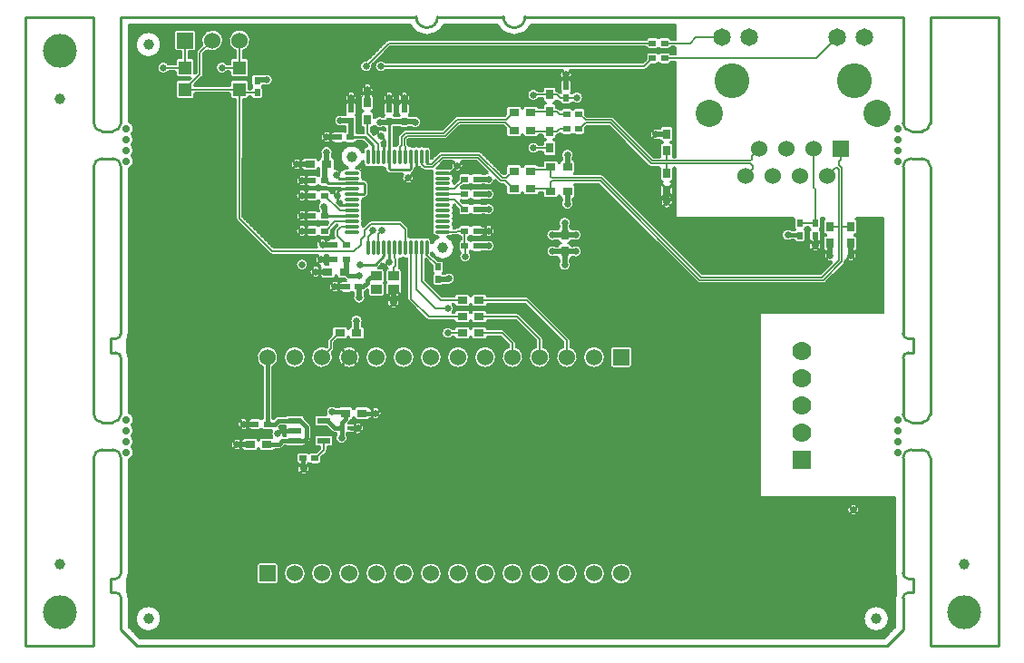
<source format=gtl>
*
*
G04 PADS 9.4.1 Build Number: 494907 generated Gerber (RS-274-X) file*
G04 PC Version=2.1*
*
%IN "P9771A_EasyEDA_Edit.pcb"*%
*
%MOIN*%
*
%FSDAX24Y24*%
*
*
*
*
G04 PC Standard Apertures*
*
*
G04 Thermal Relief Aperture macro.*
%AMTER*
1,1,$1,0,0*
1,0,$1-$2,0,0*
21,0,$3,$4,0,0,45*
21,0,$3,$4,0,0,135*
%
*
*
G04 Annular Aperture macro.*
%AMANN*
1,1,$1,0,0*
1,0,$2,0,0*
%
*
*
G04 Odd Aperture macro.*
%AMODD*
1,1,$1,0,0*
1,0,$1-0.005,0,0*
%
*
*
G04 PC Custom Aperture Macros*
*
*
*
*
*
*
G04 PC Aperture Table*
*
%ADD016R,0.05X0.05*%
%ADD019R,0.06X0.06*%
%ADD020C,0.06*%
%ADD023C,0.015*%
%ADD026C,0.1*%
%ADD031C,0.01*%
%ADD032C,0.025*%
%ADD037C,0.02*%
%ADD040R,0.07X0.07*%
%ADD041C,0.07*%
%ADD051C,0.001*%
%ADD064C,0.03937*%
%ADD066C,0.028*%
%ADD074C,0.005*%
%ADD081C,0.125*%
%ADD150C,0.128*%
%ADD165R,0.03X0.038*%
%ADD166R,0.038X0.03*%
%ADD236O,0.05906X0.01181*%
%ADD237O,0.01181X0.05906*%
%ADD295R,0.05X0.022*%
%ADD354R,0.02559X0.02362*%
%ADD355R,0.02362X0.02559*%
%ADD392R,0.028X0.013*%
%ADD393R,0.03937X0.03543*%
%ADD394C,0.065*%
*
*
*
*
G04 PC Circuitry*
G04 Layer Name P9771A_EasyEDA_Edit.pcb - circuitry*
%LPD*%
*
*
G04 PC Custom Flashes*
G04 Layer Name P9771A_EasyEDA_Edit.pcb - flashes*
%LPD*%
*
*
G04 PC Circuitry*
G04 Layer Name P9771A_EasyEDA_Edit.pcb - circuitry*
%LPD*%
*
G54D16*
G01X014750Y030450D03*
X014750Y031250D03*
X012750Y030450D03*
X012750Y031250D03*
G54D19*
X028777Y020610D03*
X015777Y012660D03*
X012750Y032250D03*
X036854Y028278D03*
G54D20*
X027777Y020610D03*
X026777Y020610D03*
X025777Y020610D03*
X024777Y020610D03*
X023777Y020610D03*
X022777Y020610D03*
X021777Y020610D03*
X020777Y020610D03*
X019777Y020610D03*
X018777Y020610D03*
X017777Y020610D03*
X016777Y020610D03*
X015777Y020610D03*
X016777Y012660D03*
X017777Y012660D03*
X018777Y012660D03*
X019777Y012660D03*
X020777Y012660D03*
X021777Y012660D03*
X022777Y012660D03*
X023777Y012660D03*
X024777Y012660D03*
X025777Y012660D03*
X026777Y012660D03*
X027777Y012660D03*
X028777Y012660D03*
X013750Y032250D03*
X014750Y032250D03*
X036350Y027278D03*
X035854Y028278D03*
X035350Y027278D03*
X034854Y028278D03*
X034350Y027278D03*
X033854Y028278D03*
X033350Y027278D03*
G54D23*
X016147Y017800D02*
X016247Y017900D01*
X016247Y017900D02*
X016788Y017900D01*
X015760Y017400D02*
X016197Y017400D01*
X016197Y017400D02*
X016327Y017530D01*
X016327Y017530D02*
X016788Y017530D01*
X015775Y018150D02*
X015777Y018150D01*
X015777Y018150D02*
X015777Y020610D01*
X015775Y018150D02*
X016050Y018150D01*
X016169Y018269*
X016169Y018269D02*
X016788Y018270D01*
X017097Y016500D02*
X017072Y016550D01*
X017072Y016550D02*
X017075Y016900D01*
X018147Y018600D02*
X018637Y018600D01*
X018637Y018600D02*
X018640Y018550D01*
X017850Y018270D02*
X017987Y018270D01*
X017987Y018270D02*
X018257Y018000D01*
X018257Y018000D02*
X018465Y018000D01*
X016788Y017530D02*
X016805Y017550D01*
X016805Y017550D02*
X017097Y017550D01*
X017097Y017550D02*
X017197Y017650D01*
X017197Y017650D02*
X017197Y017900D01*
X016788Y018270D02*
X016977Y018270D01*
X016977Y018270D02*
X017197Y018050D01*
X017197Y018050D02*
X017197Y017900D01*
X019260Y018550D02*
X019747Y018550D01*
X018640Y018550D02*
X018647Y018540D01*
X018647Y018540D02*
X018647Y018350D01*
X018835Y018000D02*
X019097Y018000D01*
X018465Y018000D02*
X018497Y017984D01*
X018497Y017984D02*
X018497Y017650D01*
X018465Y018000D02*
X018512Y018215D01*
X018512Y018215D02*
X018647Y018350D01*
X019147Y023200D02*
X019295Y023200D01*
X019295Y023200D02*
X019445Y023350D01*
X019445Y023350D02*
X019445Y023450D01*
X019445Y023450D02*
X019545Y023550D01*
X019545Y023550D02*
X019736Y023550D01*
X019780Y023591*
X018610Y023750D02*
X018742Y023615D01*
X018742Y023615D02*
X019143Y023615D01*
X034897Y025100D02*
X035322Y025100D01*
X035322Y025100D02*
X035350Y025075D01*
X035897Y024700D02*
X035900Y025075D01*
G54D26*
X038181Y029577D03*
X032023Y029577D03*
G54D31*
X018876Y026595D02*
X019297Y026595D01*
X019297Y026595D02*
X019347Y026645D01*
X019347Y026645D02*
X019347Y026650D01*
X018876Y026989D02*
X019297Y026989D01*
X019297Y026989D02*
X019297Y027000D01*
X019297Y027000D02*
X019347Y026950D01*
X019347Y026950D02*
X019347Y026650D01*
X019193Y024015D02*
X019743Y024015D01*
X019743Y024015D02*
X020055Y024326D01*
X020055Y024326D02*
X020057Y024626D01*
X017871Y025807D02*
X018876Y025807D01*
X020247Y027550D02*
X020247Y027968D01*
X020247Y027968D02*
X020254Y027973D01*
X020247Y027550D02*
X020297Y027500D01*
X020297Y027500D02*
X020989Y027500D01*
X020989Y027500D02*
X021039Y027550D01*
X021039Y027550D02*
X021042Y027973D01*
X018297Y027300D02*
X018411Y027185D01*
X018411Y027185D02*
X018876Y027185D01*
X018347Y026550D02*
X018347Y026700D01*
X018347Y026700D02*
X018439Y026792D01*
X018439Y026792D02*
X018876Y026792D01*
X018347Y026550D02*
X018347Y026300D01*
X018347Y026300D02*
X018445Y026201D01*
X018445Y026201D02*
X018876Y026201D01*
X020243Y024115D02*
X020247Y024215D01*
X020247Y024215D02*
X020254Y024626D01*
X017875Y027100D02*
X017897Y027100D01*
X017897Y027100D02*
X018008Y026989D01*
X018008Y026989D02*
X018876Y026989D01*
X022223Y027382D02*
X022480Y027382D01*
X022480Y027382D02*
X022747Y027650D01*
X020947Y027200D02*
X021236Y027489D01*
X021238Y027973*
X018847Y028700D02*
X019361Y028700D01*
X019361Y028700D02*
X019661Y028400D01*
X019661Y028400D02*
X019661Y027975D01*
X019661Y027975D02*
X019664Y027973D01*
X019947Y028750D02*
X020055Y028642D01*
X020055Y027975*
X020055Y027975D02*
X020057Y027973D01*
X020250Y029275D02*
X020254Y029270D01*
X020254Y029270D02*
X020254Y027973D01*
X018498Y020330D02*
X018565Y020397D01*
X019056Y020330D02*
X018989Y020397D01*
X019056Y020889D02*
X018989Y020822D01*
X018498Y020889D02*
X018565Y020822D01*
X030232Y026997D02*
X030343Y026886D01*
X030667Y026997D02*
X030556Y026886D01*
X030667Y026482D02*
X030556Y026593D01*
X030232Y026482D02*
X030343Y026593D01*
X020683Y022864D02*
X020564Y022983D01*
X020155Y022864D02*
X020274Y022983D01*
X037455Y015155D02*
X037388Y015088D01*
X037144Y015155D02*
X037211Y015088D01*
X037144Y014844D02*
X037211Y014911D01*
X037455Y014844D02*
X037388Y014911D01*
X019903Y018705D02*
X019835Y018638D01*
X019591Y018705D02*
X019659Y018638D01*
X019591Y018394D02*
X019659Y018461D01*
X019903Y018394D02*
X019835Y018461D01*
X019253Y018155D02*
X019185Y018088D01*
X018941Y018155D02*
X019009Y018088D01*
X018941Y017844D02*
X019009Y017911D01*
X019253Y017844D02*
X019185Y017911D01*
X015053Y018305D02*
X014985Y018238D01*
X014741Y018305D02*
X014809Y018238D01*
X014741Y017994D02*
X014809Y018061D01*
X015053Y017994D02*
X014985Y018061D01*
X014803Y017555D02*
X014735Y017488D01*
X014491Y017555D02*
X014559Y017488D01*
X014491Y017244D02*
X014559Y017311D01*
X014803Y017244D02*
X014735Y017311D01*
X017253Y016655D02*
X017185Y016588D01*
X016941Y016655D02*
X017009Y016588D01*
X016941Y016344D02*
X017009Y016411D01*
X017253Y016344D02*
X017185Y016411D01*
X016303Y017955D02*
X016235Y017888D01*
X019791Y028905D02*
X019859Y028838D01*
X017903Y024355D02*
X017835Y024288D01*
X017591Y024355D02*
X017659Y024288D01*
X017591Y024044D02*
X017659Y024111D01*
X017903Y024044D02*
X017835Y024111D01*
X017953Y024905D02*
X017885Y024838D01*
X017641Y024905D02*
X017709Y024838D01*
X019003Y030305D02*
X018935Y030238D01*
X018691Y030305D02*
X018759Y030238D01*
X018691Y029994D02*
X018759Y030061D01*
X019003Y029994D02*
X018935Y030061D01*
X019603Y030605D02*
X019535Y030538D01*
X019291Y030605D02*
X019359Y030538D01*
X019291Y030294D02*
X019359Y030361D01*
X019603Y030294D02*
X019535Y030361D01*
X036053Y024855D02*
X035985Y024788D01*
X035741Y024855D02*
X035809Y024788D01*
X035741Y024544D02*
X035809Y024611D01*
X036053Y024544D02*
X035985Y024611D01*
X026903Y031155D02*
X026835Y031088D01*
X026903Y030844D02*
X026835Y030911D01*
X026591Y031155D02*
X026659Y031088D01*
X026591Y030844D02*
X026659Y030911D01*
X024053Y025405D02*
X023985Y025338D01*
X023741Y025405D02*
X023809Y025338D01*
X023741Y025094D02*
X023809Y025161D01*
X024053Y025094D02*
X023985Y025161D01*
X018403Y023355D02*
X018335Y023288D01*
X018091Y023355D02*
X018159Y023288D01*
X018091Y023044D02*
X018159Y023111D01*
X018403Y023044D02*
X018335Y023111D01*
X020953Y030305D02*
X020885Y030238D01*
X020641Y030305D02*
X020709Y030238D01*
X020641Y029994D02*
X020709Y030061D01*
X020953Y029994D02*
X020885Y030061D01*
X017703Y023905D02*
X017635Y023838D01*
X017391Y023905D02*
X017459Y023838D01*
X017391Y023594D02*
X017459Y023661D01*
X017703Y023594D02*
X017635Y023661D01*
X017203Y025405D02*
X017135Y025338D01*
X016891Y025405D02*
X016959Y025338D01*
X016891Y025094D02*
X016959Y025161D01*
X017203Y025094D02*
X017135Y025161D01*
X017203Y025955D02*
X017135Y025888D01*
X016891Y025955D02*
X016959Y025888D01*
X016891Y025644D02*
X016959Y025711D01*
X017203Y025644D02*
X017135Y025711D01*
X017203Y026705D02*
X017135Y026638D01*
X016891Y026705D02*
X016959Y026638D01*
X016891Y026394D02*
X016959Y026461D01*
X017203Y026394D02*
X017135Y026461D01*
X017203Y027255D02*
X017135Y027188D01*
X016891Y027255D02*
X016959Y027188D01*
X016891Y026944D02*
X016959Y027011D01*
X017203Y026944D02*
X017135Y027011D01*
X017003Y027855D02*
X016935Y027788D01*
X016691Y027855D02*
X016759Y027788D01*
X016691Y027544D02*
X016759Y027611D01*
X017003Y027544D02*
X016935Y027611D01*
X018105Y028855D02*
X018038Y028788D01*
X017794Y028855D02*
X017861Y028788D01*
X017794Y028544D02*
X017861Y028611D01*
X018105Y028544D02*
X018038Y028611D01*
X021103Y027355D02*
X021035Y027288D01*
X020791Y027044D02*
X020859Y027111D01*
X021103Y027044D02*
X021035Y027111D01*
X018453Y027455D02*
X018385Y027388D01*
X020088Y023959D02*
X020155Y024026D01*
X022903Y027805D02*
X022835Y027738D01*
X022903Y027494D02*
X022835Y027561D01*
X022591Y027805D02*
X022659Y027738D01*
X020403Y030305D02*
X020335Y030238D01*
X020091Y030305D02*
X020159Y030238D01*
X020091Y029994D02*
X020159Y030061D01*
X020403Y029994D02*
X020335Y030061D01*
X030605Y026455D02*
X030538Y026388D01*
X030294Y026455D02*
X030361Y026388D01*
X030294Y026144D02*
X030361Y026211D01*
X030605Y026144D02*
X030538Y026211D01*
X029894Y028955D02*
X029961Y028888D01*
X029894Y028644D02*
X029961Y028711D01*
X036294Y024505D02*
X036361Y024438D01*
X036294Y024194D02*
X036361Y024261D01*
X037355Y024505D02*
X037288Y024438D01*
X037044Y024194D02*
X037111Y024261D01*
X037355Y024194D02*
X037288Y024261D01*
X020553Y022755D02*
X020485Y022688D01*
X020241Y022755D02*
X020309Y022688D01*
X020241Y022444D02*
X020309Y022511D01*
X020553Y022444D02*
X020485Y022511D01*
X018191Y026705D02*
X018259Y026638D01*
X006893Y010000D02*
X009393Y010000D01*
X009393Y010000D02*
X009393Y016915D01*
X009693Y017215D02*
G75*
G03X009393Y016915I000000J-000300D01*
G01X009693Y017215D02*
X010093Y017215D01*
X010393Y016915D02*
G03X010093Y017215I-000299J000000D01*
G01X010393Y016915D02*
X010393Y012666D01*
X010393Y012666D02*
X010393Y012666D01*
X010196Y012469D02*
G03X010393Y012666I000000J000197D01*
G01X010196Y012469D02*
X010000Y012469D01*
X010000Y011957*
X010000Y011957D02*
X010197Y011957D01*
X010394Y011761D02*
G03X010197Y011957I-000196J-000000D01*
G01X010394Y011761D02*
X010396Y010589D01*
X010986Y010000*
X010986Y010000D02*
X038543Y010000D01*
X039133Y010590*
X039133Y010590D02*
X039133Y011760D01*
X039330Y011957D02*
G03X039133Y011760I000000J-000196D01*
G01X039330Y011957D02*
X039527Y011957D01*
X039527Y011957D02*
X039527Y012469D01*
X039527Y012469D02*
X039330Y012469D01*
X039133Y012666D02*
G03X039330Y012469I000197J000000D01*
G01X039133Y012666D02*
X039133Y016915D01*
X039433Y017215D02*
G03X039133Y016915I000000J-000300D01*
G01X039433Y017215D02*
X039833Y017215D01*
X040133Y016915D02*
G03X039833Y017215I-000299J-000000D01*
G01X040133Y016915D02*
X040133Y010000D01*
X040133Y010000D02*
X042633Y010000D01*
X042633Y010000D02*
X042633Y033115D01*
X042633Y033115D02*
X040133Y033115D01*
X040133Y033115D02*
X040133Y029215D01*
X039833Y028915D02*
G03X040133Y029215I000000J000300D01*
G01X039833Y028915D02*
X039433Y028915D01*
X039133Y029215D02*
G03X039433Y028915I000300J000000D01*
G01X039133Y029215D02*
X039133Y033115D01*
X039133Y033115D02*
X025242Y033115D01*
X024454Y033115D02*
G03X025242Y033115I000394J000000D01*
G01X024454Y033115D02*
X022033Y033115D01*
X021246Y033115D02*
G03X022033Y033115I000393J000000D01*
G01X021246Y033115D02*
X010393Y033115D01*
X010393Y033115D02*
X010393Y029215D01*
X010093Y028915D02*
G03X010393Y029215I000000J000300D01*
G01X010093Y028915D02*
X009693Y028915D01*
X009393Y029215D02*
G03X009693Y028915I000300J000000D01*
G01X009393Y029215D02*
X009393Y033115D01*
X009393Y033115D02*
X006893Y033115D01*
X006893Y033115D02*
X006893Y010000D01*
X009693Y027915D02*
G03X009393Y027615I000000J-000300D01*
G01X009393Y027615D02*
X009393Y018515D01*
X009393Y018515D02*
G03X009693Y018215I000300J000000D01*
G01X009693Y018215D02*
X010093Y018215D01*
X010093Y018215D02*
G03X010393Y018515I000000J000300D01*
G01X010393Y018515D02*
X010393Y020579D01*
X010393Y020579D02*
G03X010196Y020776I-000196J000000D01*
G01X010196Y020776D02*
X010000Y020776D01*
X010000Y021288*
X010196Y021288*
X010196Y021288D02*
G03X010393Y021485I000000J000197D01*
G01X010393Y021485D02*
X010393Y021485D01*
X010393Y021485D02*
X010393Y027615D01*
X010393Y027615D02*
G03X010093Y027915I-000299J000000D01*
G01X010093Y027915D02*
X009693Y027915D01*
X040133Y027615D02*
G03X039833Y027915I-000299J-000000D01*
G01X040133Y027615D02*
X040133Y018515D01*
X039833Y018215D02*
G03X040133Y018515I000000J000300D01*
G01X039833Y018215D02*
X039433Y018215D01*
X039133Y018515D02*
G03X039433Y018215I000300J000000D01*
G01X039133Y018515D02*
X039133Y020579D01*
X039330Y020776D02*
G03X039133Y020579I000000J-000196D01*
G01X039330Y020776D02*
X039527Y020776D01*
X039527Y020776D02*
X039527Y021288D01*
X039527Y021288D02*
X039330Y021288D01*
X039133Y021485D02*
G03X039330Y021288I000197J000000D01*
G01X039133Y021485D02*
X039133Y027615D01*
X039433Y027915D02*
G03X039133Y027615I000000J-000300D01*
G01X039433Y027915D02*
X039833Y027915D01*
G54D32*
X037300Y015000D03*
X014647Y017400D03*
X016147Y017800D03*
X014897Y018150D03*
X018497Y017650D03*
X018147Y018600D03*
X019097Y018000D03*
X019747Y018550D03*
X017097Y016500D03*
X019143Y023615D03*
X019047Y021950D03*
X020397Y022600D03*
X019147Y022800D03*
X017547Y023750D03*
X018247Y023200D03*
X022400Y022400D03*
X022400Y021500D03*
X022447Y023500D03*
X017043Y024015D03*
X019193Y024015D03*
X019643Y025265D03*
X017847Y026150D03*
X019993Y025265D03*
X018297Y027300D03*
X018347Y026550D03*
X017047Y025250D03*
X017047Y025800D03*
X017047Y026550D03*
X016847Y027700D03*
X017047Y027100D03*
X017747Y024200D03*
X017797Y024750D03*
X020243Y024115D03*
X023043Y024315D03*
X023897Y024700D03*
X023897Y026050D03*
X023897Y026600D03*
X023897Y027150D03*
X022747Y027650D03*
X023897Y025250D03*
X020947Y027200D03*
X027097Y024500D03*
X026697Y024000D03*
X026247Y024500D03*
X027097Y025100D03*
X026247Y025100D03*
X026697Y025550D03*
X026797Y026250D03*
X030450Y026300D03*
X036450Y024350D03*
X034897Y025100D03*
X035897Y024700D03*
X037200Y024350D03*
X011950Y031250D03*
X015750Y030800D03*
X014100Y031250D03*
X017950Y028700D03*
X018447Y029300D03*
X019897Y029250D03*
X017947Y028150D03*
X019947Y031300D03*
X019947Y028750D03*
X018847Y030150D03*
X019447Y030450D03*
X020247Y030150D03*
X019397Y031300D03*
X021197Y029250D03*
X020797Y030150D03*
X026797Y028050D03*
X025547Y028300D03*
X025547Y030250D03*
X027147Y030150D03*
X026747Y031000D03*
X030050Y028800D03*
G54D37*
X014647Y017400D02*
X015140Y017400D01*
X014897Y018150D02*
X015325Y018150D01*
X019047Y021950D02*
X019047Y021510D01*
X019047Y021510D02*
X019060Y021500D01*
X020397Y022600D02*
X020397Y023089D01*
X020397Y023089D02*
X020419Y023108D01*
X019147Y022800D02*
X019147Y023200D01*
X017547Y023750D02*
X017990Y023750D01*
X018247Y023200D02*
X018675Y023200D01*
X018610Y023750D02*
X018672Y023715D01*
X018672Y023715D02*
X018675Y024200D01*
X019125Y023200D02*
X019147Y023200D01*
X022050Y023475D02*
X022422Y023475D01*
X022422Y023475D02*
X022447Y023500D01*
X017960Y027700D02*
X017872Y027615D01*
X017872Y027615D02*
X017875Y027100D01*
X017871Y025807D02*
X017875Y025800D01*
X017847Y026150D02*
X017871Y026126D01*
X017871Y026126D02*
X017871Y025807D01*
X017047Y025250D02*
X017421Y025250D01*
X017421Y025250D02*
X017425Y025248D01*
X017047Y025800D02*
X017420Y025800D01*
X017420Y025800D02*
X017425Y025800D01*
X017047Y026550D02*
X017421Y026550D01*
X017421Y026550D02*
X017425Y026549D01*
X016847Y027700D02*
X017340Y027700D01*
X017047Y027100D02*
X017425Y027100D01*
X017747Y024200D02*
X018225Y024200D01*
X017797Y024750D02*
X018225Y024750D01*
X023475Y024700D02*
X023897Y024700D01*
X023475Y026050D02*
X023897Y026050D01*
X023475Y026600D02*
X023897Y026600D01*
X023475Y027150D02*
X023897Y027150D01*
X023475Y025250D02*
X023897Y025250D01*
X026697Y024000D02*
X026700Y024490D01*
X026247Y024500D02*
X026257Y024490D01*
X026257Y024490D02*
X026700Y024490D01*
X026247Y025100D02*
X026257Y025110D01*
X026257Y025110D02*
X026700Y025110D01*
X026697Y025550D02*
X026700Y025110D01*
X026797Y026250D02*
X026797Y026690D01*
X026797Y026690D02*
X026810Y026700D01*
X026700Y025110D02*
X027087Y025110D01*
X027087Y025110D02*
X027097Y025100D01*
X026700Y024490D02*
X027087Y024490D01*
X027087Y024490D02*
X027097Y024500D01*
X030450Y026300D02*
X030450Y026740D01*
X036450Y024350D02*
X036450Y024790D01*
X037200Y024350D02*
X037200Y024790D01*
X015400Y030775D02*
X015425Y030800D01*
X015750Y030800*
X017950Y028700D02*
X017950Y028700D01*
X018372Y028700*
X018847Y028700D02*
X018850Y029275D01*
X018447Y029300D02*
X018822Y029300D01*
X018822Y029300D02*
X018850Y029275D01*
X019897Y029250D02*
X020222Y029250D01*
X020222Y029250D02*
X020250Y029275D01*
X017947Y028150D02*
X017947Y027710D01*
X017947Y027710D02*
X017960Y027700D01*
X018847Y030150D02*
X018850Y029725D01*
X019447Y030450D02*
X019450Y029960D01*
X020247Y030150D02*
X020250Y030147D01*
X020250Y030147D02*
X020250Y029725D01*
X020250Y029275D02*
X020797Y029275D01*
X020800Y029275*
X018822Y028700D02*
X018847Y028700D01*
X020797Y030150D02*
X020800Y030147D01*
X020800Y030147D02*
X020800Y029725D01*
X020800Y029275D02*
X021173Y029274D01*
X021197Y029250*
X026797Y028050D02*
X026797Y027610D01*
X026797Y027610D02*
X026810Y027600D01*
X026747Y031000D02*
X026750Y030575D01*
X030050Y028800D02*
X030060Y028810D01*
X030450Y028810*
G54D40*
X035397Y016830D03*
G54D41*
X035397Y017830D03*
X035397Y018830D03*
X035397Y019830D03*
X035397Y020830D03*
G54D51*
G54D64*
X018876Y027973D03*
X022223Y024626D03*
X008143Y013000D03*
X011400Y011000D03*
X011400Y032100D03*
X038150Y011000D03*
X008143Y030115D03*
X041383Y013000D03*
G54D66*
X010593Y017515D03*
X010593Y017915D03*
X010593Y018315D03*
X010593Y017115D03*
X010593Y028215D03*
X010593Y028615D03*
X010593Y029015D03*
X010593Y027815D03*
X038943Y017515D03*
X038943Y017915D03*
X038943Y018315D03*
X038943Y017115D03*
X038943Y028215D03*
X038943Y028615D03*
X038943Y029015D03*
X038943Y027815D03*
G54D74*
X017525Y016900D02*
X017547Y016900D01*
X017547Y016900D02*
X017847Y017200D01*
X017847Y017200D02*
X017850Y017530D01*
X020417Y023888D02*
X020493Y023965D01*
X020493Y023965D02*
X020493Y024115D01*
X020417Y023888D02*
X020419Y023591D01*
X017777Y020610D02*
X018097Y020930D01*
X018097Y020930D02*
X018097Y021200D01*
X018097Y021200D02*
X018397Y021500D01*
X018397Y021500D02*
X018440Y021500D01*
X022400Y021500D02*
X022940Y021500D01*
X023560Y022700D02*
X025300Y022700D01*
X026777Y021222*
X026777Y021222D02*
X026777Y020610D01*
X023560Y022100D02*
X024950Y022100D01*
X025777Y021272*
X025777Y021272D02*
X025777Y020610D01*
X023560Y021500D02*
X024400Y021500D01*
X024777Y021122*
X024777Y021122D02*
X024777Y020610D01*
X022050Y023925D02*
X022053Y023925D01*
X022053Y023955*
X014749Y030324D02*
X014743Y025715D01*
X014743Y025715D02*
X015958Y024500D01*
X015958Y024500D02*
X018950Y024500D01*
X019200Y024750*
X019200Y024921*
X019343Y025065*
X019343Y025065D02*
X019343Y025265D01*
X019343Y025265D02*
X019593Y025515D01*
X019593Y025515D02*
X020643Y025515D01*
X020643Y025515D02*
X020843Y025315D01*
X020843Y025315D02*
X020843Y025065D01*
X020648Y027973D02*
X020650Y027974D01*
X020650Y027974D02*
X020650Y028350D01*
X020700Y028400*
X020700Y028700*
X020850Y028850*
X022250Y028850*
X022750Y029350*
X024550Y029350*
X024800Y029600*
X024840Y029600*
X020449Y024259D02*
X020493Y024215D01*
X020493Y024215D02*
X020493Y024115D01*
X020449Y024259D02*
X020451Y024626D01*
X019464Y025036D02*
X019643Y025215D01*
X019643Y025215D02*
X019643Y025265D01*
X019464Y025036D02*
X019467Y024626D01*
X018343Y025065D02*
X018343Y025264D01*
X018343Y025264D02*
X018493Y025414D01*
X018493Y025414D02*
X018876Y025414D01*
X018343Y025065D02*
X018357Y025065D01*
X018357Y025065D02*
X018675Y024750D01*
X018866Y026800D02*
X018876Y026792D01*
X019858Y025129D02*
X019858Y025050D01*
X019858Y025050D02*
X019858Y025050D01*
X019858Y025050D02*
X019861Y024626D01*
X019858Y025129D02*
X019993Y025265D01*
X017875Y026549D02*
X017896Y026549D01*
X017896Y026549D02*
X018441Y026004D01*
X018441Y026004D02*
X018876Y026004D01*
X017875Y025248D02*
X017897Y025248D01*
X017897Y025248D02*
X018259Y025611D01*
X018259Y025611D02*
X018876Y025611D01*
X022223Y026792D02*
X022639Y026792D01*
X022639Y026792D02*
X022997Y027150D01*
X022997Y027150D02*
X023025Y027150D01*
X022223Y026595D02*
X022742Y026595D01*
X022742Y026595D02*
X022747Y026600D01*
X022747Y026600D02*
X023025Y026600D01*
X022223Y026398D02*
X022649Y026398D01*
X022997Y026050*
X022997Y026050D02*
X023025Y026050D01*
X022223Y025217D02*
X022714Y025217D01*
X022714Y025217D02*
X022747Y025250D01*
X022747Y025250D02*
X023025Y025250D01*
X021435Y024626D02*
X021450Y024612D01*
X021450Y024612D02*
X021450Y023400D01*
X022150Y022700*
X022940Y022700*
X021238Y024626D02*
X021238Y023100D01*
X021238Y023100D02*
X021938Y022400D01*
X021938Y022400D02*
X022400Y022400D01*
X021042Y024626D02*
X021050Y024618D01*
X021050Y024618D02*
X021050Y022750D01*
X021700Y022100*
X022940Y022100*
X020845Y027973D02*
X020850Y027978D01*
X020850Y028350*
X021435Y027973D02*
X021450Y027959D01*
X021450Y027700*
X021550Y027600*
X021850Y027600*
X022200Y027950*
X023500Y027950*
X024350Y027100*
X024500Y027100*
X024800Y026800*
X024840Y026800*
X021632Y027973D02*
X021632Y027700D01*
X021632Y027700D02*
X021800Y027700D01*
X022150Y028050*
X023550Y028050*
X024400Y027200*
X024550Y027200*
X024800Y027450*
X024840Y027450*
X020843Y025065D02*
X020842Y025064D01*
X020842Y025064D02*
X020845Y024626D01*
X023022Y024715D02*
X023043Y024693D01*
X023043Y024693D02*
X023043Y024315D01*
X023025Y025250D02*
X023022Y024715D01*
X023022Y024715D02*
X023025Y024700D01*
X021624Y024626D02*
X021624Y024384D01*
X021624Y024384D02*
X022053Y023955D01*
X021624Y024626D02*
X021632Y024626D01*
X026189Y027500D02*
X026190Y027500D01*
X026190Y027500D02*
X026190Y027600D01*
X026189Y026799D02*
X026190Y026799D01*
X026190Y026700*
X025460Y027450D02*
X025460Y027500D01*
X026189Y027500*
X025460Y026800D02*
X025460Y026799D01*
X025460Y026799D02*
X026189Y026799D01*
X026187Y027050D02*
X026237Y027100D01*
X026237Y027100D02*
X028006Y027100D01*
X031656Y023450*
X036197Y023450*
X036197Y023450D02*
X036880Y024133D01*
X036880Y024133D02*
X036880Y025410D01*
X026187Y027050D02*
X026189Y026800D01*
X026189Y026799*
X026187Y027250D02*
X026237Y027200D01*
X026237Y027200D02*
X028047Y027200D01*
X028047Y027200D02*
X031697Y023550D01*
X031697Y023550D02*
X036156Y023550D01*
X036780Y024174*
X036780Y024174D02*
X036780Y025410D01*
X026187Y027250D02*
X026189Y027500D01*
X026189Y027500*
X030449Y027820D02*
X033522Y027820D01*
X033522Y027820D02*
X033580Y027878D01*
X033580Y027878D02*
X033580Y028001D01*
X033580Y028001D02*
X033849Y028270D01*
X030449Y027820D02*
X030450Y027820D01*
X030450Y028190*
X030450Y027720D02*
X033522Y027720D01*
X033522Y027720D02*
X033614Y027628D01*
X033614Y027538*
X030450Y027720D02*
X030450Y027360D01*
X036450Y025410D02*
X036780Y025410D01*
X036345Y027270D02*
X036651Y027575D01*
X036651Y027575D02*
X036721Y027575D01*
X036721Y027575D02*
X036780Y027516D01*
X036780Y027516D02*
X036780Y025410D01*
X033345Y027270D02*
X033614Y027538D01*
X035350Y025525D02*
X035900Y025525D01*
X036880Y025410D02*
X037200Y025410D01*
X036774Y027809D02*
X036849Y027885D01*
X036849Y028270*
X036774Y027809D02*
X036774Y027663D01*
X036774Y027663D02*
X036880Y027557D01*
X036880Y027557D02*
X036880Y025410D01*
X011950Y031250D02*
X012750Y031250D01*
X014750Y030450D02*
X014749Y030324D01*
X014749Y030324D02*
X014749Y030325D01*
X014749Y030325D02*
X015400Y030325D01*
X012750Y031250D02*
X012750Y032250D01*
X012750Y030450D02*
X014750Y030450D01*
X014750Y032250D02*
X014750Y031250D01*
X014100Y031250*
X012763Y030485D02*
X013293Y031015D01*
X013293Y031015D02*
X013293Y031815D01*
X013293Y031815D02*
X013750Y032250D01*
X012763Y030485D02*
X012784Y030465D01*
X019447Y028850D02*
X019858Y028439D01*
X019858Y028439D02*
X019858Y027973D01*
X019858Y027973D02*
X019861Y027973D01*
X019447Y028850D02*
X019450Y029340D01*
X019947Y031300D02*
X029622Y031300D01*
X029622Y031300D02*
X029925Y031600D01*
X019397Y031300D02*
X020247Y032150D01*
X020247Y032150D02*
X029925Y032150D01*
X020800Y028400D02*
X020800Y028650D01*
X020900Y028750*
X022300Y028750*
X022800Y029250*
X024500Y029250*
X024800Y028950*
X024840Y028950*
X020800Y028400D02*
X020850Y028350D01*
X025460Y028950D02*
X025500Y028910D01*
X026150Y028910*
X025460Y029600D02*
X025460Y029640D01*
X026150Y029640*
X025547Y028300D02*
X025557Y028290D01*
X025557Y028290D02*
X026150Y028290D01*
X025547Y030250D02*
X025707Y030260D01*
X025707Y030260D02*
X026150Y030260D01*
X026397Y030260*
X026397Y030260D02*
X026532Y030125D01*
X026532Y030125D02*
X026750Y030125D01*
X026150Y029640D02*
X026407Y029640D01*
X026407Y029640D02*
X026497Y029550D01*
X026497Y029550D02*
X026775Y029550D01*
X026150Y028910D02*
X026407Y028910D01*
X026407Y028910D02*
X026497Y029000D01*
X026497Y029000D02*
X026775Y029000D01*
X027225Y029550D02*
X027247Y029550D01*
X027247Y029550D02*
X027472Y029325D01*
X027472Y029325D02*
X028425Y029325D01*
X029930Y027820*
X030449Y027820*
X026750Y030125D02*
X027122Y030125D01*
X027122Y030125D02*
X027147Y030150D01*
X027225Y029000D02*
X027247Y029000D01*
X027247Y029000D02*
X027472Y029225D01*
X027472Y029225D02*
X028375Y029225D01*
X029880Y027720*
X030450Y027720*
X030375Y031600D02*
X035936Y031600D01*
X036712Y032376*
X035849Y028270D02*
X035849Y026848D01*
X035897Y026800*
X035897Y026800D02*
X035900Y025525D01*
X030375Y032150D02*
X031300Y032150D01*
X031526Y032376*
X032492Y032376*
X038609Y011000D02*
G03X038609Y011000I-000459J0D01*
G01X037520Y015000D02*
G03X037520Y015000I-000220J0D01*
G01X029172Y012660D02*
G03X029172Y012660I-000394J0D01*
G01X028172Y012660D02*
G03X028172Y012660I-000394J0D01*
G01X028172Y020610D02*
G03X028172Y020610I-000394J0D01*
G01X027172Y012660D02*
G03X027172Y012660I-000394J0D01*
G01X011859Y032100D02*
G03X011859Y032100I-000459J0D01*
G01X011859Y011000D02*
G03X011859Y011000I-000459J0D01*
G01X017172Y020610D02*
G03X017172Y020610I-000394J0D01*
G01X017263Y024015D02*
G03X017263Y024015I-000219J0D01*
G01X018172Y012660D02*
G03X018172Y012660I-000394J0D01*
G01X017172Y012660D02*
G03X017172Y012660I-000394J0D01*
G01X019172Y020610D02*
G03X019172Y020610I-000394J0D01*
G01X020172Y012660D02*
G03X020172Y012660I-000394J0D01*
G01X019172Y012660D02*
G03X019172Y012660I-000394J0D01*
G01X020172Y020610D02*
G03X020172Y020610I-000394J0D01*
G01X022172Y012660D02*
G03X022172Y012660I-000394J0D01*
G01X022172Y020610D02*
G03X022172Y020610I-000394J0D01*
G01X021172Y012660D02*
G03X021172Y012660I-000394J0D01*
G01X021172Y020610D02*
G03X021172Y020610I-000394J0D01*
G01X024172Y012660D02*
G03X024172Y012660I-000394J0D01*
G01X024172Y020610D02*
G03X024172Y020610I-000394J0D01*
G01X023172Y012660D02*
G03X023172Y012660I-000394J0D01*
G01X023172Y020610D02*
G03X023172Y020610I-000394J0D01*
G01X025172Y012660D02*
G03X025172Y012660I-000394J0D01*
G01X026172Y012660D02*
G03X026172Y012660I-000394J0D01*
G01X038872Y011876D02*
X038872Y012550D01*
X038872Y012550D02*
G03X038871Y012556I-000024J000000D01*
G01X038858Y012666D02*
G03X038871Y012556I000472J000000D01*
G01X038858Y012666D02*
X038858Y015450D01*
X038858Y015450D02*
G03X038833Y015475I-000024J000000D01*
G01X038833Y015475D02*
X033872Y015475D01*
X033872Y015475D02*
X033872Y022225D01*
X033872Y022225D02*
X038397Y022225D01*
X038397Y022225D02*
G03X038422Y022250I000000J000025D01*
G01X038422Y022250D02*
X038422Y025700D01*
X038422Y025700D02*
G03X038397Y025725I-000024J000000D01*
G01X038397Y025725D02*
X037416Y025725D01*
G03X037402Y025679I000000J-000025*
G01X037445Y025600D02*
G03X037402Y025679I-000095J000000D01*
G01X037445Y025600D02*
X037445Y025220D01*
X037350Y025125D02*
G03X037445Y025220I000000J000095D01*
G01X037350Y025125D02*
G03X037350Y025075I000000J-000025D01*
G01X037445Y024980D02*
G03X037350Y025075I-000095J000000D01*
G01X037445Y024980D02*
X037445Y024600D01*
X037389Y024513D02*
G03X037445Y024600I-000039J000087D01*
G01X037389Y024513D02*
G03X037379Y024476I000011J-000021D01*
G01X037043Y024195D02*
G03X037379Y024476I000157J000155D01*
G01X037043Y024195D02*
G03X037000Y024178I-000017J-000017D01*
G01X037000Y024178D02*
X037000Y024133D01*
X036965Y024048D02*
G03X037000Y024133I-000084J000085D01*
G01X036965Y024048D02*
X036282Y023365D01*
X036197Y023330D02*
G03X036282Y023365I000000J000120D01*
G01X036197Y023330D02*
X031656Y023330D01*
X031571Y023365D02*
G03X031656Y023330I000085J000085D01*
G01X031571Y023365D02*
X027963Y026972D01*
X027963Y026972D02*
G03X027946Y026980I-000017J-000017D01*
G01X027058Y026980*
G03X027046Y026933I000000J-000025*
G01X027095Y026850D02*
G03X027046Y026933I-000095J000000D01*
G01X027095Y026850D02*
X027095Y026550D01*
X027013Y026456D02*
G03X027095Y026550I-000013J000094D01*
G01X027013Y026456D02*
G03X026992Y026431I000004J-000024D01*
G01X026992Y026431D02*
X026992Y026357D01*
X026992Y026357D02*
G03X026995Y026346I000025J000000D01*
G01X026600Y026346D02*
G03X026995Y026346I000197J-000096D01*
G01X026600Y026346D02*
G03X026602Y026357I-000022J000011D01*
G01X026602Y026357D02*
X026602Y026437D01*
X026602Y026437D02*
G03X026586Y026461I-000024J000000D01*
G01X026525Y026549D02*
G03X026586Y026461I000095J000001D01*
G01X026525Y026549D02*
G03X026475Y026549I-000025J000000D01*
G01X026380Y026455D02*
G03X026475Y026549I-000000J000095D01*
G01X026380Y026455D02*
X026000Y026455D01*
X025905Y026550D02*
G03X026000Y026455I000095J000000D01*
G01X025905Y026550D02*
X025905Y026654D01*
X025905Y026654D02*
G03X025880Y026679I-000025J000000D01*
G01X025880Y026679D02*
X025770Y026679D01*
X025770Y026679D02*
G03X025745Y026654I000000J-000024D01*
G01X025745Y026654D02*
X025745Y026650D01*
X025650Y026555D02*
G03X025745Y026650I000000J000095D01*
G01X025650Y026555D02*
X025270Y026555D01*
X025175Y026649D02*
G03X025270Y026555I000095J000001D01*
G01X025175Y026649D02*
G03X025125Y026649I-000025J000000D01*
G01X025030Y026555D02*
G03X025125Y026649I000000J000095D01*
G01X025030Y026555D02*
X024650Y026555D01*
X024555Y026650D02*
G03X024650Y026555I000095J000000D01*
G01X024555Y026650D02*
X024555Y026864D01*
X024555Y026864D02*
G03X024547Y026882I-000025J000000D01*
G01X024547Y026882D02*
X024457Y026972D01*
X024457Y026972D02*
G03X024439Y026980I-000017J-000017D01*
G01X024439Y026980D02*
X024350Y026980D01*
X024265Y027015D02*
G03X024350Y026980I000085J000085D01*
G01X024265Y027015D02*
X024156Y027124D01*
G03X024114Y027110I-000017J-000017*
G01X023800Y026952D02*
G03X024114Y027110I000097J000198D01*
G01X023800Y026952D02*
G03X023789Y026955I-000010J-000022D01*
G01X023789Y026955D02*
X023666Y026955D01*
G03X023653Y026951I000000J-000025*
G01X023602Y026936D02*
G03X023653Y026951I000000J000095D01*
G01X023602Y026936D02*
X023347Y026936D01*
X023270Y026976D02*
G03X023347Y026936I000077J000055D01*
G01X023270Y026976D02*
G03X023229Y026976I-000020J-000014D01*
G01X023152Y026936D02*
G03X023229Y026976I000000J000095D01*
G01X023152Y026936D02*
X022964Y026936D01*
X022964Y026936D02*
G03X022946Y026929I000000J-000024D01*
G01X022946Y026929D02*
X022872Y026855D01*
X022872Y026855D02*
G03X022891Y026813I000018J-000017D01*
G01X022897Y026813D02*
G03X022891Y026813I-000000J-000094D01*
G01X022897Y026813D02*
X023152Y026813D01*
X023229Y026774D02*
G03X023152Y026813I-000076J-000055D01*
G01X023229Y026774D02*
G03X023270Y026774I000021J000014D01*
G01X023347Y026813D02*
G03X023270Y026774I-000000J-000094D01*
G01X023347Y026813D02*
X023602Y026813D01*
X023653Y026798D02*
G03X023602Y026813I-000050J-000079D01*
G01X023653Y026798D02*
G03X023666Y026795I000013J000022D01*
G01X023789Y026795*
X023789Y026795D02*
G03X023800Y026797I000000J000025D01*
G01X023800Y026402D02*
G03X023800Y026797I000097J000198D01*
G01X023800Y026402D02*
G03X023789Y026405I-000010J-000022D01*
G01X023789Y026405D02*
X023666Y026405D01*
G03X023653Y026401I000000J-000025*
G01X023602Y026386D02*
G03X023653Y026401I000000J000095D01*
G01X023602Y026386D02*
X023347Y026386D01*
X023270Y026426D02*
G03X023347Y026386I000077J000055D01*
G01X023270Y026426D02*
G03X023229Y026426I-000020J-000014D01*
G01X023152Y026386D02*
G03X023229Y026426I000000J000095D01*
G01X023152Y026386D02*
X022897Y026386D01*
X022891Y026387D02*
G03X022897Y026386I000006J000094D01*
G01X022891Y026387D02*
G03X022872Y026344I-000000J-000024D01*
G01X022872Y026344D02*
X022946Y026270D01*
X022946Y026270D02*
G03X022964Y026263I000018J000018D01*
G01X023152Y026263*
X023229Y026224D02*
G03X023152Y026263I-000076J-000055D01*
G01X023229Y026224D02*
G03X023270Y026224I000021J000014D01*
G01X023347Y026263D02*
G03X023270Y026224I-000000J-000094D01*
G01X023347Y026263D02*
X023602Y026263D01*
X023653Y026248D02*
G03X023602Y026263I-000050J-000079D01*
G01X023653Y026248D02*
G03X023666Y026245I000013J000022D01*
G01X023789Y026245*
X023789Y026245D02*
G03X023800Y026247I000000J000025D01*
G01X023800Y025852D02*
G03X023800Y026247I000097J000198D01*
G01X023800Y025852D02*
G03X023789Y025855I-000010J-000022D01*
G01X023789Y025855D02*
X023666Y025855D01*
G03X023653Y025851I000000J-000025*
G01X023602Y025836D02*
G03X023653Y025851I000000J000095D01*
G01X023602Y025836D02*
X023347Y025836D01*
X023270Y025876D02*
G03X023347Y025836I000077J000055D01*
G01X023270Y025876D02*
G03X023229Y025876I-000020J-000014D01*
G01X023152Y025836D02*
G03X023229Y025876I000000J000095D01*
G01X023152Y025836D02*
X022897Y025836D01*
X022802Y025931D02*
G03X022897Y025836I000095J000000D01*
G01X022802Y025931D02*
X022802Y026065D01*
G03X022794Y026083I-000025J000000*
G01X022794Y026083D02*
X022656Y026221D01*
X022656Y026221D02*
G03X022613Y026203I-000017J-000017D01*
G01X022588Y026116D02*
G03X022613Y026203I-000128J000085D01*
G01X022588Y026116D02*
G03X022588Y026089I000021J-000012D01*
G01X022588Y025920D02*
G03X022588Y026089I-000128J000084D01*
G01X022588Y025920D02*
G03X022588Y025892I000021J-000013D01*
G01X022588Y025723D02*
G03X022588Y025892I-000128J000084D01*
G01X022588Y025723D02*
G03X022588Y025695I000021J-000013D01*
G01X022588Y025526D02*
G03X022588Y025695I-000128J000085D01*
G01X022588Y025526D02*
G03X022588Y025498I000021J-000013D01*
G01X022606Y025369D02*
G03X022588Y025498I-000146J000045D01*
G01X022606Y025369D02*
G03X022630Y025337I000024J-000006D01*
G01X022630Y025337D02*
X022655Y025337D01*
X022655Y025337D02*
G03X022671Y025343I000000J000025D01*
G01X022747Y025370D02*
G03X022671Y025343I000000J-000120D01*
G01X022747Y025370D02*
X022780Y025370D01*
G03X022804Y025389I000000J000025*
G01X022897Y025463D02*
G03X022804Y025389I-000000J-000094D01*
G01X022897Y025463D02*
X023152Y025463D01*
X023229Y025424D02*
G03X023152Y025463I-000076J-000055D01*
G01X023229Y025424D02*
G03X023270Y025424I000021J000014D01*
G01X023347Y025463D02*
G03X023270Y025424I-000000J-000094D01*
G01X023347Y025463D02*
X023602Y025463D01*
X023691Y025403D02*
G03X023602Y025463I-000088J-000034D01*
G01X023691Y025403D02*
G03X023733Y025396I000023J000009D01*
G01X023733Y025103D02*
G03X023733Y025396I000164J000147D01*
G01X023733Y025103D02*
G03X023691Y025096I-000018J-000015D01*
G01X023602Y025036D02*
G03X023691Y025096I000000J000095D01*
G01X023602Y025036D02*
X023347Y025036D01*
X023270Y025076D02*
G03X023347Y025036I000077J000055D01*
G01X023270Y025076D02*
G03X023229Y025076I-000020J-000014D01*
G01X023165Y025037D02*
G03X023229Y025076I-000012J000094D01*
G01X023165Y025037D02*
G03X023143Y025013I000003J-000024D01*
G01X023143Y025013D02*
X023143Y024937D01*
X023143Y024937D02*
X023143Y024937D01*
X023143Y024937D02*
G03X023165Y024912I000025J000000D01*
G01X023229Y024874D02*
G03X023165Y024912I-000076J-000055D01*
G01X023229Y024874D02*
G03X023270Y024874I000021J000014D01*
G01X023347Y024913D02*
G03X023270Y024874I-000000J-000094D01*
G01X023347Y024913D02*
X023602Y024913D01*
X023653Y024898D02*
G03X023602Y024913I-000050J-000079D01*
G01X023653Y024898D02*
G03X023666Y024895I000013J000022D01*
G01X023789Y024895*
X023789Y024895D02*
G03X023800Y024897I000000J000025D01*
G01X023800Y024502D02*
G03X023800Y024897I000097J000198D01*
G01X023800Y024502D02*
G03X023789Y024505I-000010J-000022D01*
G01X023789Y024505D02*
X023666Y024505D01*
G03X023653Y024501I000000J-000025*
G01X023602Y024486D02*
G03X023653Y024501I000000J000095D01*
G01X023602Y024486D02*
X023347Y024486D01*
X023270Y024526D02*
G03X023347Y024486I000077J000055D01*
G01X023270Y024526D02*
G03X023229Y024526I-000020J-000014D01*
G01X023207Y024504D02*
G03X023229Y024526I-000054J000077D01*
G01X023207Y024504D02*
G03X023203Y024466I000014J-000020D01*
G01X022873Y024454D02*
G03X023203Y024466I000170J-000139D01*
G01X022873Y024454D02*
G03X022862Y024493I-000019J000015D01*
G01X022802Y024581D02*
G03X022862Y024493I000095J000000D01*
G01X022802Y024581D02*
X022802Y024818D01*
X022882Y024912D02*
G03X022802Y024818I000015J-000093D01*
G01X022882Y024912D02*
G03X022903Y024936I-000003J000024D01*
G01X022903Y024936D02*
X022903Y025013D01*
X022903Y025013D02*
X022903Y025013D01*
X022903Y025013D02*
G03X022882Y025038I-000024J000000D01*
G01X022807Y025098D02*
G03X022882Y025038I000090J000033D01*
G01X022807Y025098D02*
G03X022772Y025112I-000022J-000007D01*
G01X022714Y025097D02*
G03X022772Y025112I000000J000120D01*
G01X022714Y025097D02*
X022564Y025097D01*
G03X022549Y025092I000000J-000024*
G01X022459Y025063D02*
G03X022549Y025092I000000J000154D01*
G01X022459Y025063D02*
X022389Y025063D01*
G03X022379Y025015I000000J-000024*
G01X021834Y024470D02*
G03X022379Y025015I000389J000156D01*
G01X021834Y024470D02*
G03X021786Y024460I-000022J-000009D01*
G01X021786Y024460D02*
X021786Y024402D01*
X021786Y024402D02*
G03X021794Y024384I000025J000000D01*
G01X021794Y024384D02*
X022023Y024155D01*
X022023Y024155D02*
G03X022041Y024148I000018J000018D01*
G01X022168Y024148*
X022263Y024053D02*
G03X022168Y024148I-000094J-000000D01*
G01X022263Y024053D02*
X022263Y023797D01*
X022223Y023720D02*
G03X022263Y023797I-000054J000077D01*
G01X022223Y023720D02*
G03X022223Y023679I000015J-000020D01*
G01X022229Y023675D02*
G03X022223Y023679I-000060J-000072D01*
G01X022229Y023675D02*
G03X022245Y023670I000016J000020D01*
G01X022299Y023670*
G03X022314Y023675I000000J000025*
G01X022436Y023280D02*
G03X022314Y023675I000011J000220D01*
G01X022436Y023280D02*
G03X022433Y023280I-000001J-000024D01*
G01X022422Y023280D02*
G03X022433Y023280I000000J000195D01*
G01X022422Y023280D02*
X022245Y023280D01*
G03X022229Y023274I000000J-000025*
G01X022168Y023252D02*
G03X022229Y023274I000000J000095D01*
G01X022168Y023252D02*
X021931Y023252D01*
X021836Y023347D02*
G03X021931Y023252I000095J000000D01*
G01X021836Y023347D02*
X021836Y023603D01*
X021876Y023679D02*
G03X021836Y023603I000055J-000076D01*
G01X021876Y023679D02*
G03X021876Y023720I-000014J000021D01*
G01X021836Y023797D02*
G03X021876Y023720I000095J000000D01*
G01X021836Y023797D02*
X021836Y023992D01*
X021836Y023992D02*
G03X021829Y024009I-000024J000000D01*
G01X021829Y024009D02*
X021612Y024226D01*
X021612Y024226D02*
G03X021570Y024209I-000017J-000016D01*
G01X021570Y023460*
G03X021577Y023442I000025J000000*
G01X022192Y022827*
G03X022210Y022820I000018J000018*
G01X022630Y022820*
G03X022655Y022845I-000000J000025*
G01X022655Y022850*
X022750Y022945D02*
G03X022655Y022850I000000J-000095D01*
G01X022750Y022945D02*
X023130Y022945D01*
X023225Y022850D02*
G03X023130Y022945I-000095J000000D01*
G01X023225Y022850D02*
G03X023275Y022850I000025J000000D01*
G01X023370Y022945D02*
G03X023275Y022850I000000J-000095D01*
G01X023370Y022945D02*
X023750Y022945D01*
X023845Y022850D02*
G03X023750Y022945I-000095J000000D01*
G01X023845Y022850D02*
X023845Y022845D01*
G03X023870Y022820I000025J000000*
G01X025300Y022820*
X025384Y022784D02*
G03X025300Y022820I-000084J-000084D01*
G01X025384Y022784D02*
X026862Y021307D01*
X026897Y021222D02*
G03X026862Y021307I-000119J000000D01*
G01X026897Y021222D02*
X026897Y021004D01*
X026897Y021004D02*
G03X026913Y020980I000025J000000D01*
G01X026641Y020980D02*
G03X026913Y020980I000136J-000370D01*
G01X026641Y020980D02*
G03X026657Y021004I-000008J000024D01*
G01X026657Y021004D02*
X026657Y021162D01*
X026657Y021162D02*
G03X026650Y021180I-000024J000000D01*
G01X025257Y022572*
X025257Y022572D02*
G03X025239Y022580I-000017J-000017D01*
G01X025239Y022580D02*
X023870Y022580D01*
G03X023845Y022555I000000J-000025*
G01X023845Y022550*
X023750Y022455D02*
G03X023845Y022550I000000J000095D01*
G01X023750Y022455D02*
X023370Y022455D01*
X023275Y022549D02*
G03X023370Y022455I000095J000001D01*
G01X023275Y022549D02*
G03X023225Y022549I-000025J000000D01*
G01X023130Y022455D02*
G03X023225Y022549I000000J000095D01*
G01X023130Y022455D02*
X022750Y022455D01*
X022655Y022550D02*
G03X022750Y022455I000095J000000D01*
G01X022655Y022550D02*
X022655Y022555D01*
G03X022630Y022580I-000025J-000000*
G01X022589Y022580*
X022589Y022580D02*
G03X022570Y022539I000000J-000025D01*
G01X022570Y022260D02*
G03X022570Y022539I-000170J000140D01*
G01X022570Y022260D02*
G03X022589Y022220I000019J-000015D01*
G01X022589Y022220D02*
X022630Y022220D01*
G03X022655Y022245I-000000J000025*
G01X022655Y022250*
X022750Y022345D02*
G03X022655Y022250I000000J-000095D01*
G01X022750Y022345D02*
X023130Y022345D01*
X023225Y022250D02*
G03X023130Y022345I-000095J000000D01*
G01X023225Y022250D02*
G03X023275Y022250I000025J000000D01*
G01X023370Y022345D02*
G03X023275Y022250I000000J-000095D01*
G01X023370Y022345D02*
X023750Y022345D01*
X023845Y022250D02*
G03X023750Y022345I-000095J000000D01*
G01X023845Y022250D02*
X023845Y022245D01*
G03X023870Y022220I000025J000000*
G01X024950Y022220*
X025034Y022184D02*
G03X024950Y022220I-000084J-000084D01*
G01X025034Y022184D02*
X025862Y021357D01*
X025897Y021272D02*
G03X025862Y021357I-000119J000000D01*
G01X025897Y021272D02*
X025897Y021004D01*
X025897Y021004D02*
G03X025913Y020980I000025J000000D01*
G01X025641Y020980D02*
G03X025913Y020980I000136J-000370D01*
G01X025641Y020980D02*
G03X025657Y021004I-000008J000024D01*
G01X025657Y021004D02*
X025657Y021212D01*
X025657Y021212D02*
G03X025650Y021230I-000024J000000D01*
G01X024907Y021972*
X024907Y021972D02*
G03X024889Y021980I-000017J-000017D01*
G01X024889Y021980D02*
X023870Y021980D01*
G03X023845Y021955I000000J-000025*
G01X023845Y021950*
X023750Y021855D02*
G03X023845Y021950I000000J000095D01*
G01X023750Y021855D02*
X023370Y021855D01*
X023275Y021949D02*
G03X023370Y021855I000095J000001D01*
G01X023275Y021949D02*
G03X023225Y021949I-000025J000000D01*
G01X023130Y021855D02*
G03X023225Y021949I000000J000095D01*
G01X023130Y021855D02*
X022750Y021855D01*
X022655Y021950D02*
G03X022750Y021855I000095J000000D01*
G01X022655Y021950D02*
X022655Y021955D01*
G03X022630Y021980I-000025J-000000*
G01X021700Y021980*
X021615Y022015D02*
G03X021700Y021980I000085J000085D01*
G01X021615Y022015D02*
X020965Y022665D01*
X020930Y022750D02*
G03X020965Y022665I000120J000000D01*
G01X020930Y022750D02*
X020930Y024221D01*
X020930Y024221D02*
G03X020896Y024245I-000025J000000D01*
G01X020760Y024261D02*
G03X020896Y024245I000085J000129D01*
G01X020760Y024261D02*
G03X020733Y024261I-000013J-000020D01*
G01X020640Y024236D02*
G03X020733Y024261I000008J000154D01*
G01X020640Y024236D02*
G03X020613Y024211I-000001J-000024D01*
G01X020613Y024211D02*
X020613Y024115D01*
X020613Y024115D02*
X020613Y023965D01*
X020595Y023901D02*
G03X020613Y023965I-000101J000064D01*
G01X020595Y023901D02*
G03X020616Y023863I000021J-000012D01*
G01X020711Y023768D02*
G03X020616Y023863I-000094J000000D01*
G01X020711Y023768D02*
X020711Y023414D01*
X020697Y023363D02*
G03X020711Y023414I-000080J000051D01*
G01X020697Y023363D02*
G03X020697Y023336I000021J-000013D01*
G01X020711Y023286D02*
G03X020697Y023336I-000094J000000D01*
G01X020711Y023286D02*
X020711Y022931D01*
X020616Y022836D02*
G03X020711Y022931I000000J000095D01*
G01X020616Y022836D02*
X020520Y022836D01*
X020520Y022836D02*
G03X020508Y022790I000000J-000024D01*
G01X020286Y022790D02*
G03X020508Y022790I000111J-000190D01*
G01X020286Y022790D02*
G03X020274Y022836I-000011J000021D01*
G01X020274Y022836D02*
X020223Y022836D01*
X020128Y022931D02*
G03X020223Y022836I000095J000000D01*
G01X020128Y022931D02*
X020128Y023286D01*
X020142Y023336D02*
G03X020128Y023286I000081J-000050D01*
G01X020142Y023336D02*
G03X020142Y023363I-000020J000014D01*
G01X020128Y023414D02*
G03X020142Y023363I000095J-000000D01*
G01X020128Y023414D02*
X020128Y023768D01*
X020186Y023856D02*
G03X020128Y023768I000037J-000087D01*
G01X020186Y023856D02*
G03X020183Y023903I-000008J000023D01*
G01X020033Y024048D02*
G03X020183Y023903I000210J000067D01*
G01X020033Y024048D02*
G03X019992Y024058I-000022J-000007D01*
G01X019992Y024058D02*
X019846Y023912D01*
X019840Y023907D02*
G03X019846Y023912I-000096J000108D01*
G01X019840Y023907D02*
G03X019857Y023863I000017J-000018D01*
G01X019976Y023863*
X020071Y023768D02*
G03X019976Y023863I-000094J000000D01*
G01X020071Y023768D02*
X020071Y023414D01*
X020057Y023363D02*
G03X020071Y023414I-000080J000051D01*
G01X020057Y023363D02*
G03X020057Y023336I000021J-000013D01*
G01X020071Y023286D02*
G03X020057Y023336I-000094J000000D01*
G01X020071Y023286D02*
X020071Y022931D01*
X019976Y022836D02*
G03X020071Y022931I000000J000095D01*
G01X019976Y022836D02*
X019583Y022836D01*
X019488Y022931D02*
G03X019583Y022836I000095J000000D01*
G01X019488Y022931D02*
X019488Y023091D01*
X019488Y023091D02*
G03X019445Y023109I-000024J000000D01*
G01X019445Y023109D02*
X019416Y023079D01*
X019358Y023041D02*
G03X019416Y023079I-000062J000159D01*
G01X019358Y023041D02*
G03X019342Y023018I000009J-000022D01*
G01X019342Y023018D02*
X019342Y022907D01*
X019342Y022907D02*
G03X019345Y022896I000025J000000D01*
G01X018950Y022896D02*
G03X019345Y022896I000197J-000096D01*
G01X018950Y022896D02*
G03X018952Y022907I-000022J000011D01*
G01X018952Y022907D02*
X018952Y022984D01*
X018952Y022984D02*
G03X018942Y023004I-000024J000000D01*
G01X018920Y023026D02*
G03X018942Y023004I000077J000055D01*
G01X018920Y023026D02*
G03X018879Y023026I-000020J-000014D01*
G01X018802Y022986D02*
G03X018879Y023026I000000J000095D01*
G01X018802Y022986D02*
X018547Y022986D01*
X018457Y023049D02*
G03X018547Y022986I000090J000032D01*
G01X018457Y023049D02*
G03X018415Y023057I-000022J-000007D01*
G01X018415Y023342D02*
G03X018415Y023057I-000167J-000142D01*
G01X018415Y023342D02*
G03X018457Y023350I000019J000016D01*
G01X018547Y023413D02*
G03X018457Y023350I-000000J-000094D01*
G01X018547Y023413D02*
X018660Y023413D01*
G03X018670Y023460I000000J000025*
G01X018621Y023495D02*
G03X018670Y023460I000121J000120D01*
G01X018621Y023495D02*
X018619Y023497D01*
X018619Y023497D02*
G03X018601Y023505I-000017J-000017D01*
G01X018601Y023505D02*
X018420Y023505D01*
X018325Y023599D02*
G03X018420Y023505I000095J000001D01*
G01X018325Y023599D02*
G03X018275Y023599I-000025J000000D01*
G01X018180Y023505D02*
G03X018275Y023599I-000000J000095D01*
G01X018180Y023505D02*
X017800Y023505D01*
X017713Y023561D02*
G03X017800Y023505I000087J000039D01*
G01X017713Y023561D02*
G03X017675Y023571I-000022J-000010D01*
G01X017675Y023928D02*
G03X017675Y023571I-000127J-000178D01*
G01X017675Y023928D02*
G03X017713Y023938I000015J000021D01*
G01X017717Y023947D02*
G03X017713Y023938I000083J-000047D01*
G01X017717Y023947D02*
G03X017701Y023984I-000020J000013D01*
G01X017577Y024339D02*
G03X017701Y023984I000170J-000139D01*
G01X017577Y024339D02*
G03X017557Y024380I-000019J000016D01*
G01X017557Y024380D02*
X015958Y024380D01*
X015873Y024415D02*
G03X015958Y024380I000085J000085D01*
G01X015873Y024415D02*
X014658Y025630D01*
X014623Y025715D02*
G03X014658Y025630I000120J000000D01*
G01X014623Y025715D02*
X014623Y025715D01*
X014623Y025715D02*
X014623Y025715D01*
X014623Y025715D02*
X014629Y030080D01*
X014629Y030080*
G03X014604Y030105I-000024J-000000*
G01X014500Y030105*
X014405Y030200D02*
G03X014500Y030105I000095J000000D01*
G01X014405Y030200D02*
X014405Y030305D01*
G03X014380Y030330I-000025J-000000*
G01X013120Y030330*
G03X013095Y030305I-000000J-000025*
G01X013095Y030200*
X013000Y030105D02*
G03X013095Y030200I-000000J000095D01*
G01X013000Y030105D02*
X012500Y030105D01*
X012405Y030200D02*
G03X012500Y030105I000095J000000D01*
G01X012405Y030200D02*
X012405Y030700D01*
X012500Y030795D02*
G03X012405Y030700I-000000J-000095D01*
G01X012500Y030795D02*
X012893Y030795D01*
X012893Y030795D02*
G03X012911Y030802I000000J000025D01*
G01X012971Y030862*
G03X012953Y030905I-000017J000018*
G01X012953Y030905D02*
X012500Y030905D01*
X012405Y031000D02*
G03X012500Y030905I000095J000000D01*
G01X012405Y031000D02*
X012405Y031105D01*
G03X012380Y031130I-000025J-000000*
G01X012147Y031130*
G03X012127Y031119I000000J-000025*
G01X012127Y031380D02*
G03X012127Y031119I-000177J-000130D01*
G01X012127Y031380D02*
G03X012147Y031370I000020J000015D01*
G01X012380Y031370*
G03X012405Y031395I-000000J000025*
G01X012405Y031500*
X012500Y031595D02*
G03X012405Y031500I-000000J-000095D01*
G01X012500Y031595D02*
X012605Y031595D01*
G03X012630Y031620I-000000J000025*
G01X012630Y031830*
G03X012605Y031855I-000025J-000000*
G01X012450Y031855*
X012355Y031950D02*
G03X012450Y031855I000095J000000D01*
G01X012355Y031950D02*
X012355Y032550D01*
X012450Y032645D02*
G03X012355Y032550I-000000J-000095D01*
G01X012450Y032645D02*
X013050Y032645D01*
X013145Y032550D02*
G03X013050Y032645I-000095J000000D01*
G01X013145Y032550D02*
X013145Y031950D01*
X013050Y031855D02*
G03X013145Y031950I-000000J000095D01*
G01X013050Y031855D02*
X012895Y031855D01*
G03X012870Y031830I-000000J-000025*
G01X012870Y031620*
G03X012895Y031595I000025J000000*
G01X013000Y031595*
X013095Y031500D02*
G03X013000Y031595I-000095J000000D01*
G01X013095Y031500D02*
X013095Y031046D01*
G03X013137Y031028I000025J000000*
G01X013137Y031028D02*
X013166Y031057D01*
G03X013173Y031075I-000017J000018*
G01X013173Y031075D02*
X013173Y031815D01*
X013210Y031901D02*
G03X013173Y031815I000083J-000086D01*
G01X013210Y031901D02*
X013381Y032064D01*
X013381Y032064D02*
G03X013387Y032092I-000016J000019D01*
G01X013575Y031895D02*
G03X013387Y032092I000175J000355D01*
G01X013575Y031895D02*
G03X013547Y031891I-000010J-000021D01*
G01X013421Y031771*
G03X013413Y031752I000017J-000018*
G01X013413Y031752D02*
X013413Y031015D01*
X013378Y030930D02*
G03X013413Y031015I-000084J000085D01*
G01X013378Y030930D02*
X013102Y030653D01*
X013102Y030653D02*
G03X013095Y030636I000018J-000016D01*
G01X013095Y030595*
G03X013120Y030570I000025J000000*
G01X014380Y030570*
G03X014405Y030595I-000000J000025*
G01X014405Y030700*
X014500Y030795D02*
G03X014405Y030700I-000000J-000095D01*
G01X014500Y030795D02*
X015000Y030795D01*
X015095Y030700D02*
G03X015000Y030795I-000095J000000D01*
G01X015095Y030700D02*
X015095Y030470D01*
G03X015120Y030445I000025J000000*
G01X015163Y030445*
G03X015187Y030466I000000J000025*
G01X015226Y030529D02*
G03X015187Y030466I000055J-000076D01*
G01X015226Y030529D02*
G03X015226Y030570I-000014J000021D01*
G01X015186Y030647D02*
G03X015226Y030570I000095J000000D01*
G01X015186Y030647D02*
X015186Y030903D01*
X015281Y030998D02*
G03X015186Y030903I000000J-000095D01*
G01X015281Y030998D02*
X015518Y030998D01*
X015539Y030995D02*
G03X015518Y030998I-000020J-000092D01*
G01X015539Y030995D02*
G03X015544Y030995I000005J000025D01*
G01X015544Y030995D02*
X015642Y030995D01*
G03X015653Y030997I000000J000025*
G01X015653Y030602D02*
G03X015653Y030997I000097J000198D01*
G01X015653Y030602D02*
G03X015642Y030605I-000010J-000022D01*
G01X015617Y030605*
X015617Y030605D02*
G03X015596Y030594I000000J-000025D01*
G01X015574Y030570D02*
G03X015596Y030594I-000055J000077D01*
G01X015574Y030570D02*
G03X015574Y030529I000014J-000020D01*
G01X015613Y030453D02*
G03X015574Y030529I-000094J-000000D01*
G01X015613Y030453D02*
X015613Y030197D01*
X015518Y030102D02*
G03X015613Y030197I000000J000095D01*
G01X015518Y030102D02*
X015281Y030102D01*
X015187Y030183D02*
G03X015281Y030102I000094J000014D01*
G01X015187Y030183D02*
G03X015163Y030205I-000023J-000003D01*
G01X015118Y030205*
G03X015093Y030184I000000J-000025*
G01X015000Y030105D02*
G03X015093Y030184I-000000J000095D01*
G01X015000Y030105D02*
X014894Y030105D01*
G03X014869Y030080I000000J-000025*
G01X014863Y025775*
X014863Y025775D02*
X014863Y025775D01*
X014863Y025775D02*
G03X014871Y025757I000025J-000000D01*
G01X016001Y024627*
G03X016018Y024620I000017J000018*
G01X016018Y024620D02*
X017576Y024620D01*
G03X017598Y024655I000000J000025*
G01X017965Y024892D02*
G03X017598Y024655I-000167J-000142D01*
G01X017965Y024892D02*
G03X018007Y024900I000019J000016D01*
G01X018097Y024963D02*
G03X018007Y024900I-000000J-000094D01*
G01X018097Y024963D02*
X018220Y024963D01*
X018220Y024963D02*
G03X018241Y025001I000000J000025D01*
G01X018223Y025065D02*
G03X018241Y025001I000120J000000D01*
G01X018223Y025065D02*
X018223Y025264D01*
X018258Y025349D02*
G03X018223Y025264I000085J-000084D01*
G01X018258Y025349D02*
X018358Y025448D01*
G03X018340Y025491I-000017J000018*
G01X018319Y025491*
X018319Y025491D02*
G03X018302Y025483I000000J-000025D01*
G01X018302Y025483D02*
X018105Y025286D01*
X018105Y025286D02*
G03X018097Y025269I000017J-000017D01*
G01X018097Y025269D02*
X018097Y025130D01*
X018002Y025035D02*
G03X018097Y025130I000000J000095D01*
G01X018002Y025035D02*
X017747Y025035D01*
X017670Y025074D02*
G03X017747Y025035I000077J000056D01*
G01X017670Y025074D02*
G03X017629Y025074I-000020J-000013D01*
G01X017552Y025035D02*
G03X017629Y025074I000000J000095D01*
G01X017552Y025035D02*
X017297Y025035D01*
X017220Y025073D02*
G03X017297Y025035I000077J000057D01*
G01X017220Y025073D02*
G03X017185Y025078I-000019J-000014D01*
G01X017186Y025420D02*
G03X017185Y025078I-000138J-000170D01*
G01X017186Y025420D02*
G03X017221Y025425I000015J000020D01*
G01X017297Y025462D02*
G03X017221Y025425I-000000J-000095D01*
G01X017297Y025462D02*
X017552Y025462D01*
X017629Y025422D02*
G03X017552Y025462I-000076J-000055D01*
G01X017629Y025422D02*
G03X017670Y025422I000021J000015D01*
G01X017747Y025462D02*
G03X017670Y025422I-000000J-000095D01*
G01X017747Y025462D02*
X017930Y025462D01*
X017930Y025462D02*
G03X017948Y025469I000000J000025D01*
G01X018024Y025545*
G03X018005Y025587I-000017J000017*
G01X018002Y025587D02*
G03X018005Y025587I000000J000095D01*
G01X018002Y025587D02*
X017747Y025587D01*
X017670Y025626D02*
G03X017747Y025587I000077J000056D01*
G01X017670Y025626D02*
G03X017629Y025626I-000020J-000014D01*
G01X017552Y025587D02*
G03X017629Y025626I000000J000095D01*
G01X017552Y025587D02*
X017297Y025587D01*
X017221Y025624D02*
G03X017297Y025587I000076J000058D01*
G01X017221Y025624D02*
G03X017186Y025629I-000019J-000014D01*
G01X017185Y025971D02*
G03X017186Y025629I-000137J-000171D01*
G01X017185Y025971D02*
G03X017221Y025975I000016J000019D01*
G01X017297Y026013D02*
G03X017221Y025975I-000000J-000094D01*
G01X017297Y026013D02*
X017552Y026013D01*
X017629Y025974D02*
G03X017552Y026013I-000076J-000055D01*
G01X017629Y025974D02*
G03X017670Y025974I000021J000015D01*
G01X017671Y025976D02*
X017670Y025974D01*
X017671Y025976D02*
G03X017676Y025991I-000019J000015D01*
G01X017676Y025991D02*
X017676Y026003D01*
X017676Y026003D02*
G03X017671Y026018I-000024J-000000D01*
G01X017698Y026312D02*
G03X017671Y026018I000149J-000162D01*
G01X017698Y026312D02*
G03X017695Y026351I-000015J000018D01*
G01X017670Y026375D02*
G03X017695Y026351I000077J000056D01*
G01X017670Y026375D02*
G03X017629Y026375I-000020J-000014D01*
G01X017552Y026336D02*
G03X017629Y026375I000000J000095D01*
G01X017552Y026336D02*
X017297Y026336D01*
X017221Y026374D02*
G03X017297Y026336I000076J000057D01*
G01X017221Y026374D02*
G03X017185Y026378I-000019J-000014D01*
G01X017185Y026721D02*
G03X017185Y026378I-000137J-000171D01*
G01X017185Y026721D02*
G03X017221Y026725I000016J000019D01*
G01X017297Y026762D02*
G03X017221Y026725I-000000J-000094D01*
G01X017297Y026762D02*
X017552Y026762D01*
X017629Y026723D02*
G03X017552Y026762I-000076J-000055D01*
G01X017629Y026723D02*
G03X017670Y026723I000021J000015D01*
G01X017747Y026762D02*
G03X017670Y026723I-000000J-000094D01*
G01X017747Y026762D02*
X018002Y026762D01*
X018097Y026667D02*
G03X018002Y026762I-000094J000000D01*
G01X018097Y026667D02*
X018097Y026647D01*
X018097Y026647D02*
G03X018145Y026637I000025J000000D01*
G01X018451Y026743D02*
G03X018145Y026637I-000103J-000193D01*
G01X018451Y026743D02*
G03X018488Y026769I000012J000022D01*
G01X018488Y026815D02*
G03X018488Y026769I000152J-000022D01*
G01X018488Y026815D02*
G03X018463Y026844I-000024J000004D01*
G01X018008Y026844*
X017912Y026880D02*
G03X018008Y026844I000096J000109D01*
G01X017912Y026880D02*
G03X017895Y026886I-000016J-000018D01*
G01X017895Y026886D02*
X017747Y026886D01*
X017670Y026926D02*
G03X017747Y026886I000077J000055D01*
G01X017670Y026926D02*
G03X017629Y026926I-000020J-000014D01*
G01X017552Y026886D02*
G03X017629Y026926I000000J000095D01*
G01X017552Y026886D02*
X017297Y026886D01*
X017221Y026924D02*
G03X017297Y026886I000076J000057D01*
G01X017221Y026924D02*
G03X017185Y026928I-000019J-000014D01*
G01X017185Y027271D02*
G03X017185Y026928I-000137J-000171D01*
G01X017185Y027271D02*
G03X017221Y027275I000016J000019D01*
G01X017297Y027313D02*
G03X017221Y027275I-000000J-000094D01*
G01X017297Y027313D02*
X017552Y027313D01*
X017629Y027274D02*
G03X017552Y027313I-000076J-000055D01*
G01X017629Y027274D02*
G03X017670Y027274I000021J000014D01*
G01X017673Y027278D02*
G03X017670Y027274I000074J-000059D01*
G01X017673Y027278D02*
G03X017679Y027294I-000019J000016D01*
G01X017679Y027294*
X017677Y027523*
X017677Y027523D02*
G03X017677Y027528I-000024J000000D01*
G01X017675Y027549D02*
G03X017677Y027528I000095J000001D01*
G01X017675Y027549D02*
G03X017625Y027549I-000025J000000D01*
G01X017530Y027455D02*
G03X017625Y027549I-000000J000095D01*
G01X017530Y027455D02*
X017150Y027455D01*
X017055Y027539D02*
G03X017150Y027455I000095J000011D01*
G01X017055Y027539D02*
G03X017011Y027553I-000024J-000001D01*
G01X017011Y027846D02*
G03X017011Y027553I-000163J-000146D01*
G01X017011Y027846D02*
G03X017055Y027860I000019J000016D01*
G01X017150Y027945D02*
G03X017055Y027860I-000000J-000095D01*
G01X017150Y027945D02*
X017530Y027945D01*
X017625Y027850D02*
G03X017530Y027945I-000095J000000D01*
G01X017625Y027850D02*
G03X017675Y027850I000025J000000D01*
G01X017736Y027938D02*
G03X017675Y027850I000034J-000088D01*
G01X017736Y027938D02*
G03X017752Y027962I-000008J000024D01*
G01X017752Y027962D02*
X017752Y028042D01*
X017752Y028042D02*
G03X017750Y028053I-000024J000000D01*
G01X018145Y028053D02*
G03X017750Y028053I-000197J000097D01*
G01X018145Y028053D02*
G03X018142Y028042I000022J-000010D01*
G01X018142Y028042D02*
X018142Y027968D01*
X018142Y027968D02*
G03X018163Y027944I000025J000000D01*
G01X018245Y027850D02*
G03X018163Y027944I-000095J000000D01*
G01X018245Y027850D02*
X018245Y027550D01*
X018244Y027544D02*
G03X018245Y027550I-000094J000006D01*
G01X018244Y027544D02*
G03X018272Y027518I000025J-000000D01*
G01X018461Y027446D02*
G03X018272Y027518I-000163J-000146D01*
G01X018461Y027446D02*
G03X018502Y027451I000019J000017D01*
G01X018640Y027536D02*
G03X018502Y027451I000000J-000153D01*
G01X018640Y027536D02*
X018710Y027536D01*
X018710Y027536D02*
G03X018720Y027584I000000J000025D01*
G01X019265Y028129D02*
G03X018720Y027584I-000388J-000155D01*
G01X019265Y028129D02*
G03X019313Y028139I000023J000010D01*
G01X019313Y028209*
X019440Y028361D02*
G03X019313Y028209I000027J-000151D01*
G01X019440Y028361D02*
G03X019453Y028403I-000004J000024D01*
G01X019308Y028547*
X019308Y028547D02*
G03X019291Y028555I-000016J-000017D01*
G01X019058Y028555*
X019058Y028555D02*
G03X019036Y028540I000000J-000025D01*
G01X018950Y028486D02*
G03X019036Y028540I000000J000095D01*
G01X018950Y028486D02*
X018694Y028486D01*
X018617Y028526D02*
G03X018694Y028486I000077J000055D01*
G01X018617Y028526D02*
G03X018577Y028526I-000019J-000014D01*
G01X018500Y028486D02*
G03X018577Y028526I000000J000095D01*
G01X018500Y028486D02*
X018244Y028486D01*
X018156Y028546D02*
G03X018244Y028486I000088J000035D01*
G01X018156Y028546D02*
G03X018114Y028553I-000022J-000008D01*
G01X018114Y028846D02*
G03X018114Y028553I-000164J-000146D01*
G01X018114Y028846D02*
G03X018156Y028853I000019J000016D01*
G01X018244Y028913D02*
G03X018156Y028853I000000J-000094D01*
G01X018244Y028913D02*
X018500Y028913D01*
X018577Y028874D02*
G03X018500Y028913I-000076J-000055D01*
G01X018577Y028874D02*
G03X018617Y028874I000020J000014D01*
G01X018642Y028897D02*
G03X018617Y028874I000052J-000078D01*
G01X018642Y028897D02*
G03X018653Y028918I-000013J000021D01*
G01X018654Y029079*
X018654Y029079D02*
X018654Y029080D01*
G03X018629Y029105I-000024J-000000*
G01X018555Y029105*
G03X018544Y029102I000000J-000025*
G01X018544Y029497D02*
G03X018544Y029102I-000096J-000197D01*
G01X018544Y029497D02*
G03X018555Y029495I000011J000023D01*
G01X018639Y029495*
X018639Y029495D02*
G03X018659Y029536I000000J000025D01*
G01X018636Y029597D02*
G03X018659Y029536I000095J000000D01*
G01X018636Y029597D02*
X018636Y029853D01*
X018696Y029941D02*
G03X018636Y029853I000035J-000088D01*
G01X018696Y029941D02*
G03X018703Y029983I-000008J000023D01*
G01X018992Y029984D02*
G03X018703Y029983I-000144J000166D01*
G01X018992Y029984D02*
G03X019000Y029942I000017J-000018D01*
G01X019063Y029853D02*
G03X019000Y029942I-000094J-000000D01*
G01X019063Y029853D02*
X019063Y029597D01*
X019024Y029520D02*
G03X019063Y029597I-000055J000077D01*
G01X019024Y029520D02*
G03X019024Y029479I000014J-000020D01*
G01X019063Y029403D02*
G03X019024Y029479I-000094J-000000D01*
G01X019063Y029403D02*
X019063Y029147D01*
X019048Y029095D02*
G03X019063Y029147I-000079J000052D01*
G01X019048Y029095D02*
G03X019044Y029082I000021J-000012D01*
G01X019043Y028870*
X019043Y028870*
G03X019068Y028845I000025J000000*
G01X019302Y028845*
X019302Y028845D02*
G03X019327Y028869I000000J000025D01*
G01X019327Y028869D02*
X019328Y029029D01*
X019328Y029029D02*
X019328Y029030D01*
G03X019303Y029055I-000024J-000000*
G01X019300Y029055*
X019205Y029150D02*
G03X019300Y029055I000095J000000D01*
G01X019205Y029150D02*
X019205Y029530D01*
X019299Y029625D02*
G03X019205Y029530I000001J-000095D01*
G01X019299Y029625D02*
G03X019299Y029675I000000J000025D01*
G01X019205Y029770D02*
G03X019299Y029675I000095J000000D01*
G01X019205Y029770D02*
X019205Y030150D01*
X019286Y030244D02*
G03X019205Y030150I000014J-000094D01*
G01X019286Y030244D02*
G03X019299Y030287I-000003J000024D01*
G01X019596Y030287D02*
G03X019299Y030287I-000148J000163D01*
G01X019596Y030287D02*
G03X019610Y030244I000017J-000017D01*
G01X019695Y030150D02*
G03X019610Y030244I-000095J000000D01*
G01X019695Y030150D02*
X019695Y029770D01*
X019600Y029675D02*
G03X019695Y029770I-000000J000095D01*
G01X019600Y029675D02*
G03X019600Y029625I000000J-000025D01*
G01X019695Y029530D02*
G03X019600Y029625I-000095J000000D01*
G01X019695Y029530D02*
X019695Y029418D01*
X019695Y029418D02*
G03X019738Y029401I000025J000000D01*
G01X019994Y029447D02*
G03X019738Y029401I-000096J-000197D01*
G01X019994Y029447D02*
G03X020005Y029445I000011J000023D01*
G01X020032Y029445*
G03X020053Y029456I000000J000025*
G01X020076Y029479D02*
G03X020053Y029456I000055J-000076D01*
G01X020076Y029479D02*
G03X020076Y029520I-000014J000021D01*
G01X020036Y029597D02*
G03X020076Y029520I000095J000000D01*
G01X020036Y029597D02*
X020036Y029853D01*
X020096Y029941D02*
G03X020036Y029853I000035J-000088D01*
G01X020096Y029941D02*
G03X020103Y029983I-000008J000023D01*
G01X020392Y029984D02*
G03X020103Y029983I-000144J000166D01*
G01X020392Y029984D02*
G03X020400Y029942I000017J-000018D01*
G01X020463Y029853D02*
G03X020400Y029942I-000094J-000000D01*
G01X020463Y029853D02*
X020463Y029597D01*
X020424Y029520D02*
G03X020463Y029597I-000055J000077D01*
G01X020424Y029520D02*
G03X020424Y029479I000014J-000020D01*
G01X020429Y029475D02*
G03X020424Y029479I-000060J-000072D01*
G01X020429Y029475D02*
G03X020445Y029470I000016J000020D01*
G01X020604Y029470*
X020604Y029470D02*
G03X020620Y029475I000000J000025D01*
G01X020626Y029479D02*
G03X020620Y029475I000055J-000076D01*
G01X020626Y029479D02*
G03X020626Y029520I-000014J000021D01*
G01X020586Y029597D02*
G03X020626Y029520I000095J000000D01*
G01X020586Y029597D02*
X020586Y029853D01*
X020646Y029941D02*
G03X020586Y029853I000035J-000088D01*
G01X020646Y029941D02*
G03X020653Y029983I-000008J000023D01*
G01X020942Y029984D02*
G03X020653Y029983I-000144J000166D01*
G01X020942Y029984D02*
G03X020950Y029942I000017J-000018D01*
G01X021013Y029853D02*
G03X020950Y029942I-000094J-000000D01*
G01X021013Y029853D02*
X021013Y029597D01*
X020974Y029520D02*
G03X021013Y029597I-000055J000077D01*
G01X020974Y029520D02*
G03X020974Y029479I000014J-000020D01*
G01X020979Y029475D02*
G03X020974Y029479I-000060J-000072D01*
G01X020979Y029475D02*
G03X020995Y029469I000016J000019D01*
G01X020995Y029469D02*
X021173Y029469D01*
X021179Y029469D02*
G03X021173Y029469I-000006J-000194D01*
G01X021179Y029469D02*
G03X021181Y029469I000001J000025D01*
G01X021064Y029074D02*
G03X021181Y029469I000133J000176D01*
G01X021064Y029074D02*
G03X021049Y029079I-000014J-000019D01*
G01X021049Y029079D02*
X020994Y029079D01*
X020994Y029079D02*
G03X020978Y029074I000000J-000024D01*
G01X020918Y029052D02*
G03X020978Y029074I000000J000095D01*
G01X020918Y029052D02*
X020681Y029052D01*
X020620Y029074D02*
G03X020681Y029052I000061J000073D01*
G01X020620Y029074D02*
G03X020604Y029080I-000015J-000019D01*
G01X020604Y029080D02*
X020445Y029080D01*
G03X020429Y029074I000000J-000025*
G01X020412Y029063D02*
G03X020429Y029074I-000043J000084D01*
G01X020412Y029063D02*
G03X020399Y029041I000012J-000021D01*
G01X020399Y029041D02*
X020399Y028386D01*
X020399Y028386D02*
G03X020428Y028361I000025J000000D01*
G01X020500Y028355D02*
G03X020428Y028361I-000048J-000145D01*
G01X020500Y028355D02*
G03X020532Y028374I000008J000024D01*
G01X020565Y028434D02*
G03X020532Y028374I000085J-000084D01*
G01X020565Y028434D02*
X020572Y028442D01*
X020572Y028442D02*
G03X020580Y028460I-000017J000018D01*
G01X020580Y028700*
X020615Y028784D02*
G03X020580Y028700I000085J-000084D01*
G01X020615Y028784D02*
X020765Y028934D01*
X020850Y028970D02*
G03X020765Y028934I000000J-000120D01*
G01X020850Y028970D02*
X022189Y028970D01*
X022189Y028970D02*
G03X022207Y028977I000000J000025D01*
G01X022207Y028977D02*
X022665Y029434D01*
X022750Y029470D02*
G03X022665Y029434I000000J-000120D01*
G01X022750Y029470D02*
X024489Y029470D01*
X024489Y029470D02*
G03X024507Y029477I000000J000025D01*
G01X024507Y029477D02*
X024547Y029517D01*
X024547Y029517D02*
G03X024555Y029535I-000017J000018D01*
G01X024555Y029750*
X024650Y029845D02*
G03X024555Y029750I000000J-000095D01*
G01X024650Y029845D02*
X025030Y029845D01*
X025125Y029750D02*
G03X025030Y029845I-000095J000000D01*
G01X025125Y029750D02*
G03X025175Y029750I000025J000000D01*
G01X025270Y029845D02*
G03X025175Y029750I000000J-000095D01*
G01X025270Y029845D02*
X025650Y029845D01*
X025740Y029777D02*
G03X025650Y029845I-000090J-000027D01*
G01X025740Y029777D02*
G03X025764Y029760I000024J000008D01*
G01X025764Y029760D02*
X025880Y029760D01*
G03X025905Y029785I-000000J000025*
G01X025905Y029830*
X025999Y029925D02*
G03X025905Y029830I000001J-000095D01*
G01X025999Y029925D02*
G03X025999Y029975I000000J000025D01*
G01X025905Y030070D02*
G03X025999Y029975I000095J000000D01*
G01X025905Y030070D02*
X025905Y030115D01*
G03X025879Y030140I-000025J000000*
G01X025879Y030140D02*
X025752Y030140D01*
G03X025731Y030128I-000000J-000025*
G01X025717Y030389D02*
G03X025731Y030128I-000169J-000139D01*
G01X025717Y030389D02*
G03X025737Y030380I000020J000016D01*
G01X025880Y030380*
G03X025905Y030405I-000000J000025*
G01X025905Y030450*
X026000Y030545D02*
G03X025905Y030450I-000000J-000095D01*
G01X026000Y030545D02*
X026300Y030545D01*
X026395Y030450D02*
G03X026300Y030545I-000095J000000D01*
G01X026395Y030450D02*
X026395Y030403D01*
G03X026416Y030378I000025J000000*
G01X026482Y030344D02*
G03X026416Y030378I-000084J-000084D01*
G01X026482Y030344D02*
X026518Y030308D01*
X026518Y030308D02*
G03X026556Y030310I000018J000018D01*
G01X026576Y030329D02*
G03X026556Y030310I000055J-000076D01*
G01X026576Y030329D02*
G03X026576Y030370I-000014J000021D01*
G01X026536Y030447D02*
G03X026576Y030370I000095J000000D01*
G01X026536Y030447D02*
X026536Y030703D01*
X026596Y030791D02*
G03X026536Y030703I000035J-000088D01*
G01X026596Y030791D02*
G03X026603Y030833I-000008J000023D01*
G01X026577Y031139D02*
G03X026603Y030833I000170J-000139D01*
G01X026577Y031139D02*
G03X026557Y031180I-000019J000016D01*
G01X026557Y031180D02*
X020145Y031180D01*
G03X020124Y031169I-000000J-000025*
G01X019777Y031440D02*
G03X020124Y031169I000170J-000140D01*
G01X019777Y031440D02*
G03X019781Y031465I-000018J000016D01*
G01X019781Y031465D02*
G03X019807Y031469I000010J000023D01*
G01X020124Y031430D02*
G03X019807Y031469I-000176J-000130D01*
G01X020124Y031430D02*
G03X020145Y031420I000021J000015D01*
G01X029562Y031420*
X029562Y031420D02*
G03X029580Y031427I000000J000025D01*
G01X029694Y031540*
X029694Y031540D02*
G03X029702Y031558I-000017J000018D01*
G01X029702Y031718*
X029797Y031813D02*
G03X029702Y031718I-000000J-000094D01*
G01X029797Y031813D02*
X030052Y031813D01*
X030129Y031774D02*
G03X030052Y031813I-000076J-000055D01*
G01X030129Y031774D02*
G03X030170Y031774I000021J000014D01*
G01X030247Y031813D02*
G03X030170Y031774I-000000J-000094D01*
G01X030247Y031813D02*
X030502Y031813D01*
X030595Y031739D02*
G03X030502Y031813I-000092J-000020D01*
G01X030595Y031739D02*
G03X030619Y031720I000024J000006D01*
G01X030619Y031720D02*
X030747Y031720D01*
X030747Y031720D02*
G03X030772Y031745I000000J000025D01*
G01X030772Y031745D02*
X030772Y032005D01*
X030772Y032005D02*
G03X030747Y032030I-000024J000000D01*
G01X030747Y032030D02*
X030619Y032030D01*
X030619Y032030D02*
G03X030595Y032010I000000J-000025D01*
G01X030502Y031936D02*
G03X030595Y032010I000000J000095D01*
G01X030502Y031936D02*
X030247Y031936D01*
X030170Y031976D02*
G03X030247Y031936I000077J000055D01*
G01X030170Y031976D02*
G03X030129Y031976I-000020J-000014D01*
G01X030052Y031936D02*
G03X030129Y031976I000000J000095D01*
G01X030052Y031936D02*
X029797Y031936D01*
X029704Y032010D02*
G03X029797Y031936I000093J000021D01*
G01X029704Y032010D02*
G03X029680Y032030I-000024J-000005D01*
G01X020307Y032030*
X020307Y032030D02*
G03X020289Y032022I000000J-000025D01*
G01X020289Y032022D02*
X019773Y031506D01*
X019773Y031506D02*
G03X019768Y031479I000018J-000017D01*
X019741Y031473I-000009J-000022*
G01X019741Y031473D02*
X019622Y031354D01*
X019622Y031354D02*
G03X019615Y031333I000017J-000016D01*
G01X019430Y031517D02*
G03X019615Y031333I-000032J-000217D01*
G01X019430Y031517D02*
G03X019452Y031524I000004J000025D01*
G01X020162Y032234*
X020247Y032270D02*
G03X020162Y032234I000000J-000120D01*
G01X020247Y032270D02*
X029680Y032270D01*
G03X029704Y032289I000000J000025*
G01X029797Y032363D02*
G03X029704Y032289I-000000J-000094D01*
G01X029797Y032363D02*
X030052Y032363D01*
X030129Y032324D02*
G03X030052Y032363I-000076J-000055D01*
G01X030129Y032324D02*
G03X030170Y032324I000021J000014D01*
G01X030247Y032363D02*
G03X030170Y032324I-000000J-000094D01*
G01X030247Y032363D02*
X030502Y032363D01*
X030595Y032289D02*
G03X030502Y032363I-000092J-000020D01*
G01X030595Y032289D02*
G03X030619Y032270I000024J000006D01*
G01X030619Y032270D02*
X030747Y032270D01*
X030747Y032270D02*
G03X030772Y032295I000000J000025D01*
G01X030772Y032295D02*
X030772Y032815D01*
X030772Y032815D02*
G03X030747Y032840I-000024J-000000D01*
G01X030747Y032840D02*
X025473Y032840D01*
X025473Y032840D02*
G03X025451Y032825I000000J-000025D01*
G01X024245Y032825D02*
G03X025451Y032825I000603J000290D01*
G01X024245Y032825D02*
G03X024222Y032840I-000022J-000010D01*
G01X024222Y032840D02*
X022265Y032840D01*
G03X022242Y032825I000000J-000025*
G01X021036Y032825D02*
G03X022242Y032825I000603J000290D01*
G01X021036Y032825D02*
G03X021014Y032840I-000021J-000010D01*
G01X010693Y032840*
X010693Y032840D02*
G03X010668Y032815I000000J-000025D01*
G01X010668Y032815D02*
X010668Y029287D01*
X010668Y029287D02*
G03X010685Y029263I000025J000000D01*
G01X010785Y028832D02*
G03X010685Y029263I-000191J000183D01*
G01X010785Y028832D02*
G03X010785Y028797I000018J-000017D01*
G01X010785Y028432D02*
G03X010785Y028797I-000191J000183D01*
G01X010785Y028432D02*
G03X010785Y028397I000018J-000017D01*
G01X010785Y028032D02*
G03X010785Y028397I-000191J000183D01*
G01X010785Y028032D02*
G03X010785Y027997I000018J-000017D01*
G01X010685Y027566D02*
G03X010785Y027997I-000091J000249D01*
G01X010685Y027566D02*
G03X010668Y027542I000008J-000023D01*
G01X010668Y027542D02*
X010668Y021485D01*
X010624Y021286D02*
G03X010668Y021485I-000427J000199D01*
G01X010624Y021286D02*
G03X010622Y021276I000023J-000010D01*
G01X010622Y021276D02*
X010622Y020788D01*
X010622Y020788D02*
G03X010624Y020778I000025J000000D01*
G01X010668Y020579D02*
G03X010624Y020778I-000471J000000D01*
G01X010668Y020579D02*
X010668Y018587D01*
X010668Y018587D02*
G03X010685Y018563I000025J000000D01*
G01X010785Y018132D02*
G03X010685Y018563I-000191J000183D01*
G01X010785Y018132D02*
G03X010785Y018097I000018J-000017D01*
G01X010785Y017732D02*
G03X010785Y018097I-000191J000183D01*
G01X010785Y017732D02*
G03X010785Y017697I000018J-000017D01*
G01X010785Y017332D02*
G03X010785Y017697I-000191J000183D01*
G01X010785Y017332D02*
G03X010785Y017297I000018J-000017D01*
G01X010685Y016866D02*
G03X010785Y017297I-000091J000249D01*
G01X010685Y016866D02*
G03X010668Y016842I000008J-000023D01*
G01X010668Y016842D02*
X010668Y012666D01*
X010624Y012467D02*
G03X010668Y012666I-000427J000199D01*
G01X010624Y012467D02*
G03X010622Y012457I000023J-000009D01*
G01X010622Y012457D02*
X010622Y011970D01*
X010622Y011970D02*
G03X010624Y011960I000025J000000D01*
G01X010669Y011761D02*
G03X010624Y011960I-000471J-000000D01*
G01X010669Y011761D02*
X010671Y010714D01*
G03X010678Y010696I000025J000000*
G01X011093Y010282*
G03X011111Y010275I000018J000018*
G01X038419Y010275*
G03X038436Y010282I-000000J000025*
G01X038436Y010282D02*
X038851Y010697D01*
G03X038858Y010714I-000017J000017*
G01X038858Y010714D02*
X038858Y011760D01*
X038871Y011870D02*
G03X038858Y011760I000459J-000109D01*
G01X038871Y011870D02*
G03X038872Y011876I-000023J000006D01*
G01X016437Y017700D02*
G03X016458Y017738I000000J000025D01*
G01X016443Y017790D02*
G03X016458Y017738I000095J000000D01*
G01X016443Y017790D02*
X016443Y018010D01*
X016458Y018061D02*
G03X016443Y018010I000080J-000051D01*
G01X016458Y018061D02*
G03X016437Y018099I-000020J000013D01*
G01X016437Y018099D02*
X016250Y018099D01*
X016250Y018099D02*
G03X016232Y018092I000000J-000024D01*
G01X016232Y018092D02*
X016194Y018054D01*
G03X016205Y018012I000018J-000017*
G01X016357Y017732D02*
G03X016205Y018012I-000209J000068D01*
G01X016357Y017732D02*
G03X016380Y017700I000023J-000007D01*
G01X016380Y017700D02*
X016437Y017700D01*
X036532Y024096D02*
G03X036508Y024137I-000017J000017D01*
G01X036270Y024476D02*
G03X036508Y024137I000180J-000126D01*
G01X036270Y024476D02*
G03X036260Y024513I-000020J000015D01*
G01X036205Y024600D02*
G03X036260Y024513I000095J000000D01*
G01X036205Y024600D02*
X036205Y024980D01*
X036299Y025075D02*
G03X036205Y024980I000001J-000095D01*
G01X036299Y025075D02*
G03X036299Y025125I000000J000025D01*
G01X036205Y025220D02*
G03X036299Y025125I000095J000000D01*
G01X036205Y025220D02*
X036205Y025600D01*
X036247Y025679D02*
G03X036205Y025600I000053J-000079D01*
G01X036247Y025679D02*
G03X036233Y025725I-000013J000021D01*
G01X036233Y025725D02*
X036128Y025725D01*
G03X036105Y025690I000000J-000025*
G01X036113Y025653D02*
G03X036105Y025690I-000094J-000000D01*
G01X036113Y025653D02*
X036113Y025397D01*
X036073Y025320D02*
G03X036113Y025397I-000054J000077D01*
G01X036073Y025320D02*
G03X036073Y025279I000015J-000020D01*
G01X036113Y025203D02*
G03X036073Y025279I-000094J-000000D01*
G01X036113Y025203D02*
X036113Y024947D01*
X036075Y024871D02*
G03X036113Y024947I-000056J000076D01*
G01X036075Y024871D02*
G03X036070Y024835I000015J-000019D01*
G01X035726Y024837D02*
G03X036070Y024835I000171J-000137D01*
G01X035726Y024837D02*
G03X035722Y024873I-000019J000016D01*
G01X035686Y024947D02*
G03X035722Y024873I000095J000000D01*
G01X035686Y024947D02*
X035686Y025203D01*
X035726Y025279D02*
G03X035686Y025203I000055J-000076D01*
G01X035726Y025279D02*
G03X035726Y025320I-000014J000021D01*
G01X035687Y025383D02*
G03X035726Y025320I000094J000014D01*
G01X035687Y025383D02*
G03X035663Y025405I-000023J-000003D01*
G01X035586Y025405*
X035586Y025405D02*
G03X035562Y025383I000000J-000025D01*
G01X035523Y025320D02*
G03X035562Y025383I-000054J000077D01*
G01X035523Y025320D02*
G03X035523Y025279I000015J-000020D01*
G01X035563Y025203D02*
G03X035523Y025279I-000094J-000000D01*
G01X035563Y025203D02*
X035563Y024947D01*
X035468Y024852D02*
G03X035563Y024947I000000J000095D01*
G01X035468Y024852D02*
X035231Y024852D01*
X035142Y024913D02*
G03X035231Y024852I000089J000034D01*
G01X035142Y024913D02*
G03X035119Y024930I-000022J-000008D01*
G01X035045Y024930*
X035045Y024930D02*
G03X035030Y024924I000000J-000025D01*
G01X035030Y025275D02*
G03X035030Y024924I-000132J-000175D01*
G01X035030Y025275D02*
G03X035045Y025270I000015J000020D01*
G01X035045Y025270D02*
X035154Y025270D01*
X035154Y025270D02*
G03X035170Y025275I000000J000025D01*
G01X035176Y025279D02*
G03X035170Y025275I000055J-000076D01*
G01X035176Y025279D02*
G03X035176Y025320I-000014J000021D01*
G01X035136Y025397D02*
G03X035176Y025320I000095J000000D01*
G01X035136Y025397D02*
X035136Y025653D01*
X035144Y025690D02*
G03X035136Y025653I000087J-000037D01*
G01X035144Y025690D02*
G03X035121Y025725I-000022J000010D01*
G01X030772Y025725*
X030772Y025725D02*
X030772Y027575D01*
X030772Y027575D02*
G03X030747Y027600I-000024J-000000D01*
G01X030747Y027600D02*
X030717Y027600D01*
G03X030692Y027569I000000J-000025*
G01X030695Y027550D02*
G03X030692Y027569I-000095J000000D01*
G01X030695Y027550D02*
X030695Y027170D01*
X030600Y027075D02*
G03X030695Y027170I000000J000095D01*
G01X030600Y027075D02*
G03X030600Y027025I000000J-000025D01*
G01X030695Y026930D02*
G03X030600Y027025I-000095J000000D01*
G01X030695Y026930D02*
X030695Y026550D01*
X030639Y026463D02*
G03X030695Y026550I-000039J000087D01*
G01X030639Y026463D02*
G03X030629Y026426I000011J-000021D01*
G01X030270Y026426D02*
G03X030629Y026426I000180J-000126D01*
G01X030270Y026426D02*
G03X030260Y026463I-000020J000015D01*
G01X030205Y026550D02*
G03X030260Y026463I000095J000000D01*
G01X030205Y026550D02*
X030205Y026930D01*
X030299Y027025D02*
G03X030205Y026930I000001J-000095D01*
G01X030299Y027025D02*
G03X030299Y027075I000000J000025D01*
G01X030205Y027170D02*
G03X030299Y027075I000095J000000D01*
G01X030205Y027170D02*
X030205Y027550D01*
X030207Y027569D02*
G03X030205Y027550I000093J-000019D01*
G01X030207Y027569D02*
G03X030182Y027600I-000024J000006D01*
G01X030182Y027600D02*
X029880Y027600D01*
X029795Y027635D02*
G03X029880Y027600I000085J000085D01*
G01X029795Y027635D02*
X028332Y029097D01*
X028332Y029097D02*
G03X028314Y029105I-000017J-000017D01*
G01X028314Y029105D02*
X027532Y029105D01*
X027532Y029105D02*
G03X027514Y029097I000000J-000025D01*
G01X027514Y029097D02*
X027455Y029038D01*
G03X027447Y029020I000017J-000017*
G01X027447Y029020D02*
X027447Y028881D01*
X027352Y028786D02*
G03X027447Y028881I000000J000095D01*
G01X027352Y028786D02*
X027097Y028786D01*
X027020Y028826D02*
G03X027097Y028786I000077J000055D01*
G01X027020Y028826D02*
G03X026979Y028826I-000020J-000014D01*
G01X026902Y028786D02*
G03X026979Y028826I000000J000095D01*
G01X026902Y028786D02*
X026647Y028786D01*
X026559Y028844D02*
G03X026647Y028786I000088J000037D01*
G01X026559Y028844D02*
G03X026519Y028852I-000022J-000009D01*
G01X026492Y028825*
X026417Y028790D02*
G03X026492Y028825I-000009J000120D01*
G01X026417Y028790D02*
G03X026395Y028765I000003J-000024D01*
G01X026395Y028765D02*
X026395Y028720D01*
X026300Y028625D02*
G03X026395Y028720I-000000J000095D01*
G01X026300Y028625D02*
G03X026300Y028575I000000J-000025D01*
G01X026395Y028480D02*
G03X026300Y028575I-000095J000000D01*
G01X026395Y028480D02*
X026395Y028100D01*
X026300Y028005D02*
G03X026395Y028100I-000000J000095D01*
G01X026300Y028005D02*
X026000Y028005D01*
X025905Y028100D02*
G03X026000Y028005I000095J000000D01*
G01X025905Y028100D02*
X025905Y028145D01*
G03X025879Y028170I-000025J000000*
G01X025879Y028170D02*
X025737Y028170D01*
G03X025717Y028160I000000J-000025*
G01X025731Y028421D02*
G03X025717Y028160I-000183J-000121D01*
G01X025731Y028421D02*
G03X025752Y028410I000021J000014D01*
G01X025880Y028410*
G03X025905Y028435I-000000J000025*
G01X025905Y028480*
X025999Y028575D02*
G03X025905Y028480I000001J-000095D01*
G01X025999Y028575D02*
G03X025999Y028625I000000J000025D01*
G01X025905Y028720D02*
G03X025999Y028625I000095J000000D01*
G01X025905Y028720D02*
X025905Y028765D01*
G03X025880Y028790I-000025J000000*
G01X025764Y028790*
X025764Y028790D02*
G03X025740Y028772I000000J-000025D01*
G01X025650Y028705D02*
G03X025740Y028772I000000J000095D01*
G01X025650Y028705D02*
X025270Y028705D01*
X025175Y028799D02*
G03X025270Y028705I000095J000001D01*
G01X025175Y028799D02*
G03X025125Y028799I-000025J000000D01*
G01X025030Y028705D02*
G03X025125Y028799I000000J000095D01*
G01X025030Y028705D02*
X024650Y028705D01*
X024555Y028800D02*
G03X024650Y028705I000095J000000D01*
G01X024555Y028800D02*
X024555Y029014D01*
X024555Y029014D02*
G03X024547Y029032I-000025J000000D01*
G01X024547Y029032D02*
X024457Y029122D01*
X024457Y029122D02*
G03X024439Y029130I-000017J-000017D01*
G01X024439Y029130D02*
X022860Y029130D01*
G03X022842Y029122I000000J-000025*
G01X022842Y029122D02*
X022384Y028665D01*
X022300Y028630D02*
G03X022384Y028665I000000J000120D01*
G01X022300Y028630D02*
X020960Y028630D01*
G03X020942Y028622I000000J-000025*
G01X020942Y028622D02*
X020927Y028607D01*
X020927Y028607D02*
G03X020920Y028589I000018J-000017D01*
G01X020920Y028589D02*
X020920Y028460D01*
G03X020927Y028442I000025J000000*
G01X020934Y028434*
X020967Y028375D02*
G03X020934Y028434I-000117J-000025D01*
G01X020967Y028375D02*
G03X020998Y028357I000024J000006D01*
G01X021126Y028338D02*
G03X020998Y028357I-000083J-000128D01*
G01X021126Y028338D02*
G03X021154Y028338I000014J000021D01*
G01X021323Y028338D02*
G03X021154Y028338I-000084J-000128D01*
G01X021323Y028338D02*
G03X021351Y028338I000014J000021D01*
G01X021520Y028338D02*
G03X021351Y028338I-000084J-000128D01*
G01X021520Y028338D02*
G03X021547Y028338I000014J000021D01*
G01X021786Y028209D02*
G03X021547Y028338I-000153J000000D01*
G01X021786Y028209D02*
X021786Y027916D01*
X021786Y027916D02*
G03X021829Y027899I000025J000000D01*
G01X022065Y028134*
X022150Y028170D02*
G03X022065Y028134I000000J-000120D01*
G01X022150Y028170D02*
X023550Y028170D01*
X023634Y028134D02*
G03X023550Y028170I-000084J-000084D01*
G01X023634Y028134D02*
X024442Y027327D01*
G03X024460Y027320I000018J000018*
G01X024489Y027320*
X024489Y027320D02*
G03X024507Y027327I000000J000025D01*
G01X024507Y027327D02*
X024547Y027367D01*
X024547Y027367D02*
G03X024555Y027385I-000017J000018D01*
G01X024555Y027600*
X024650Y027695D02*
G03X024555Y027600I000000J-000095D01*
G01X024650Y027695D02*
X025030Y027695D01*
X025125Y027600D02*
G03X025030Y027695I-000095J000000D01*
G01X025125Y027600D02*
G03X025175Y027600I000025J000000D01*
G01X025270Y027695D02*
G03X025175Y027600I000000J-000095D01*
G01X025270Y027695D02*
X025650Y027695D01*
X025738Y027635D02*
G03X025650Y027695I-000088J-000035D01*
G01X025738Y027635D02*
G03X025761Y027620I000023J000010D01*
G01X025880Y027620*
G03X025905Y027645I-000000J000025*
G01X025905Y027750*
X026000Y027845D02*
G03X025905Y027750I-000000J-000095D01*
G01X026000Y027845D02*
X026380Y027845D01*
X026475Y027750D02*
G03X026380Y027845I-000095J000000D01*
G01X026475Y027750D02*
G03X026525Y027750I000025J000000D01*
G01X026586Y027838D02*
G03X026525Y027750I000034J-000088D01*
G01X026586Y027838D02*
G03X026602Y027862I-000008J000024D01*
G01X026602Y027862D02*
X026602Y027942D01*
X026602Y027942D02*
G03X026600Y027953I-000024J000000D01*
G01X026995Y027953D02*
G03X026600Y027953I-000197J000097D01*
G01X026995Y027953D02*
G03X026992Y027942I000022J-000010D01*
G01X026992Y027942D02*
X026992Y027868D01*
X026992Y027868D02*
G03X027013Y027844I000025J000000D01*
G01X027095Y027750D02*
G03X027013Y027844I-000095J000000D01*
G01X027095Y027750D02*
X027095Y027450D01*
X027045Y027366D02*
G03X027095Y027450I-000045J000084D01*
G01X027045Y027366D02*
G03X027058Y027320I000013J-000021D01*
G01X028047Y027320*
X028132Y027284D02*
G03X028047Y027320I-000084J-000084D01*
G01X028132Y027284D02*
X031739Y023677D01*
X031739Y023677D02*
G03X031757Y023670I000018J000018D01*
G01X031757Y023670D02*
X036096Y023670D01*
G03X036113Y023677I000000J000025*
G01X036113Y023677D02*
X036532Y024096D01*
X030772Y027965D02*
X030772Y031455D01*
X030772Y031455D02*
G03X030747Y031480I-000024J000000D01*
G01X030747Y031480D02*
X030619Y031480D01*
X030619Y031480D02*
G03X030595Y031460I000000J-000025D01*
G01X030502Y031386D02*
G03X030595Y031460I000000J000095D01*
G01X030502Y031386D02*
X030247Y031386D01*
X030170Y031426D02*
G03X030247Y031386I000077J000055D01*
G01X030170Y031426D02*
G03X030129Y031426I-000020J-000014D01*
G01X030052Y031386D02*
G03X030129Y031426I000000J000095D01*
G01X030052Y031386D02*
X029890Y031386D01*
X029890Y031386D02*
G03X029873Y031379I000000J-000024D01*
G01X029873Y031379D02*
X029707Y031214D01*
X029622Y031180D02*
G03X029707Y031214I000000J000120D01*
G01X029622Y031180D02*
X026937Y031180D01*
G03X026917Y031139I000000J-000025*
G01X026892Y030834D02*
G03X026917Y031139I-000144J000166D01*
G01X026892Y030834D02*
G03X026900Y030792I000017J-000018D01*
G01X026963Y030703D02*
G03X026900Y030792I-000094J-000000D01*
G01X026963Y030703D02*
X026963Y030447D01*
X026923Y030370D02*
G03X026963Y030447I-000054J000077D01*
G01X026923Y030370D02*
G03X026923Y030329I000015J-000020D01*
G01X026948Y030304D02*
G03X026923Y030329I-000079J-000051D01*
G01X026948Y030304D02*
G03X026987Y030300I000021J000013D01*
G01X027001Y029985D02*
G03X026987Y030300I000146J000165D01*
G01X027001Y029985D02*
G03X026960Y029973I-000016J-000017D01*
G01X026868Y029902D02*
G03X026960Y029973I000000J000095D01*
G01X026868Y029902D02*
X026631Y029902D01*
X026537Y029984D02*
G03X026631Y029902I000094J000013D01*
G01X026537Y029984D02*
G03X026516Y030006I-000024J-000002D01*
G01X026447Y030040D02*
G03X026516Y030006I000085J000085D01*
G01X026447Y030040D02*
X026433Y030054D01*
X026433Y030054D02*
G03X026391Y030044I-000017J-000016D01*
G01X026300Y029975D02*
G03X026391Y030044I-000000J000095D01*
G01X026300Y029975D02*
G03X026300Y029925I000000J-000025D01*
G01X026395Y029830D02*
G03X026300Y029925I-000095J000000D01*
G01X026395Y029830D02*
X026395Y029784D01*
G03X026417Y029759I000025J000000*
G01X026492Y029724D02*
G03X026417Y029759I-000084J-000084D01*
G01X026492Y029724D02*
X026519Y029698D01*
G03X026559Y029705I000017J000017*
G01X026647Y029763D02*
G03X026559Y029705I-000000J-000094D01*
G01X026647Y029763D02*
X026902Y029763D01*
X026979Y029724D02*
G03X026902Y029763I-000076J-000055D01*
G01X026979Y029724D02*
G03X027020Y029724I000021J000014D01*
G01X027097Y029763D02*
G03X027020Y029724I-000000J-000094D01*
G01X027097Y029763D02*
X027352Y029763D01*
X027447Y029668D02*
G03X027352Y029763I-000094J000000D01*
G01X027447Y029668D02*
X027447Y029529D01*
X027447Y029529D02*
G03X027455Y029512I000025J000000D01*
G01X027514Y029452*
X027514Y029452D02*
G03X027532Y029445I000018J000018D01*
G01X027532Y029445D02*
X028425Y029445D01*
X028509Y029409D02*
G03X028425Y029445I-000084J-000084D01*
G01X028509Y029409D02*
X029972Y027947D01*
G03X029990Y027940I000018J000018*
G01X030185Y027940*
G03X030209Y027972I000000J000025*
G01X030205Y028000D02*
G03X030209Y027972I000095J000000D01*
G01X030205Y028000D02*
X030205Y028380D01*
X030299Y028475D02*
G03X030205Y028380I000001J-000095D01*
G01X030299Y028475D02*
G03X030299Y028525I000000J000025D01*
G01X030207Y028599D02*
G03X030299Y028525I000093J000021D01*
G01X030207Y028599D02*
G03X030169Y028615I-000024J-000004D01*
G01X030166Y028986D02*
G03X030169Y028615I-000116J-000186D01*
G01X030166Y028986D02*
G03X030205Y029006I000014J000021D01*
G01X030300Y029095D02*
G03X030205Y029006I000000J-000095D01*
G01X030300Y029095D02*
X030600Y029095D01*
X030695Y029000D02*
G03X030600Y029095I-000095J000000D01*
G01X030695Y029000D02*
X030695Y028620D01*
X030600Y028525D02*
G03X030695Y028620I000000J000095D01*
G01X030600Y028525D02*
G03X030600Y028475I000000J-000025D01*
G01X030695Y028380D02*
G03X030600Y028475I-000095J000000D01*
G01X030695Y028380D02*
X030695Y028000D01*
X030690Y027972D02*
G03X030695Y028000I-000090J000028D01*
G01X030690Y027972D02*
G03X030714Y027940I000024J-000007D01*
G01X030714Y027940D02*
X030747Y027940D01*
X030747Y027940D02*
G03X030772Y027965I000000J000025D01*
G01X020109Y028386D02*
X020109Y028547D01*
X020109Y028547D02*
G03X020070Y028567I-000024J-000000D01*
G01X019982Y028532D02*
G03X020070Y028567I-000034J000218D01*
G01X019982Y028532D02*
G03X019964Y028496I000004J-000024D01*
G01X019978Y028439D02*
G03X019964Y028496I-000119J-000000D01*
G01X019978Y028439D02*
X019978Y028380D01*
X019978Y028380D02*
G03X020011Y028356I000025J000000D01*
G01X020080Y028361D02*
G03X020011Y028356I-000022J-000151D01*
G01X020080Y028361D02*
G03X020109Y028386I000004J000025D01*
G01X020109Y028953D02*
X020109Y029030D01*
X020109Y029030D02*
G03X020084Y029055I-000024J-000000D01*
G01X020084Y029055D02*
X020005Y029055D01*
G03X019994Y029052I000000J-000025*
G01X019726Y029111D02*
G03X019994Y029052I000171J000139D01*
G01X019726Y029111D02*
G03X019684Y029107I-000018J-000015D01*
G01X019600Y029055D02*
G03X019684Y029107I-000000J000095D01*
G01X019600Y029055D02*
X019593Y029055D01*
G03X019568Y029030I000000J-000025*
G01X019567Y028909*
X019567Y028909D02*
X019567Y028909D01*
X019567Y028909D02*
G03X019575Y028892I000025J000000D01*
G01X019689Y028778*
G03X019731Y028791I000017J000017*
G01X020070Y028932D02*
G03X019731Y028791I-000122J-000182D01*
G01X020070Y028932D02*
G03X020109Y028953I000014J000021D01*
G01X017994Y023995D02*
G03X018015Y024032I000000J000025D01*
G01X018002Y024081D02*
G03X018015Y024032I000095J000000D01*
G01X018002Y024081D02*
X018002Y024114D01*
G03X017953Y024123I-000025J000000*
G01X017896Y024038D02*
G03X017953Y024123I-000148J000162D01*
G01X017896Y024038D02*
G03X017913Y023995I000017J-000018D01*
G01X017913Y023995D02*
X017994Y023995D01*
X018006Y024347D02*
G03X017982Y024380I-000023J000008D01*
G01X017982Y024380D02*
X017937Y024380D01*
G03X017917Y024339I000000J-000025*
G01X017953Y024277D02*
G03X017917Y024339I-000205J-000077D01*
G01X017953Y024277D02*
G03X018002Y024285I000024J000008D01*
G01X018002Y024285D02*
X018002Y024318D01*
X018006Y024347D02*
G03X018002Y024318I000091J-000028D01*
G01X018511Y026286D02*
G03X018511Y026313I-000020J000014D01*
G01X018495Y026347D02*
G03X018511Y026313I000145J000051D01*
G01X018495Y026347D02*
G03X018459Y026360I-000023J-000008D01*
G01X018346Y026330D02*
G03X018459Y026360I000001J000220D01*
G01X018346Y026330D02*
G03X018329Y026287I000000J-000025D01*
G01X018444Y026172*
G03X018486Y026191I000017J000017*
G01X018511Y026286D02*
G03X018486Y026191I000129J-000084D01*
G01X023858Y027366D02*
G03X023871Y027408I-000004J000025D01*
G01X023871Y027408D02*
X023457Y027822D01*
X023457Y027822D02*
G03X023439Y027830I-000017J-000017D01*
G01X023439Y027830D02*
X022937Y027830D01*
G03X022917Y027789I000000J-000025*
G01X022642Y027456D02*
G03X022917Y027789I000105J000194D01*
G01X022642Y027456D02*
G03X022606Y027427I-000011J-000021D01*
G01X022588Y027298D02*
G03X022606Y027427I-000128J000084D01*
G01X022588Y027298D02*
G03X022588Y027270I000021J-000013D01*
G01X022588Y027101D02*
G03X022588Y027270I-000128J000084D01*
G01X022588Y027101D02*
G03X022588Y027073I000021J-000013D01*
G01X022613Y026994D02*
G03X022588Y027073I-000153J-000005D01*
G01X022613Y026994D02*
G03X022656Y026978I000025J000001D01*
G01X022794Y027116*
X022794Y027116D02*
G03X022802Y027134I-000017J000018D01*
G01X022802Y027134D02*
X022802Y027268D01*
X022897Y027363D02*
G03X022802Y027268I-000000J-000094D01*
G01X022897Y027363D02*
X023152Y027363D01*
X023229Y027324D02*
G03X023152Y027363I-000076J-000055D01*
G01X023229Y027324D02*
G03X023270Y027324I000021J000014D01*
G01X023347Y027363D02*
G03X023270Y027324I-000000J-000094D01*
G01X023347Y027363D02*
X023602Y027363D01*
X023653Y027348D02*
G03X023602Y027363I-000050J-000079D01*
G01X023653Y027348D02*
G03X023666Y027345I000013J000022D01*
G01X023789Y027345*
X023789Y027345D02*
G03X023800Y027347I000000J000025D01*
G01X023858Y027366D02*
G03X023800Y027347I000039J-000216D01*
G01X022066Y025015D02*
G03X022057Y025063I-000008J000023D01*
G01X021987Y025063*
X021858Y025302D02*
G03X021987Y025063I000129J-000084D01*
G01X021858Y025302D02*
G03X021858Y025329I-000020J000013D01*
G01X021858Y025498D02*
G03X021858Y025329I000129J-000083D01*
G01X021858Y025498D02*
G03X021858Y025526I-000020J000014D01*
G01X021858Y025695D02*
G03X021858Y025526I000129J-000084D01*
G01X021858Y025695D02*
G03X021858Y025723I-000020J000014D01*
G01X021858Y025892D02*
G03X021858Y025723I000129J-000084D01*
G01X021858Y025892D02*
G03X021858Y025920I-000020J000014D01*
G01X021858Y026089D02*
G03X021858Y025920I000129J-000084D01*
G01X021858Y026089D02*
G03X021858Y026116I-000020J000014D01*
G01X021858Y026286D02*
G03X021858Y026116I000129J-000084D01*
G01X021858Y026286D02*
G03X021858Y026313I-000020J000014D01*
G01X021858Y026483D02*
G03X021858Y026313I000129J-000084D01*
G01X021858Y026483D02*
G03X021858Y026510I-000020J000013D01*
G01X021858Y026680D02*
G03X021858Y026510I000129J-000084D01*
G01X021858Y026680D02*
G03X021858Y026707I-000020J000013D01*
G01X021858Y026876D02*
G03X021858Y026707I000129J-000083D01*
G01X021858Y026876D02*
G03X021858Y026904I-000020J000014D01*
G01X021858Y027073D02*
G03X021858Y026904I000129J-000084D01*
G01X021858Y027073D02*
G03X021858Y027101I-000020J000014D01*
G01X021858Y027270D02*
G03X021858Y027101I000129J-000084D01*
G01X021858Y027270D02*
G03X021858Y027298I-000020J000014D01*
G01X021846Y027444D02*
G03X021858Y027298I000141J-000061D01*
G01X021846Y027444D02*
G03X021823Y027480I-000022J000011D01*
G01X021550Y027480*
X021465Y027515D02*
G03X021550Y027480I000085J000085D01*
G01X021465Y027515D02*
X021394Y027585D01*
X021394Y027585D02*
G03X021385Y027591I-000016J-000017D01*
G01X021351Y027608D02*
G03X021385Y027591I000084J000129D01*
G01X021351Y027608D02*
G03X021323Y027608I-000013J-000020D01*
G01X021213Y027585D02*
G03X021323Y027608I000025J000152D01*
G01X021213Y027585D02*
G03X021184Y027560I-000003J-000024D01*
G01X021184Y027560D02*
X021184Y027549D01*
X021142Y027447D02*
G03X021184Y027549I-000102J000103D01*
G01X021142Y027447D02*
X021094Y027399D01*
G03X021095Y027363I000017J-000017*
G01X020761Y027316D02*
G03X021095Y027363I000186J-000116D01*
G01X020761Y027316D02*
G03X020739Y027355I-000021J000014D01*
G01X020739Y027355D02*
X020297Y027355D01*
X020195Y027397D02*
G03X020297Y027355I000102J000103D01*
G01X020195Y027397D02*
X020145Y027447D01*
X020102Y027550D02*
G03X020145Y027447I000145J000000D01*
G01X020102Y027550D02*
X020102Y027559D01*
X020102Y027559D02*
G03X020074Y027583I-000024J000000D01*
G01X019973Y027608D02*
G03X020074Y027583I000084J000129D01*
G01X019973Y027608D02*
G03X019945Y027608I-000013J-000020D01*
G01X019776Y027608D02*
G03X019945Y027608I000085J000129D01*
G01X019776Y027608D02*
G03X019748Y027608I-000013J-000020D01*
G01X019579Y027608D02*
G03X019748Y027608I000085J000129D01*
G01X019579Y027608D02*
G03X019552Y027608I-000013J-000020D01*
G01X019313Y027737D02*
G03X019552Y027608I000154J000000D01*
G01X019313Y027737D02*
X019313Y027807D01*
G03X019265Y027816I-000024J000000*
G01X019033Y027584D02*
G03X019265Y027816I-000156J000389D01*
G01X019033Y027584D02*
G03X019042Y027536I000009J-000022D01*
G01X019042Y027536D02*
X019112Y027536D01*
X019241Y027298D02*
G03X019112Y027536I-000128J000084D01*
G01X019241Y027298D02*
G03X019241Y027270I000021J-000013D01*
G01X019266Y027172D02*
G03X019241Y027270I-000153J000013D01*
G01X019266Y027172D02*
G03X019292Y027144I000025J-000002D01*
G01X019400Y027102D02*
G03X019292Y027144I-000102J-000102D01*
G01X019400Y027102D02*
X019450Y027052D01*
X019492Y026950D02*
G03X019450Y027052I-000144J000000D01*
G01X019492Y026950D02*
X019492Y026650D01*
X019492Y026650D02*
X019492Y026645D01*
X019450Y026542D02*
G03X019492Y026645I-000102J000103D01*
G01X019450Y026542D02*
X019400Y026492D01*
X019297Y026450D02*
G03X019400Y026492I000000J000145D01*
G01X019297Y026450D02*
X019290Y026450D01*
G03X019265Y026421I-000000J-000024*
G01X019241Y026313D02*
G03X019265Y026421I-000128J000085D01*
G01X019241Y026313D02*
G03X019241Y026286I000021J-000013D01*
G01X019241Y026116D02*
G03X019241Y026286I-000128J000085D01*
G01X019241Y026116D02*
G03X019241Y026089I000021J-000012D01*
G01X019241Y025920D02*
G03X019241Y026089I-000128J000084D01*
G01X019241Y025920D02*
G03X019241Y025892I000021J-000013D01*
G01X019241Y025723D02*
G03X019241Y025892I-000128J000084D01*
G01X019241Y025723D02*
G03X019241Y025695I000021J-000013D01*
G01X019241Y025526D02*
G03X019241Y025695I-000128J000085D01*
G01X019241Y025526D02*
G03X019241Y025498I000021J-000013D01*
G01X019267Y025417D02*
G03X019241Y025498I-000154J-000002D01*
G01X019267Y025417D02*
G03X019309Y025400I000025J000001D01*
G01X019309Y025400D02*
X019508Y025599D01*
X019593Y025635D02*
G03X019508Y025599I000000J-000120D01*
G01X019593Y025635D02*
X020643Y025635D01*
X020728Y025599D02*
G03X020643Y025635I-000084J-000084D01*
G01X020728Y025599D02*
X020928Y025399D01*
X020963Y025315D02*
G03X020928Y025399I-000119J000000D01*
G01X020963Y025315D02*
X020963Y025065D01*
X020963Y025052D02*
G03X020963Y025065I-000119J000013D01*
G01X020963Y025052D02*
G03X020962Y025049I000024J-000002D01*
G01X020962Y025049D02*
X020962Y025049D01*
X020962Y025049D02*
X020963Y025033D01*
X020963Y025033D02*
G03X020995Y025009I000025J000000D01*
G01X021126Y024991D02*
G03X020995Y025009I-000083J-000128D01*
G01X021126Y024991D02*
G03X021154Y024991I000014J000021D01*
G01X021323Y024991D02*
G03X021154Y024991I-000084J-000128D01*
G01X021323Y024991D02*
G03X021351Y024991I000014J000021D01*
G01X021520Y024991D02*
G03X021351Y024991I-000084J-000128D01*
G01X021520Y024991D02*
G03X021547Y024991I000014J000021D01*
G01X021786Y024863D02*
G03X021547Y024991I-000153J000000D01*
G01X021786Y024863D02*
X021786Y024792D01*
X021786Y024792D02*
G03X021834Y024783I000025J000000D01*
G01X022066Y025015D02*
G03X021834Y024783I000157J-000388D01*
G01X022577Y027789D02*
G03X022557Y027830I-000019J000016D01*
G01X022557Y027830D02*
X022260Y027830D01*
G03X022242Y027822I000000J-000025*
G01X022242Y027822D02*
X021999Y027579D01*
G03X022016Y027536I000017J-000017*
G01X022016Y027536D02*
X022459Y027536D01*
X022515Y027526D02*
G03X022459Y027536I-000055J-000143D01*
G01X022515Y027526D02*
G03X022546Y027559I000009J000023D01*
G01X022577Y027789D02*
G03X022546Y027559I000170J-000139D01*
G01X038609Y011000D02*
G03X038609Y011000I-000459J0D01*
G01X037520Y015000D02*
G03X037520Y015000I-000220J0D01*
G01X029172Y012660D02*
G03X029172Y012660I-000394J0D01*
G01X029172Y020910D02*
X029172Y020310D01*
X029077Y020215D02*
G03X029172Y020310I000000J000095D01*
G01X029077Y020215D02*
X028477Y020215D01*
X028382Y020310D02*
G03X028477Y020215I000095J000000D01*
G01X028382Y020310D02*
X028382Y020910D01*
X028477Y021005D02*
G03X028382Y020910I000000J-000095D01*
G01X028477Y021005D02*
X029077Y021005D01*
X029172Y020910D02*
G03X029077Y021005I-000094J000000D01*
G01X028172Y012660D02*
G03X028172Y012660I-000394J0D01*
G01X028172Y020610D02*
G03X028172Y020610I-000394J0D01*
G01X027172Y012660D02*
G03X027172Y012660I-000394J0D01*
G01X026984Y024911D02*
G03X027021Y025306I000113J000189D01*
G01X026984Y024911D02*
G03X026971Y024915I-000012J-000021D01*
G01X026966Y024915*
G03X026941Y024896I000000J-000025*
G01X026850Y024825D02*
G03X026941Y024896I-000000J000095D01*
G01X026850Y024825D02*
G03X026850Y024775I000000J-000025D01*
G01X026941Y024703D02*
G03X026850Y024775I-000091J-000023D01*
G01X026941Y024703D02*
G03X026966Y024685I000025J000007D01*
G01X026971Y024685*
G03X026984Y024688I000000J000025*
G01X027021Y024293D02*
G03X026984Y024688I000076J000207D01*
G01X027021Y024293D02*
G03X027013Y024295I-000007J-000023D01*
G01X026966Y024295*
G03X026941Y024276I000000J-000025*
G01X026904Y024222D02*
G03X026941Y024276I-000054J000078D01*
G01X026904Y024222D02*
G03X026893Y024201I000014J-000020D01*
G01X026893Y024201D02*
X026893Y024106D01*
X026893Y024106D02*
X026893Y024106D01*
X026893Y024106D02*
G03X026895Y024095I000025J000000D01*
G01X026500Y024097D02*
G03X026895Y024095I000197J-000097D01*
G01X026500Y024097D02*
G03X026503Y024108I-000022J000011D01*
G01X026503Y024108D02*
X026503Y024203D01*
X026503Y024203D02*
X026503Y024203D01*
X026503Y024203D02*
G03X026493Y024223I-000024J000000D01*
G01X026458Y024276D02*
G03X026493Y024223I000092J000024D01*
G01X026458Y024276D02*
G03X026433Y024295I-000024J-000006D01*
G01X026433Y024295D02*
X026331Y024295D01*
X026331Y024295D02*
G03X026323Y024293I000000J-000025D01*
G01X026360Y024688D02*
G03X026323Y024293I-000112J-000188D01*
G01X026360Y024688D02*
G03X026373Y024685I000013J000022D01*
G01X026373Y024685D02*
X026433Y024685D01*
X026433Y024685D02*
G03X026458Y024703I000000J000025D01*
G01X026549Y024775D02*
G03X026458Y024703I000001J-000095D01*
G01X026549Y024775D02*
G03X026549Y024825I000000J000025D01*
G01X026458Y024896D02*
G03X026549Y024825I000092J000024D01*
G01X026458Y024896D02*
G03X026433Y024915I-000024J-000006D01*
G01X026433Y024915D02*
X026373Y024915D01*
X026373Y024915D02*
G03X026360Y024911I000000J-000025D01*
G01X026323Y025306D02*
G03X026360Y024911I-000075J-000206D01*
G01X026323Y025306D02*
G03X026331Y025305I000008J000024D01*
G01X026331Y025305D02*
X026433Y025305D01*
X026433Y025305D02*
G03X026458Y025323I000000J000025D01*
G01X026493Y025376D02*
G03X026458Y025323I000057J-000076D01*
G01X026493Y025376D02*
G03X026503Y025396I-000014J000020D01*
G01X026503Y025396*
X026503Y025441*
G03X026500Y025452I-000024J-000000*
G01X026895Y025454D02*
G03X026500Y025452I-000197J000096D01*
G01X026895Y025454D02*
G03X026893Y025443I000023J-000010D01*
G01X026893Y025443*
X026893Y025398*
G03X026904Y025378I000025J000000*
G01X026941Y025323D02*
G03X026904Y025378I-000091J-000023D01*
G01X026941Y025323D02*
G03X026966Y025305I000025J000007D01*
G01X027013Y025305*
G03X027021Y025306I000000J000025*
G01X014886Y031879D02*
G03X014613Y031879I-000136J000371D01*
G01X014886Y031879D02*
G03X014870Y031855I000009J-000023D01*
G01X014870Y031855D02*
X014870Y031620D01*
G03X014895Y031595I000025J000000*
G01X015000Y031595*
X015095Y031500D02*
G03X015000Y031595I-000095J000000D01*
G01X015095Y031500D02*
X015095Y031000D01*
X015000Y030905D02*
G03X015095Y031000I-000000J000095D01*
G01X015000Y030905D02*
X014500Y030905D01*
X014405Y031000D02*
G03X014500Y030905I000095J000000D01*
G01X014405Y031000D02*
X014405Y031105D01*
G03X014380Y031130I-000025J-000000*
G01X014297Y031130*
G03X014277Y031119I000000J-000025*
G01X014277Y031380D02*
G03X014277Y031119I-000177J-000130D01*
G01X014277Y031380D02*
G03X014297Y031370I000020J000015D01*
G01X014380Y031370*
G03X014405Y031395I-000000J000025*
G01X014405Y031500*
X014500Y031595D02*
G03X014405Y031500I-000000J-000095D01*
G01X014500Y031595D02*
X014605Y031595D01*
G03X014630Y031620I-000000J000025*
G01X014630Y031855*
X014630Y031855D02*
G03X014613Y031879I-000025J000000D01*
G01X011859Y032100D02*
G03X011859Y032100I-000459J0D01*
G01X011859Y011000D02*
G03X011859Y011000I-000459J0D01*
G01X017172Y020610D02*
G03X017172Y020610I-000394J0D01*
G01X017263Y024015D02*
G03X017263Y024015I-000219J0D01*
G01X018172Y012660D02*
G03X018172Y012660I-000394J0D01*
G01X017172Y012660D02*
G03X017172Y012660I-000394J0D01*
G01X018195Y017640D02*
X018195Y017420D01*
X018100Y017325D02*
G03X018195Y017420I-000000J000095D01*
G01X018100Y017325D02*
X017993Y017325D01*
G03X017968Y017300I000000J-000025*
G01X017967Y017199*
X017932Y017115D02*
G03X017967Y017199I-000084J000085D01*
G01X017932Y017115D02*
X017755Y016938D01*
G03X017747Y016920I000017J-000017*
G01X017747Y016920D02*
X017747Y016781D01*
X017652Y016686D02*
G03X017747Y016781I000000J000095D01*
G01X017652Y016686D02*
X017397Y016686D01*
X017320Y016726D02*
G03X017397Y016686I000077J000055D01*
G01X017320Y016726D02*
G03X017279Y016726I-000020J-000014D01*
G01X017251Y016700D02*
G03X017279Y016726I-000048J000081D01*
G01X017251Y016700D02*
G03X017247Y016660I000013J-000020D01*
G01X016935Y016648D02*
G03X017247Y016660I000162J-000148D01*
G01X016935Y016648D02*
G03X016923Y016689I-000018J000017D01*
G01X016852Y016781D02*
G03X016923Y016689I000095J000000D01*
G01X016852Y016781D02*
X016852Y017018D01*
X016947Y017113D02*
G03X016852Y017018I-000000J-000094D01*
G01X016947Y017113D02*
X017202Y017113D01*
X017279Y017074D02*
G03X017202Y017113I-000076J-000055D01*
G01X017279Y017074D02*
G03X017320Y017074I000021J000014D01*
G01X017397Y017113D02*
G03X017320Y017074I-000000J-000094D01*
G01X017397Y017113D02*
X017580Y017113D01*
X017580Y017113D02*
G03X017598Y017120I000000J000025D01*
G01X017720Y017242*
X017720Y017242D02*
G03X017728Y017260I-000017J000018D01*
G01X017728Y017299*
X017728Y017299D02*
X017728Y017300D01*
G03X017703Y017325I-000024J000000*
G01X017600Y017325*
X017505Y017420D02*
G03X017600Y017325I000095J000000D01*
G01X017505Y017420D02*
X017505Y017640D01*
X017600Y017735D02*
G03X017505Y017640I-000000J-000095D01*
G01X017600Y017735D02*
X018100Y017735D01*
X018195Y017640D02*
G03X018100Y017735I-000095J000000D01*
G01X016172Y012960D02*
X016172Y012360D01*
X016077Y012265D02*
G03X016172Y012360I000000J000095D01*
G01X016077Y012265D02*
X015477Y012265D01*
X015382Y012360D02*
G03X015477Y012265I000095J000000D01*
G01X015382Y012360D02*
X015382Y012960D01*
X015477Y013055D02*
G03X015382Y012960I000000J-000095D01*
G01X015477Y013055D02*
X016077Y013055D01*
X016172Y012960D02*
G03X016077Y013055I-000094J000000D01*
G01X017367Y018050D02*
X017367Y017900D01*
X017367Y017900D02*
X017367Y017650D01*
X017317Y017529D02*
G03X017367Y017650I-000119J000121D01*
G01X017317Y017529D02*
X017217Y017429D01*
X017136Y017384D02*
G03X017217Y017429I-000038J000166D01*
G01X017136Y017384D02*
G03X017120Y017372I000006J-000023D01*
G01X017038Y017325D02*
G03X017120Y017372I000000J000095D01*
G01X017038Y017325D02*
X016538Y017325D01*
X016471Y017352D02*
G03X016538Y017325I000067J000068D01*
G01X016471Y017352D02*
G03X016453Y017360I-000017J-000017D01*
G01X016408Y017360*
G03X016390Y017352I000000J-000025*
G01X016390Y017352D02*
X016317Y017279D01*
X016197Y017230D02*
G03X016317Y017279I000000J000170D01*
G01X016197Y017230D02*
X016061Y017230D01*
G03X016038Y017214I000000J-000025*
G01X015950Y017155D02*
G03X016038Y017214I-000000J000095D01*
G01X015950Y017155D02*
X015570Y017155D01*
X015475Y017249D02*
G03X015570Y017155I000095J000001D01*
G01X015475Y017249D02*
G03X015425Y017249I-000025J000000D01*
G01X015330Y017155D02*
G03X015425Y017249I-000000J000095D01*
G01X015330Y017155D02*
X014950Y017155D01*
X014855Y017239D02*
G03X014950Y017155I000095J000011D01*
G01X014855Y017239D02*
G03X014811Y017253I-000024J-000001D01*
G01X014811Y017546D02*
G03X014811Y017253I-000163J-000146D01*
G01X014811Y017546D02*
G03X014855Y017560I000019J000016D01*
G01X014950Y017645D02*
G03X014855Y017560I-000000J-000095D01*
G01X014950Y017645D02*
X015330Y017645D01*
X015425Y017550D02*
G03X015330Y017645I-000095J000000D01*
G01X015425Y017550D02*
G03X015475Y017550I000025J000000D01*
G01X015570Y017645D02*
G03X015475Y017550I-000000J-000095D01*
G01X015570Y017645D02*
X015939Y017645D01*
X015939Y017645D02*
G03X015961Y017683I000000J000025D01*
G01X015953Y017903D02*
G03X015961Y017683I000194J-000103D01*
G01X015953Y017903D02*
G03X015925Y017939I-000021J000012D01*
G01X015902Y017936D02*
G03X015925Y017939I000000J000095D01*
G01X015902Y017936D02*
X015647Y017936D01*
X015570Y017976D02*
G03X015647Y017936I000077J000055D01*
G01X015570Y017976D02*
G03X015529Y017976I-000020J-000014D01*
G01X015452Y017936D02*
G03X015529Y017976I000000J000095D01*
G01X015452Y017936D02*
X015197Y017936D01*
X015107Y017999D02*
G03X015197Y017936I000090J000032D01*
G01X015107Y017999D02*
G03X015065Y018007I-000022J-000007D01*
G01X015065Y018292D02*
G03X015065Y018007I-000167J-000142D01*
G01X015065Y018292D02*
G03X015107Y018300I000019J000016D01*
G01X015197Y018363D02*
G03X015107Y018300I-000000J-000094D01*
G01X015197Y018363D02*
X015452Y018363D01*
X015529Y018324D02*
G03X015452Y018363I-000076J-000055D01*
G01X015529Y018324D02*
G03X015570Y018324I000021J000014D01*
G01X015595Y018348D02*
G03X015570Y018324I000052J-000079D01*
G01X015595Y018348D02*
G03X015607Y018369I-000012J000021D01*
G01X015607Y018369D02*
X015607Y020238D01*
X015607Y020238D02*
G03X015594Y020260I-000024J000000D01*
G01X015960Y020260D02*
G03X015594Y020260I-000182J000350D01*
G01X015960Y020260D02*
G03X015947Y020238I000012J-000022D01*
G01X015947Y020238D02*
X015947Y018365D01*
X015947Y018365D02*
G03X015958Y018345I000025J000000D01*
G01X015965Y018339D02*
G03X015958Y018345I-000062J-000070D01*
G01X015965Y018339D02*
G03X016000Y018340I000017J000019D01*
G01X016049Y018389*
X016169Y018439D02*
G03X016049Y018389I000000J-000169D01*
G01X016169Y018439D02*
X016453Y018439D01*
X016453Y018439D02*
G03X016470Y018447I000000J000025D01*
G01X016538Y018475D02*
G03X016471Y018447I000000J-000095D01*
G01X016538Y018475D02*
X017038Y018475D01*
X017133Y018380D02*
G03X017038Y018475I-000094J000000D01*
G01X017133Y018380D02*
X017133Y018365D01*
G03X017140Y018347I000025J000000*
G01X017317Y018170*
X017367Y018050D02*
G03X017317Y018170I-000169J000000D01*
G01X019172Y020610D02*
G03X019172Y020610I-000394J0D01*
G01X019345Y021650D02*
X019345Y021350D01*
X019250Y021255D02*
G03X019345Y021350I-000000J000095D01*
G01X019250Y021255D02*
X018870Y021255D01*
X018775Y021349D02*
G03X018870Y021255I000095J000001D01*
G01X018775Y021349D02*
G03X018725Y021349I-000025J000000D01*
G01X018630Y021255D02*
G03X018725Y021349I-000000J000095D01*
G01X018630Y021255D02*
X018332Y021255D01*
X018332Y021255D02*
G03X018314Y021247I000000J-000025D01*
G01X018314Y021247D02*
X018224Y021157D01*
X018224Y021157D02*
G03X018217Y021139I000018J-000017D01*
G01X018217Y021139D02*
X018217Y020930D01*
X018182Y020845D02*
G03X018217Y020930I-000084J000085D01*
G01X018182Y020845D02*
X018141Y020803D01*
X018141Y020803D02*
G03X018136Y020775I000017J-000016D01*
G01X017942Y020969D02*
G03X018136Y020775I-000164J-000359D01*
G01X017942Y020969D02*
G03X017977Y020991I000010J000022D01*
G01X017977Y020991D02*
X017977Y021200D01*
X018012Y021284D02*
G03X017977Y021200I000085J-000084D01*
G01X018012Y021284D02*
X018147Y021419D01*
X018147Y021419D02*
G03X018155Y021437I-000017J000018D01*
G01X018155Y021437D02*
X018155Y021650D01*
X018250Y021745D02*
G03X018155Y021650I-000000J-000095D01*
G01X018250Y021745D02*
X018630Y021745D01*
X018725Y021650D02*
G03X018630Y021745I-000095J000000D01*
G01X018725Y021650D02*
G03X018775Y021650I000025J000000D01*
G01X018836Y021738D02*
G03X018775Y021650I000034J-000088D01*
G01X018836Y021738D02*
G03X018852Y021762I-000008J000024D01*
G01X018852Y021762D02*
X018852Y021842D01*
X018852Y021842D02*
G03X018850Y021853I-000024J000000D01*
G01X019245Y021853D02*
G03X018850Y021853I-000197J000097D01*
G01X019245Y021853D02*
G03X019242Y021842I000022J-000010D01*
G01X019242Y021842D02*
X019242Y021768D01*
X019242Y021768D02*
G03X019263Y021744I000025J000000D01*
G01X019345Y021650D02*
G03X019263Y021744I-000095J000000D01*
G01X020172Y012660D02*
G03X020172Y012660I-000394J0D01*
G01X019172Y012660D02*
G03X019172Y012660I-000394J0D01*
G01X019586Y018399D02*
G03X019586Y018700I000161J000151D01*
G01X019586Y018399D02*
G03X019543Y018386I-000017J-000016D01*
G01X019450Y018305D02*
G03X019543Y018386I-000000J000095D01*
G01X019450Y018305D02*
X019070Y018305D01*
X018975Y018399D02*
G03X019070Y018305I000095J000001D01*
G01X018975Y018399D02*
G03X018925Y018399I-000025J000000D01*
G01X018830Y018305D02*
G03X018925Y018399I-000000J000095D01*
G01X018830Y018305D02*
X018829Y018305D01*
X018829Y018305D02*
G03X018806Y018289I000000J-000025D01*
G01X018767Y018229D02*
G03X018806Y018289I-000119J000121D01*
G01X018767Y018229D02*
X018740Y018202D01*
X018740Y018202D02*
G03X018758Y018160I000018J-000017D01*
G01X018936Y018160*
X018936Y018160D02*
G03X018953Y018166I000000J000025D01*
G01X018953Y017833D02*
G03X018953Y018166I000144J000167D01*
G01X018953Y017833D02*
G03X018936Y017840I-000016J-000018D01*
G01X018936Y017840D02*
X018695Y017840D01*
X018693Y017840D02*
X018695Y017840D01*
X018693Y017840D02*
G03X018667Y017815I-000000J-000025D01*
G01X018667Y017815D02*
X018667Y017798D01*
X018667Y017798D02*
G03X018672Y017783I000025J000000D01*
G01X018322Y017783D02*
G03X018672Y017783I000175J-000133D01*
G01X018322Y017783D02*
G03X018327Y017798I-000019J000015D01*
G01X018327Y017798D02*
X018327Y017805D01*
X018327Y017805D02*
G03X018302Y017830I-000024J000000D01*
G01X018302Y017830D02*
X018257Y017830D01*
X018137Y017879D02*
G03X018257Y017830I000120J000121D01*
G01X018137Y017879D02*
X017959Y018057D01*
X017959Y018057D02*
G03X017941Y018065I-000017J-000017D01*
G01X017941Y018065D02*
X017600Y018065D01*
X017505Y018160D02*
G03X017600Y018065I000095J000000D01*
G01X017505Y018160D02*
X017505Y018380D01*
X017600Y018475D02*
G03X017505Y018380I-000000J-000095D01*
G01X017600Y018475D02*
X017923Y018475D01*
X017923Y018475D02*
G03X017946Y018510I000000J000025D01*
G01X018280Y018775D02*
G03X017946Y018510I-000132J-000175D01*
G01X018280Y018775D02*
G03X018295Y018770I000015J000020D01*
G01X018295Y018770D02*
X018376Y018770D01*
X018376Y018770D02*
G03X018391Y018775I000000J000025D01*
G01X018450Y018795D02*
G03X018391Y018775I-000000J-000095D01*
G01X018450Y018795D02*
X018830Y018795D01*
X018925Y018700D02*
G03X018830Y018795I-000095J000000D01*
G01X018925Y018700D02*
G03X018975Y018700I000025J000000D01*
G01X019070Y018795D02*
G03X018975Y018700I-000000J-000095D01*
G01X019070Y018795D02*
X019450Y018795D01*
X019543Y018713D02*
G03X019450Y018795I-000093J-000013D01*
G01X019543Y018713D02*
G03X019586Y018700I000025J000004D01*
G01X020172Y020610D02*
G03X020172Y020610I-000394J0D01*
G01X022172Y012660D02*
G03X022172Y012660I-000394J0D01*
G01X022172Y020610D02*
G03X022172Y020610I-000394J0D01*
G01X021172Y012660D02*
G03X021172Y012660I-000394J0D01*
G01X021172Y020610D02*
G03X021172Y020610I-000394J0D01*
G01X024172Y012660D02*
G03X024172Y012660I-000394J0D01*
G01X024172Y020610D02*
G03X024172Y020610I-000394J0D01*
G01X023172Y012660D02*
G03X023172Y012660I-000394J0D01*
G01X023172Y020610D02*
G03X023172Y020610I-000394J0D01*
G01X025172Y012660D02*
G03X025172Y012660I-000394J0D01*
G01X024641Y020980D02*
G03X024913Y020980I000136J-000370D01*
G01X024641Y020980D02*
G03X024657Y021004I-000008J000024D01*
G01X024657Y021004D02*
X024657Y021062D01*
X024657Y021062D02*
G03X024650Y021080I-000024J000000D01*
G01X024357Y021372*
X024357Y021372D02*
G03X024339Y021380I-000017J-000017D01*
G01X024339Y021380D02*
X023870Y021380D01*
G03X023845Y021355I000000J-000025*
G01X023845Y021350*
X023750Y021255D02*
G03X023845Y021350I000000J000095D01*
G01X023750Y021255D02*
X023370Y021255D01*
X023275Y021349D02*
G03X023370Y021255I000095J000001D01*
G01X023275Y021349D02*
G03X023225Y021349I-000025J000000D01*
G01X023130Y021255D02*
G03X023225Y021349I000000J000095D01*
G01X023130Y021255D02*
X022750Y021255D01*
X022655Y021350D02*
G03X022750Y021255I000095J000000D01*
G01X022655Y021350D02*
X022655Y021355D01*
G03X022630Y021380I-000025J-000000*
G01X022597Y021380*
G03X022577Y021369I000000J-000025*
G01X022577Y021630D02*
G03X022577Y021369I-000177J-000130D01*
G01X022577Y021630D02*
G03X022597Y021620I000020J000015D01*
G01X022630Y021620*
G03X022655Y021645I-000000J000025*
G01X022655Y021650*
X022750Y021745D02*
G03X022655Y021650I000000J-000095D01*
G01X022750Y021745D02*
X023130Y021745D01*
X023225Y021650D02*
G03X023130Y021745I-000095J000000D01*
G01X023225Y021650D02*
G03X023275Y021650I000025J000000D01*
G01X023370Y021745D02*
G03X023275Y021650I000000J-000095D01*
G01X023370Y021745D02*
X023750Y021745D01*
X023845Y021650D02*
G03X023750Y021745I-000095J000000D01*
G01X023845Y021650D02*
X023845Y021645D01*
G03X023870Y021620I000025J000000*
G01X024400Y021620*
X024484Y021584D02*
G03X024400Y021620I-000084J-000084D01*
G01X024484Y021584D02*
X024862Y021207D01*
X024897Y021122D02*
G03X024862Y021207I-000119J000000D01*
G01X024897Y021122D02*
X024897Y021004D01*
X024897Y021004D02*
G03X024913Y020980I000025J000000D01*
G01X026172Y012660D02*
G03X026172Y012660I-000394J0D01*
G01X022244Y027824D02*
X022572Y027824D01*
X022199Y027779D02*
X022569Y027779D01*
X021992Y027554D02*
X022548Y027554D01*
X022154Y027734D02*
X022544Y027734D01*
X022019Y027599D02*
X022533Y027599D01*
X022109Y027689D02*
X022531Y027689D01*
X022064Y027644D02*
X022527Y027644D01*
X020963Y025034D02*
X022082Y025034D01*
X021720Y024989D02*
X022014Y024989D01*
X021763Y024944D02*
X021950Y024944D01*
X020963Y025079D02*
X021917Y025079D01*
X021782Y024899D02*
X021905Y024899D01*
X021786Y024854D02*
X021872Y024854D01*
X020963Y025124D02*
X021863Y025124D01*
X019237Y025709D02*
X021862Y025709D01*
X021150Y027284D02*
X021862Y027284D01*
X019238Y026294D02*
X021861Y026294D01*
X019492Y026699D02*
X021861Y026699D01*
X019492Y026879D02*
X021860Y026879D01*
X020963Y025304D02*
X021859Y025304D01*
X019240Y026114D02*
X021859Y026114D01*
X019243Y025889D02*
X021856Y025889D01*
X020798Y025529D02*
X021856Y025529D01*
X021145Y027104D02*
X021855Y027104D01*
X019378Y026474D02*
X021853Y026474D01*
X019427Y026519D02*
X021852Y026519D01*
X021117Y027059D02*
X021850Y027059D01*
X020843Y025484D02*
X021850Y025484D01*
X019250Y025934D02*
X021849Y025934D01*
X019252Y026069D02*
X021847Y026069D01*
X020958Y025349D02*
X021847Y025349D01*
X019492Y026924D02*
X021846Y026924D01*
X021786Y024809D02*
X021846Y024809D01*
X021157Y027464D02*
X021846Y027464D01*
X019492Y026654D02*
X021844Y026654D01*
X019255Y026339D02*
X021844Y026339D01*
X021163Y027239D02*
X021842Y027239D01*
X019257Y025664D02*
X021842Y025664D01*
X019257Y025754D02*
X021842Y025754D01*
X021125Y027329D02*
X021842Y027329D01*
X019259Y026249D02*
X021840Y026249D01*
X020963Y025169D02*
X021840Y025169D01*
X019492Y026744D02*
X021840Y026744D01*
X019492Y026834D02*
X021838Y026834D01*
X020963Y025259D02*
X021838Y025259D01*
X019261Y026159D02*
X021838Y026159D01*
X021114Y027419D02*
X021837Y027419D01*
X019262Y025844D02*
X021837Y025844D01*
X020753Y025574D02*
X021837Y025574D01*
X021161Y027149D02*
X021837Y027149D01*
X019265Y026429D02*
X021836Y026429D01*
X019468Y026564D02*
X021835Y026564D01*
X021066Y027014D02*
X021835Y027014D01*
X020888Y025439D02*
X021835Y025439D01*
X019265Y025979D02*
X021834Y025979D01*
X019265Y026024D02*
X021834Y026024D01*
X020933Y025394D02*
X021834Y025394D01*
X019491Y026969D02*
X021834Y026969D01*
X019488Y026609D02*
X021833Y026609D01*
X019266Y026384D02*
X021833Y026384D01*
X021167Y027194D02*
X021833Y027194D01*
X020702Y025619D02*
X021833Y025619D01*
X019266Y025799D02*
X021833Y025799D01*
X021087Y027374D02*
X021833Y027374D01*
X019267Y026204D02*
X021832Y026204D01*
X020963Y025214D02*
X021832Y025214D01*
X019492Y026789D02*
X021832Y026789D01*
X021523Y024989D02*
X021544Y024989D01*
X021179Y027509D02*
X021470Y027509D01*
X021184Y027554D02*
X021425Y027554D01*
X021309Y027599D02*
X021365Y027599D01*
X021326Y024989D02*
X021347Y024989D01*
X021130Y024989D02*
X021150Y024989D01*
X019477Y027014D02*
X020828Y027014D01*
X019442Y027059D02*
X020777Y027059D01*
X019257Y027329D02*
X020764Y027329D01*
X019397Y027104D02*
X020749Y027104D01*
X019237Y027284D02*
X020744Y027284D01*
X019276Y027149D02*
X020733Y027149D01*
X019257Y027239D02*
X020731Y027239D01*
X019266Y027194D02*
X020727Y027194D01*
X019266Y027374D02*
X020224Y027374D01*
X019262Y027419D02*
X020172Y027419D01*
X019243Y027464D02*
X020130Y027464D01*
X019199Y027509D02*
X020108Y027509D01*
X019018Y027554D02*
X020102Y027554D01*
X019931Y027599D02*
X019987Y027599D01*
X019734Y027599D02*
X019790Y027599D01*
X019537Y027599D02*
X019594Y027599D01*
X019266Y025619D02*
X019535Y025619D01*
X019262Y025574D02*
X019483Y025574D01*
X019243Y025529D02*
X019438Y025529D01*
X019066Y027599D02*
X019397Y027599D01*
X019249Y025484D02*
X019393Y025484D01*
X019264Y025439D02*
X019348Y025439D01*
X019136Y027644D02*
X019343Y027644D01*
X019185Y027689D02*
X019320Y027689D01*
X019220Y027734D02*
X019313Y027734D01*
X019248Y027779D02*
X019313Y027779D01*
X019270Y027824D02*
X019306Y027824D01*
X019283Y025394D02*
X019300Y025394D01*
X022613Y027374D02*
X023872Y027374D01*
X022608Y027419D02*
X023860Y027419D01*
X022866Y027464D02*
X023815Y027464D01*
X022917Y027509D02*
X023770Y027509D01*
X022945Y027554D02*
X023725Y027554D01*
X022961Y027599D02*
X023680Y027599D01*
X022967Y027644D02*
X023635Y027644D01*
X022963Y027689D02*
X023590Y027689D01*
X022950Y027734D02*
X023545Y027734D01*
X022925Y027779D02*
X023500Y027779D01*
X022922Y027824D02*
X023455Y027824D01*
X023225Y027329D02*
X023274Y027329D01*
X022604Y027329D02*
X022824Y027329D01*
X022584Y027284D02*
X022803Y027284D01*
X022603Y027239D02*
X022802Y027239D01*
X022613Y027194D02*
X022802Y027194D01*
X022609Y027149D02*
X022802Y027149D01*
X022590Y027104D02*
X022782Y027104D01*
X022596Y027059D02*
X022737Y027059D01*
X022611Y027014D02*
X022692Y027014D01*
X018323Y026294D02*
X018515Y026294D01*
X018412Y026339D02*
X018498Y026339D01*
X018366Y026249D02*
X018494Y026249D01*
X018411Y026204D02*
X018486Y026204D01*
X017912Y024359D02*
X018007Y024359D01*
X017935Y024314D02*
X018002Y024314D01*
X017957Y024269D02*
X017996Y024269D01*
X017903Y024044D02*
X018009Y024044D01*
X017899Y023999D02*
X018009Y023999D01*
X017938Y024089D02*
X018002Y024089D01*
X017962Y024134D02*
X017991Y024134D01*
X019568Y028994D02*
X020109Y028994D01*
X020039Y028949D02*
X020109Y028949D01*
X019962Y029039D02*
X020107Y029039D01*
X019568Y028949D02*
X019855Y028949D01*
X019570Y029039D02*
X019832Y029039D01*
X019568Y028904D02*
X019791Y028904D01*
X019607Y028859D02*
X019756Y028859D01*
X019669Y029084D02*
X019752Y029084D01*
X019652Y028814D02*
X019737Y028814D01*
X020027Y028544D02*
X020109Y028544D01*
X019962Y028499D02*
X020109Y028499D01*
X019977Y028454D02*
X020109Y028454D01*
X019978Y028409D02*
X020109Y028409D01*
X019983Y028364D02*
X020097Y028364D01*
X030578Y031424D02*
X030772Y031424D01*
X029873Y031379D02*
X030772Y031379D01*
X029828Y031334D02*
X030772Y031334D01*
X029782Y031289D02*
X030772Y031289D01*
X029737Y031244D02*
X030772Y031244D01*
X029688Y031199D02*
X030772Y031199D01*
X026912Y031154D02*
X030772Y031154D01*
X026938Y031109D02*
X030772Y031109D01*
X026957Y031064D02*
X030772Y031064D01*
X026966Y031019D02*
X030772Y031019D01*
X026966Y030974D02*
X030772Y030974D01*
X026956Y030929D02*
X030772Y030929D01*
X026935Y030884D02*
X030772Y030884D01*
X026898Y030839D02*
X030772Y030839D01*
X026895Y030794D02*
X030772Y030794D01*
X026950Y030749D02*
X030772Y030749D01*
X026963Y030704D02*
X030772Y030704D01*
X026963Y030659D02*
X030772Y030659D01*
X026963Y030614D02*
X030772Y030614D01*
X026963Y030569D02*
X030772Y030569D01*
X026963Y030524D02*
X030772Y030524D01*
X026963Y030479D02*
X030772Y030479D01*
X026962Y030434D02*
X030772Y030434D01*
X026943Y030389D02*
X030772Y030389D01*
X027249Y030344D02*
X030772Y030344D01*
X027308Y030299D02*
X030772Y030299D01*
X027340Y030254D02*
X030772Y030254D01*
X027359Y030209D02*
X030772Y030209D01*
X027367Y030164D02*
X030772Y030164D01*
X027365Y030119D02*
X030772Y030119D01*
X027354Y030074D02*
X030772Y030074D01*
X027331Y030029D02*
X030772Y030029D01*
X027292Y029984D02*
X030772Y029984D01*
X027212Y029939D02*
X030772Y029939D01*
X026369Y029894D02*
X030772Y029894D01*
X026392Y029849D02*
X030772Y029849D01*
X026395Y029804D02*
X030772Y029804D01*
X027377Y029759D02*
X030772Y029759D01*
X027435Y029714D02*
X030772Y029714D01*
X027447Y029669D02*
X030772Y029669D01*
X027447Y029624D02*
X030772Y029624D01*
X027447Y029579D02*
X030772Y029579D01*
X027447Y029534D02*
X030772Y029534D01*
X027477Y029489D02*
X030772Y029489D01*
X028430Y029444D02*
X030772Y029444D01*
X028519Y029399D02*
X030772Y029399D01*
X028564Y029354D02*
X030772Y029354D01*
X028609Y029309D02*
X030772Y029309D01*
X028654Y029264D02*
X030772Y029264D01*
X028699Y029219D02*
X030772Y029219D01*
X028744Y029174D02*
X030772Y029174D01*
X028789Y029129D02*
X030772Y029129D01*
X030642Y029084D02*
X030772Y029084D01*
X030686Y029039D02*
X030772Y029039D01*
X030695Y028994D02*
X030772Y028994D01*
X030695Y028949D02*
X030772Y028949D01*
X030695Y028904D02*
X030772Y028904D01*
X030695Y028859D02*
X030772Y028859D01*
X030695Y028814D02*
X030772Y028814D01*
X030695Y028769D02*
X030772Y028769D01*
X030695Y028724D02*
X030772Y028724D01*
X030695Y028679D02*
X030772Y028679D01*
X030695Y028634D02*
X030772Y028634D01*
X030690Y028589D02*
X030772Y028589D01*
X030658Y028544D02*
X030772Y028544D01*
X030575Y028499D02*
X030772Y028499D01*
X030658Y028454D02*
X030772Y028454D01*
X030690Y028409D02*
X030772Y028409D01*
X030695Y028364D02*
X030772Y028364D01*
X030695Y028319D02*
X030772Y028319D01*
X030695Y028274D02*
X030772Y028274D01*
X030695Y028229D02*
X030772Y028229D01*
X030695Y028184D02*
X030772Y028184D01*
X030695Y028139D02*
X030772Y028139D01*
X030695Y028094D02*
X030772Y028094D01*
X030695Y028049D02*
X030772Y028049D01*
X030695Y028004D02*
X030772Y028004D01*
X030690Y027959D02*
X030772Y027959D01*
X030599Y031469D02*
X030767Y031469D01*
X029419Y028499D02*
X030324Y028499D01*
X028834Y029084D02*
X030257Y029084D01*
X029374Y028544D02*
X030241Y028544D01*
X029464Y028454D02*
X030241Y028454D01*
X028879Y029039D02*
X030213Y029039D01*
X030115Y028589D02*
X030209Y028589D01*
X029509Y028409D02*
X030209Y028409D01*
X029959Y027959D02*
X030209Y027959D01*
X029554Y028364D02*
X030205Y028364D01*
X029599Y028319D02*
X030205Y028319D01*
X029644Y028274D02*
X030205Y028274D01*
X029689Y028229D02*
X030205Y028229D01*
X029734Y028184D02*
X030205Y028184D01*
X029779Y028139D02*
X030205Y028139D01*
X029824Y028094D02*
X030205Y028094D01*
X029869Y028049D02*
X030205Y028049D01*
X029914Y028004D02*
X030205Y028004D01*
X030152Y028994D02*
X030201Y028994D01*
X030128Y031424D02*
X030171Y031424D01*
X029329Y028589D02*
X029984Y028589D01*
X028924Y028994D02*
X029947Y028994D01*
X029284Y028634D02*
X029904Y028634D01*
X028969Y028949D02*
X029888Y028949D01*
X029239Y028679D02*
X029865Y028679D01*
X029014Y028904D02*
X029856Y028904D01*
X029194Y028724D02*
X029843Y028724D01*
X029059Y028859D02*
X029838Y028859D01*
X029149Y028769D02*
X029832Y028769D01*
X029104Y028814D02*
X029830Y028814D01*
X026943Y029939D02*
X027082Y029939D01*
X026927Y029759D02*
X027072Y029759D01*
X026914Y030344D02*
X027045Y030344D01*
X026992Y029714D02*
X027007Y029714D01*
X026966Y029984D02*
X027002Y029984D01*
X026951Y030299D02*
X026986Y030299D01*
X026415Y029759D02*
X026622Y029759D01*
X026502Y029714D02*
X026564Y029714D01*
X026277Y029939D02*
X026556Y029939D01*
X026342Y029984D02*
X026537Y029984D01*
X026386Y030029D02*
X026459Y030029D01*
X036496Y024134D02*
X036528Y024134D01*
X031327Y024089D02*
X036526Y024089D01*
X031372Y024044D02*
X036481Y024044D01*
X031417Y023999D02*
X036436Y023999D01*
X031282Y024134D02*
X036404Y024134D01*
X031462Y023954D02*
X036391Y023954D01*
X031507Y023909D02*
X036346Y023909D01*
X036113Y025079D02*
X036314Y025079D01*
X031237Y024179D02*
X036310Y024179D01*
X036113Y025124D02*
X036301Y025124D01*
X031552Y023864D02*
X036301Y023864D01*
X035977Y024494D02*
X036274Y024494D01*
X031192Y024224D02*
X036269Y024224D01*
X036105Y025709D02*
X036256Y025709D01*
X031597Y023819D02*
X036256Y023819D01*
X030967Y024449D02*
X036254Y024449D01*
X031147Y024269D02*
X036245Y024269D01*
X031012Y024404D02*
X036236Y024404D01*
X031102Y024314D02*
X036232Y024314D01*
X036112Y025664D02*
X036230Y025664D01*
X031057Y024359D02*
X036230Y024359D01*
X036048Y024539D02*
X036226Y024539D01*
X036113Y025034D02*
X036222Y025034D01*
X036113Y025169D02*
X036219Y025169D01*
X031642Y023774D02*
X036211Y023774D01*
X036113Y025619D02*
X036207Y025619D01*
X036085Y024584D02*
X036206Y024584D01*
X036113Y024989D02*
X036205Y024989D01*
X036112Y025214D02*
X036205Y025214D01*
X036113Y025574D02*
X036205Y025574D01*
X036113Y025529D02*
X036205Y025529D01*
X036113Y025484D02*
X036205Y025484D01*
X036113Y025439D02*
X036205Y025439D01*
X036113Y025394D02*
X036205Y025394D01*
X036100Y025349D02*
X036205Y025349D01*
X036064Y025304D02*
X036205Y025304D01*
X036094Y025259D02*
X036205Y025259D01*
X036113Y024944D02*
X036205Y024944D01*
X036100Y024899D02*
X036205Y024899D01*
X036065Y024854D02*
X036205Y024854D01*
X036088Y024809D02*
X036205Y024809D01*
X036107Y024764D02*
X036205Y024764D01*
X036116Y024719D02*
X036205Y024719D01*
X036116Y024674D02*
X036205Y024674D01*
X036106Y024629D02*
X036205Y024629D01*
X031687Y023729D02*
X036166Y023729D01*
X031732Y023684D02*
X036121Y023684D01*
X030922Y024494D02*
X035818Y024494D01*
X030877Y024539D02*
X035746Y024539D01*
X035514Y025304D02*
X035735Y025304D01*
X035491Y024854D02*
X035731Y024854D01*
X030832Y024584D02*
X035710Y024584D01*
X030607Y024809D02*
X035706Y024809D01*
X035544Y025259D02*
X035705Y025259D01*
X035550Y025349D02*
X035699Y025349D01*
X035550Y024899D02*
X035699Y024899D01*
X030787Y024629D02*
X035689Y024629D01*
X035562Y025214D02*
X035687Y025214D01*
X030652Y024764D02*
X035687Y024764D01*
X035563Y024944D02*
X035686Y024944D01*
X035563Y025169D02*
X035686Y025169D01*
X035563Y025124D02*
X035686Y025124D01*
X035563Y025079D02*
X035686Y025079D01*
X035563Y025034D02*
X035686Y025034D01*
X035563Y024989D02*
X035686Y024989D01*
X035566Y025394D02*
X035683Y025394D01*
X030742Y024674D02*
X035678Y024674D01*
X030697Y024719D02*
X035678Y024719D01*
X030562Y024854D02*
X035208Y024854D01*
X034977Y025304D02*
X035185Y025304D01*
X030067Y025349D02*
X035149Y025349D01*
X034988Y024899D02*
X035149Y024899D01*
X029707Y025709D02*
X035144Y025709D01*
X029752Y025664D02*
X035137Y025664D01*
X030022Y025394D02*
X035136Y025394D01*
X029797Y025619D02*
X035136Y025619D01*
X029842Y025574D02*
X035136Y025574D01*
X029887Y025529D02*
X035136Y025529D01*
X029932Y025484D02*
X035136Y025484D01*
X029977Y025439D02*
X035136Y025439D01*
X030112Y025304D02*
X034817Y025304D01*
X030517Y024899D02*
X034806Y024899D01*
X030157Y025259D02*
X034746Y025259D01*
X030472Y024944D02*
X034741Y024944D01*
X030202Y025214D02*
X034709Y025214D01*
X030427Y024989D02*
X034707Y024989D01*
X030247Y025169D02*
X034688Y025169D01*
X030382Y025034D02*
X034687Y025034D01*
X030292Y025124D02*
X034678Y025124D01*
X030337Y025079D02*
X034678Y025079D01*
X030694Y027554D02*
X030772Y027554D01*
X030695Y027509D02*
X030772Y027509D01*
X030695Y027464D02*
X030772Y027464D01*
X030695Y027419D02*
X030772Y027419D01*
X030695Y027374D02*
X030772Y027374D01*
X030695Y027329D02*
X030772Y027329D01*
X030695Y027284D02*
X030772Y027284D01*
X030695Y027239D02*
X030772Y027239D01*
X030695Y027194D02*
X030772Y027194D01*
X030692Y027149D02*
X030772Y027149D01*
X030669Y027104D02*
X030772Y027104D01*
X030577Y027059D02*
X030772Y027059D01*
X030642Y027014D02*
X030772Y027014D01*
X030686Y026969D02*
X030772Y026969D01*
X030695Y026924D02*
X030772Y026924D01*
X030695Y026879D02*
X030772Y026879D01*
X030695Y026834D02*
X030772Y026834D01*
X030695Y026789D02*
X030772Y026789D01*
X030695Y026744D02*
X030772Y026744D01*
X030695Y026699D02*
X030772Y026699D01*
X030695Y026654D02*
X030772Y026654D01*
X030695Y026609D02*
X030772Y026609D01*
X030695Y026564D02*
X030772Y026564D01*
X030690Y026519D02*
X030772Y026519D01*
X030658Y026474D02*
X030772Y026474D01*
X030628Y026429D02*
X030772Y026429D01*
X030653Y026384D02*
X030772Y026384D01*
X030666Y026339D02*
X030772Y026339D01*
X030669Y026294D02*
X030772Y026294D01*
X030664Y026249D02*
X030772Y026249D01*
X030648Y026204D02*
X030772Y026204D01*
X030619Y026159D02*
X030772Y026159D01*
X030568Y026114D02*
X030772Y026114D01*
X029347Y026069D02*
X030772Y026069D01*
X029392Y026024D02*
X030772Y026024D01*
X029437Y025979D02*
X030772Y025979D01*
X029482Y025934D02*
X030772Y025934D01*
X029527Y025889D02*
X030772Y025889D01*
X029572Y025844D02*
X030772Y025844D01*
X029617Y025799D02*
X030772Y025799D01*
X029662Y025754D02*
X030772Y025754D01*
X030714Y027599D02*
X030750Y027599D01*
X029302Y026114D02*
X030331Y026114D01*
X028357Y027059D02*
X030322Y027059D01*
X029257Y026159D02*
X030280Y026159D01*
X028987Y026429D02*
X030272Y026429D01*
X028402Y027014D02*
X030257Y027014D01*
X029212Y026204D02*
X030251Y026204D01*
X029032Y026384D02*
X030247Y026384D01*
X028942Y026474D02*
X030241Y026474D01*
X029167Y026249D02*
X030235Y026249D01*
X029077Y026339D02*
X030233Y026339D01*
X028312Y027104D02*
X030230Y027104D01*
X029122Y026294D02*
X030230Y026294D01*
X028447Y026969D02*
X030213Y026969D01*
X028897Y026519D02*
X030209Y026519D01*
X028267Y027149D02*
X030207Y027149D01*
X027095Y027554D02*
X030205Y027554D01*
X027095Y027509D02*
X030205Y027509D01*
X027095Y027464D02*
X030205Y027464D01*
X027090Y027419D02*
X030205Y027419D01*
X027058Y027374D02*
X030205Y027374D01*
X027038Y027329D02*
X030205Y027329D01*
X028132Y027284D02*
X030205Y027284D01*
X028177Y027239D02*
X030205Y027239D01*
X028222Y027194D02*
X030205Y027194D01*
X028492Y026924D02*
X030205Y026924D01*
X028537Y026879D02*
X030205Y026879D01*
X028582Y026834D02*
X030205Y026834D01*
X028627Y026789D02*
X030205Y026789D01*
X028672Y026744D02*
X030205Y026744D01*
X028717Y026699D02*
X030205Y026699D01*
X028762Y026654D02*
X030205Y026654D01*
X028807Y026609D02*
X030205Y026609D01*
X028852Y026564D02*
X030205Y026564D01*
X027095Y027599D02*
X030185Y027599D01*
X027095Y027644D02*
X029785Y027644D01*
X027095Y027689D02*
X029740Y027689D01*
X027095Y027734D02*
X029695Y027734D01*
X027090Y027779D02*
X029650Y027779D01*
X027058Y027824D02*
X029605Y027824D01*
X026992Y027869D02*
X029560Y027869D01*
X026992Y027914D02*
X029515Y027914D01*
X026998Y027959D02*
X029470Y027959D01*
X027012Y028004D02*
X029425Y028004D01*
X027017Y028049D02*
X029380Y028049D01*
X027012Y028094D02*
X029335Y028094D01*
X026998Y028139D02*
X029290Y028139D01*
X026971Y028184D02*
X029245Y028184D01*
X026924Y028229D02*
X029200Y028229D01*
X026395Y028274D02*
X029155Y028274D01*
X026395Y028319D02*
X029110Y028319D01*
X026395Y028364D02*
X029065Y028364D01*
X026395Y028409D02*
X029020Y028409D01*
X026395Y028454D02*
X028975Y028454D01*
X026392Y028499D02*
X028930Y028499D01*
X026369Y028544D02*
X028885Y028544D01*
X026277Y028589D02*
X028840Y028589D01*
X026342Y028634D02*
X028795Y028634D01*
X026386Y028679D02*
X028750Y028679D01*
X026395Y028724D02*
X028705Y028724D01*
X026395Y028769D02*
X028660Y028769D01*
X027420Y028814D02*
X028615Y028814D01*
X027445Y028859D02*
X028570Y028859D01*
X027447Y028904D02*
X028525Y028904D01*
X027447Y028949D02*
X028480Y028949D01*
X027447Y028994D02*
X028435Y028994D01*
X027457Y029039D02*
X028390Y029039D01*
X027502Y029084D02*
X028345Y029084D01*
X026970Y028814D02*
X027029Y028814D01*
X026395Y028229D02*
X026670Y028229D01*
X026395Y028184D02*
X026623Y028184D01*
X023854Y027914D02*
X026602Y027914D01*
X023899Y027869D02*
X026602Y027869D01*
X023809Y027959D02*
X026596Y027959D01*
X026395Y028139D02*
X026596Y028139D01*
X023764Y028004D02*
X026582Y028004D01*
X026394Y028094D02*
X026582Y028094D01*
X026480Y028814D02*
X026579Y028814D01*
X026380Y028049D02*
X026577Y028049D01*
X026438Y027824D02*
X026561Y027824D01*
X026470Y027779D02*
X026529Y027779D01*
X026480Y027734D02*
X026519Y027734D01*
X020920Y028589D02*
X026022Y028589D01*
X022333Y028634D02*
X025957Y028634D01*
X023944Y027824D02*
X025941Y027824D01*
X020920Y028544D02*
X025930Y028544D01*
X023719Y028049D02*
X025919Y028049D01*
X022399Y028679D02*
X025913Y028679D01*
X023989Y027779D02*
X025909Y027779D01*
X025639Y028499D02*
X025907Y028499D01*
X025627Y028094D02*
X025905Y028094D01*
X025708Y028724D02*
X025905Y028724D01*
X025703Y028454D02*
X025905Y028454D01*
X025698Y028139D02*
X025905Y028139D01*
X024034Y027734D02*
X025905Y027734D01*
X025680Y027689D02*
X025905Y027689D01*
X025733Y027644D02*
X025904Y027644D01*
X025740Y028769D02*
X025904Y028769D01*
X023674Y028094D02*
X025468Y028094D01*
X020920Y028499D02*
X025455Y028499D01*
X023629Y028139D02*
X025396Y028139D01*
X020920Y028454D02*
X025391Y028454D01*
X021786Y028184D02*
X025360Y028184D01*
X020954Y028409D02*
X025356Y028409D01*
X021785Y028229D02*
X025339Y028229D01*
X020972Y028364D02*
X025337Y028364D01*
X021772Y028274D02*
X025328Y028274D01*
X021740Y028319D02*
X025328Y028319D01*
X025060Y027689D02*
X025239Y027689D01*
X025088Y028724D02*
X025211Y028724D01*
X025113Y027644D02*
X025186Y027644D01*
X025120Y028769D02*
X025179Y028769D01*
X025125Y027599D02*
X025175Y027599D01*
X025130Y028814D02*
X025169Y028814D01*
X024079Y027689D02*
X024619Y027689D01*
X022444Y028724D02*
X024591Y028724D01*
X024124Y027644D02*
X024566Y027644D01*
X022489Y028769D02*
X024559Y028769D01*
X022714Y028994D02*
X024555Y028994D01*
X022669Y028949D02*
X024555Y028949D01*
X022624Y028904D02*
X024555Y028904D01*
X022579Y028859D02*
X024555Y028859D01*
X022534Y028814D02*
X024555Y028814D01*
X024169Y027599D02*
X024555Y027599D01*
X024214Y027554D02*
X024555Y027554D01*
X024259Y027509D02*
X024555Y027509D01*
X024304Y027464D02*
X024555Y027464D01*
X024349Y027419D02*
X024555Y027419D01*
X024394Y027374D02*
X024552Y027374D01*
X022759Y029039D02*
X024540Y029039D01*
X024439Y027329D02*
X024510Y027329D01*
X022804Y029084D02*
X024495Y029084D01*
X022857Y029129D02*
X024442Y029129D01*
X021786Y028139D02*
X022070Y028139D01*
X021786Y028094D02*
X022025Y028094D01*
X021786Y028049D02*
X021980Y028049D01*
X021786Y028004D02*
X021935Y028004D01*
X021786Y027959D02*
X021890Y027959D01*
X021786Y027914D02*
X021845Y027914D01*
X016200Y018059D02*
X016457Y018059D01*
X016360Y017744D02*
X016454Y017744D01*
X016199Y018014D02*
X016443Y018014D01*
X016287Y017969D02*
X016443Y017969D01*
X016328Y017924D02*
X016443Y017924D01*
X016352Y017879D02*
X016443Y017879D01*
X016364Y017834D02*
X016443Y017834D01*
X016367Y017789D02*
X016443Y017789D01*
X029148Y012524D02*
X038872Y012524D01*
X029129Y012479D02*
X038872Y012479D01*
X029102Y012434D02*
X038872Y012434D01*
X029065Y012389D02*
X038872Y012389D01*
X029015Y012344D02*
X038872Y012344D01*
X028939Y012299D02*
X038872Y012299D01*
X010622Y012254D02*
X038872Y012254D01*
X010622Y012209D02*
X038872Y012209D01*
X010622Y012164D02*
X038872Y012164D01*
X010622Y012119D02*
X038872Y012119D01*
X010622Y012074D02*
X038872Y012074D01*
X010622Y012029D02*
X038872Y012029D01*
X010622Y011984D02*
X038872Y011984D01*
X010633Y011939D02*
X038872Y011939D01*
X010649Y011894D02*
X038872Y011894D01*
X029162Y012569D02*
X038868Y012569D01*
X010660Y011849D02*
X038867Y011849D01*
X029169Y012614D02*
X038861Y012614D01*
X010667Y011804D02*
X038860Y011804D01*
X029172Y012659D02*
X038858Y012659D01*
X010668Y015449D02*
X038858Y015449D01*
X010668Y015404D02*
X038858Y015404D01*
X010668Y015359D02*
X038858Y015359D01*
X010668Y015314D02*
X038858Y015314D01*
X010668Y015269D02*
X038858Y015269D01*
X010668Y015224D02*
X038858Y015224D01*
X037426Y015179D02*
X038858Y015179D01*
X037473Y015134D02*
X038858Y015134D01*
X037500Y015089D02*
X038858Y015089D01*
X037515Y015044D02*
X038858Y015044D01*
X037520Y014999D02*
X038858Y014999D01*
X037515Y014954D02*
X038858Y014954D01*
X037500Y014909D02*
X038858Y014909D01*
X037473Y014864D02*
X038858Y014864D01*
X037426Y014819D02*
X038858Y014819D01*
X010668Y014774D02*
X038858Y014774D01*
X010668Y014729D02*
X038858Y014729D01*
X010668Y014684D02*
X038858Y014684D01*
X010668Y014639D02*
X038858Y014639D01*
X010668Y014594D02*
X038858Y014594D01*
X010668Y014549D02*
X038858Y014549D01*
X010668Y014504D02*
X038858Y014504D01*
X010668Y014459D02*
X038858Y014459D01*
X010668Y014414D02*
X038858Y014414D01*
X010668Y014369D02*
X038858Y014369D01*
X010668Y014324D02*
X038858Y014324D01*
X010668Y014279D02*
X038858Y014279D01*
X010668Y014234D02*
X038858Y014234D01*
X010668Y014189D02*
X038858Y014189D01*
X010668Y014144D02*
X038858Y014144D01*
X010668Y014099D02*
X038858Y014099D01*
X010668Y014054D02*
X038858Y014054D01*
X010668Y014009D02*
X038858Y014009D01*
X010668Y013964D02*
X038858Y013964D01*
X010668Y013919D02*
X038858Y013919D01*
X010668Y013874D02*
X038858Y013874D01*
X010668Y013829D02*
X038858Y013829D01*
X010668Y013784D02*
X038858Y013784D01*
X010668Y013739D02*
X038858Y013739D01*
X010668Y013694D02*
X038858Y013694D01*
X010668Y013649D02*
X038858Y013649D01*
X010668Y013604D02*
X038858Y013604D01*
X010668Y013559D02*
X038858Y013559D01*
X010668Y013514D02*
X038858Y013514D01*
X010668Y013469D02*
X038858Y013469D01*
X010668Y013424D02*
X038858Y013424D01*
X010668Y013379D02*
X038858Y013379D01*
X010668Y013334D02*
X038858Y013334D01*
X010668Y013289D02*
X038858Y013289D01*
X010668Y013244D02*
X038858Y013244D01*
X010668Y013199D02*
X038858Y013199D01*
X010668Y013154D02*
X038858Y013154D01*
X010668Y013109D02*
X038858Y013109D01*
X010668Y013064D02*
X038858Y013064D01*
X028940Y013019D02*
X038858Y013019D01*
X029016Y012974D02*
X038858Y012974D01*
X029066Y012929D02*
X038858Y012929D01*
X029102Y012884D02*
X038858Y012884D01*
X029129Y012839D02*
X038858Y012839D01*
X029148Y012794D02*
X038858Y012794D01*
X029162Y012749D02*
X038858Y012749D01*
X029170Y012704D02*
X038858Y012704D01*
X010669Y011759D02*
X038858Y011759D01*
X010669Y011714D02*
X038858Y011714D01*
X010669Y011669D02*
X038858Y011669D01*
X010669Y011624D02*
X038858Y011624D01*
X010669Y011579D02*
X038858Y011579D01*
X010669Y011534D02*
X038858Y011534D01*
X010669Y011489D02*
X038858Y011489D01*
X038266Y011444D02*
X038858Y011444D01*
X038377Y011399D02*
X038858Y011399D01*
X038442Y011354D02*
X038858Y011354D01*
X038489Y011309D02*
X038858Y011309D01*
X038525Y011264D02*
X038858Y011264D01*
X038553Y011219D02*
X038858Y011219D01*
X038575Y011174D02*
X038858Y011174D01*
X038591Y011129D02*
X038858Y011129D01*
X038601Y011084D02*
X038858Y011084D01*
X038608Y011039D02*
X038858Y011039D01*
X038609Y010994D02*
X038858Y010994D01*
X038607Y010949D02*
X038858Y010949D01*
X038599Y010904D02*
X038858Y010904D01*
X038587Y010859D02*
X038858Y010859D01*
X038570Y010814D02*
X038858Y010814D01*
X038548Y010769D02*
X038858Y010769D01*
X038518Y010724D02*
X038858Y010724D01*
X038480Y010679D02*
X038834Y010679D01*
X038429Y010634D02*
X038789Y010634D01*
X038357Y010589D02*
X038744Y010589D01*
X038215Y010544D02*
X038699Y010544D01*
X010875Y010499D02*
X038654Y010499D01*
X010920Y010454D02*
X038609Y010454D01*
X010965Y010409D02*
X038564Y010409D01*
X011010Y010364D02*
X038519Y010364D01*
X011055Y010319D02*
X038474Y010319D01*
X037419Y025664D02*
X038422Y025664D01*
X037442Y025619D02*
X038422Y025619D01*
X037445Y025574D02*
X038422Y025574D01*
X037445Y025529D02*
X038422Y025529D01*
X037445Y025484D02*
X038422Y025484D01*
X037445Y025439D02*
X038422Y025439D01*
X037445Y025394D02*
X038422Y025394D01*
X037445Y025349D02*
X038422Y025349D01*
X037445Y025304D02*
X038422Y025304D01*
X037445Y025259D02*
X038422Y025259D01*
X037444Y025214D02*
X038422Y025214D01*
X037430Y025169D02*
X038422Y025169D01*
X037348Y025124D02*
X038422Y025124D01*
X037335Y025079D02*
X038422Y025079D01*
X037427Y025034D02*
X038422Y025034D01*
X037444Y024989D02*
X038422Y024989D01*
X037445Y024944D02*
X038422Y024944D01*
X037445Y024899D02*
X038422Y024899D01*
X037445Y024854D02*
X038422Y024854D01*
X037445Y024809D02*
X038422Y024809D01*
X037445Y024764D02*
X038422Y024764D01*
X037445Y024719D02*
X038422Y024719D01*
X037445Y024674D02*
X038422Y024674D01*
X037445Y024629D02*
X038422Y024629D01*
X037443Y024584D02*
X038422Y024584D01*
X037423Y024539D02*
X038422Y024539D01*
X037375Y024494D02*
X038422Y024494D01*
X037396Y024449D02*
X038422Y024449D01*
X037413Y024404D02*
X038422Y024404D01*
X037419Y024359D02*
X038422Y024359D01*
X037417Y024314D02*
X038422Y024314D01*
X037404Y024269D02*
X038422Y024269D01*
X037381Y024224D02*
X038422Y024224D01*
X037339Y024179D02*
X038422Y024179D01*
X037246Y024134D02*
X038422Y024134D01*
X036992Y024089D02*
X038422Y024089D01*
X036962Y024044D02*
X038422Y024044D01*
X036917Y023999D02*
X038422Y023999D01*
X036872Y023954D02*
X038422Y023954D01*
X036827Y023909D02*
X038422Y023909D01*
X036782Y023864D02*
X038422Y023864D01*
X036737Y023819D02*
X038422Y023819D01*
X036692Y023774D02*
X038422Y023774D01*
X036647Y023729D02*
X038422Y023729D01*
X036602Y023684D02*
X038422Y023684D01*
X036557Y023639D02*
X038422Y023639D01*
X036512Y023594D02*
X038422Y023594D01*
X036467Y023549D02*
X038422Y023549D01*
X036422Y023504D02*
X038422Y023504D01*
X036377Y023459D02*
X038422Y023459D01*
X036332Y023414D02*
X038422Y023414D01*
X036287Y023369D02*
X038422Y023369D01*
X022580Y023324D02*
X038422Y023324D01*
X022242Y023279D02*
X038422Y023279D01*
X021784Y023234D02*
X038422Y023234D01*
X021829Y023189D02*
X038422Y023189D01*
X021874Y023144D02*
X038422Y023144D01*
X021919Y023099D02*
X038422Y023099D01*
X021964Y023054D02*
X038422Y023054D01*
X022009Y023009D02*
X038422Y023009D01*
X022054Y022964D02*
X038422Y022964D01*
X023814Y022919D02*
X038422Y022919D01*
X023841Y022874D02*
X038422Y022874D01*
X023850Y022829D02*
X038422Y022829D01*
X025384Y022784D02*
X038422Y022784D01*
X025429Y022739D02*
X038422Y022739D01*
X025474Y022694D02*
X038422Y022694D01*
X025519Y022649D02*
X038422Y022649D01*
X025564Y022604D02*
X038422Y022604D01*
X025609Y022559D02*
X038422Y022559D01*
X025654Y022514D02*
X038422Y022514D01*
X025699Y022469D02*
X038422Y022469D01*
X025744Y022424D02*
X038422Y022424D01*
X025789Y022379D02*
X038422Y022379D01*
X025834Y022334D02*
X038422Y022334D01*
X025879Y022289D02*
X038422Y022289D01*
X025924Y022244D02*
X038422Y022244D01*
X037393Y025709D02*
X038420Y025709D01*
X011465Y010544D02*
X038084Y010544D01*
X011516Y011444D02*
X038033Y011444D01*
X011607Y010589D02*
X037942Y010589D01*
X011627Y011399D02*
X037922Y011399D01*
X011679Y010634D02*
X037870Y010634D01*
X011692Y011354D02*
X037857Y011354D01*
X011730Y010679D02*
X037819Y010679D01*
X011739Y011309D02*
X037810Y011309D01*
X011768Y010724D02*
X037781Y010724D01*
X011775Y011264D02*
X037774Y011264D01*
X011798Y010769D02*
X037751Y010769D01*
X011803Y011219D02*
X037746Y011219D01*
X011820Y010814D02*
X037729Y010814D01*
X011825Y011174D02*
X037724Y011174D01*
X011837Y010859D02*
X037712Y010859D01*
X011841Y011129D02*
X037708Y011129D01*
X011849Y010904D02*
X037700Y010904D01*
X011851Y011084D02*
X037698Y011084D01*
X011857Y010949D02*
X037692Y010949D01*
X011858Y011039D02*
X037691Y011039D01*
X011859Y010994D02*
X037690Y010994D01*
X010668Y014819D02*
X037173Y014819D01*
X010668Y015179D02*
X037173Y015179D01*
X037000Y024134D02*
X037154Y024134D01*
X010668Y014864D02*
X037126Y014864D01*
X010668Y015134D02*
X037126Y015134D01*
X010668Y014909D02*
X037099Y014909D01*
X010668Y015089D02*
X037099Y015089D01*
X010668Y014954D02*
X037084Y014954D01*
X010668Y015044D02*
X037084Y015044D01*
X010668Y014999D02*
X037080Y014999D01*
X037000Y024179D02*
X037060Y024179D01*
X025969Y022199D02*
X033872Y022199D01*
X026014Y022154D02*
X033872Y022154D01*
X026059Y022109D02*
X033872Y022109D01*
X026104Y022064D02*
X033872Y022064D01*
X026149Y022019D02*
X033872Y022019D01*
X026194Y021974D02*
X033872Y021974D01*
X026239Y021929D02*
X033872Y021929D01*
X026284Y021884D02*
X033872Y021884D01*
X026329Y021839D02*
X033872Y021839D01*
X026374Y021794D02*
X033872Y021794D01*
X026419Y021749D02*
X033872Y021749D01*
X026464Y021704D02*
X033872Y021704D01*
X026509Y021659D02*
X033872Y021659D01*
X026554Y021614D02*
X033872Y021614D01*
X026599Y021569D02*
X033872Y021569D01*
X026644Y021524D02*
X033872Y021524D01*
X026689Y021479D02*
X033872Y021479D01*
X026734Y021434D02*
X033872Y021434D01*
X026779Y021389D02*
X033872Y021389D01*
X026824Y021344D02*
X033872Y021344D01*
X026869Y021299D02*
X033872Y021299D01*
X026893Y021254D02*
X033872Y021254D01*
X026897Y021209D02*
X033872Y021209D01*
X026897Y021164D02*
X033872Y021164D01*
X026897Y021119D02*
X033872Y021119D01*
X026897Y021074D02*
X033872Y021074D01*
X026897Y021029D02*
X033872Y021029D01*
X029136Y020984D02*
X033872Y020984D01*
X029167Y020939D02*
X033872Y020939D01*
X029172Y020894D02*
X033872Y020894D01*
X029172Y020849D02*
X033872Y020849D01*
X029172Y020804D02*
X033872Y020804D01*
X029172Y020759D02*
X033872Y020759D01*
X029172Y020714D02*
X033872Y020714D01*
X029172Y020669D02*
X033872Y020669D01*
X029172Y020624D02*
X033872Y020624D01*
X029172Y020579D02*
X033872Y020579D01*
X029172Y020534D02*
X033872Y020534D01*
X029172Y020489D02*
X033872Y020489D01*
X029172Y020444D02*
X033872Y020444D01*
X029172Y020399D02*
X033872Y020399D01*
X029172Y020354D02*
X033872Y020354D01*
X029172Y020309D02*
X033872Y020309D01*
X029161Y020264D02*
X033872Y020264D01*
X029107Y020219D02*
X033872Y020219D01*
X015947Y020174D02*
X033872Y020174D01*
X015947Y020129D02*
X033872Y020129D01*
X015947Y020084D02*
X033872Y020084D01*
X015947Y020039D02*
X033872Y020039D01*
X015947Y019994D02*
X033872Y019994D01*
X015947Y019949D02*
X033872Y019949D01*
X015947Y019904D02*
X033872Y019904D01*
X015947Y019859D02*
X033872Y019859D01*
X015947Y019814D02*
X033872Y019814D01*
X015947Y019769D02*
X033872Y019769D01*
X015947Y019724D02*
X033872Y019724D01*
X015947Y019679D02*
X033872Y019679D01*
X015947Y019634D02*
X033872Y019634D01*
X015947Y019589D02*
X033872Y019589D01*
X015947Y019544D02*
X033872Y019544D01*
X015947Y019499D02*
X033872Y019499D01*
X015947Y019454D02*
X033872Y019454D01*
X015947Y019409D02*
X033872Y019409D01*
X015947Y019364D02*
X033872Y019364D01*
X015947Y019319D02*
X033872Y019319D01*
X015947Y019274D02*
X033872Y019274D01*
X015947Y019229D02*
X033872Y019229D01*
X015947Y019184D02*
X033872Y019184D01*
X015947Y019139D02*
X033872Y019139D01*
X015947Y019094D02*
X033872Y019094D01*
X015947Y019049D02*
X033872Y019049D01*
X015947Y019004D02*
X033872Y019004D01*
X015947Y018959D02*
X033872Y018959D01*
X015947Y018914D02*
X033872Y018914D01*
X015947Y018869D02*
X033872Y018869D01*
X015947Y018824D02*
X033872Y018824D01*
X019501Y018779D02*
X033872Y018779D01*
X019866Y018734D02*
X033872Y018734D01*
X019917Y018689D02*
X033872Y018689D01*
X019946Y018644D02*
X033872Y018644D01*
X019961Y018599D02*
X033872Y018599D01*
X019967Y018554D02*
X033872Y018554D01*
X019963Y018509D02*
X033872Y018509D01*
X019950Y018464D02*
X033872Y018464D01*
X019924Y018419D02*
X033872Y018419D01*
X019880Y018374D02*
X033872Y018374D01*
X019514Y018329D02*
X033872Y018329D01*
X018804Y018284D02*
X033872Y018284D01*
X018777Y018239D02*
X033872Y018239D01*
X019199Y018194D02*
X033872Y018194D01*
X019258Y018149D02*
X033872Y018149D01*
X019290Y018104D02*
X033872Y018104D01*
X019309Y018059D02*
X033872Y018059D01*
X019317Y018014D02*
X033872Y018014D01*
X019315Y017969D02*
X033872Y017969D01*
X019304Y017924D02*
X033872Y017924D01*
X019281Y017879D02*
X033872Y017879D01*
X019242Y017834D02*
X033872Y017834D01*
X019162Y017789D02*
X033872Y017789D01*
X018696Y017744D02*
X033872Y017744D01*
X018711Y017699D02*
X033872Y017699D01*
X018717Y017654D02*
X033872Y017654D01*
X018713Y017609D02*
X033872Y017609D01*
X018700Y017564D02*
X033872Y017564D01*
X018674Y017519D02*
X033872Y017519D01*
X018630Y017474D02*
X033872Y017474D01*
X018195Y017429D02*
X033872Y017429D01*
X018188Y017384D02*
X033872Y017384D01*
X018151Y017339D02*
X033872Y017339D01*
X017968Y017294D02*
X033872Y017294D01*
X017967Y017249D02*
X033872Y017249D01*
X017967Y017204D02*
X033872Y017204D01*
X017960Y017159D02*
X033872Y017159D01*
X017932Y017114D02*
X033872Y017114D01*
X017887Y017069D02*
X033872Y017069D01*
X017842Y017024D02*
X033872Y017024D01*
X017797Y016979D02*
X033872Y016979D01*
X017752Y016934D02*
X033872Y016934D01*
X017747Y016889D02*
X033872Y016889D01*
X017747Y016844D02*
X033872Y016844D01*
X017747Y016799D02*
X033872Y016799D01*
X017744Y016754D02*
X033872Y016754D01*
X017714Y016709D02*
X033872Y016709D01*
X017244Y016664D02*
X033872Y016664D01*
X017282Y016619D02*
X033872Y016619D01*
X017304Y016574D02*
X033872Y016574D01*
X017315Y016529D02*
X033872Y016529D01*
X017317Y016484D02*
X033872Y016484D01*
X017309Y016439D02*
X033872Y016439D01*
X017290Y016394D02*
X033872Y016394D01*
X017258Y016349D02*
X033872Y016349D01*
X017199Y016304D02*
X033872Y016304D01*
X010668Y016259D02*
X033872Y016259D01*
X010668Y016214D02*
X033872Y016214D01*
X010668Y016169D02*
X033872Y016169D01*
X010668Y016124D02*
X033872Y016124D01*
X010668Y016079D02*
X033872Y016079D01*
X010668Y016034D02*
X033872Y016034D01*
X010668Y015989D02*
X033872Y015989D01*
X010668Y015944D02*
X033872Y015944D01*
X010668Y015899D02*
X033872Y015899D01*
X010668Y015854D02*
X033872Y015854D01*
X010668Y015809D02*
X033872Y015809D01*
X010668Y015764D02*
X033872Y015764D01*
X010668Y015719D02*
X033872Y015719D01*
X010668Y015674D02*
X033872Y015674D01*
X010668Y015629D02*
X033872Y015629D01*
X010668Y015584D02*
X033872Y015584D01*
X010668Y015539D02*
X033872Y015539D01*
X010668Y015494D02*
X033872Y015494D01*
X022624Y023369D02*
X031566Y023369D01*
X022650Y023414D02*
X031521Y023414D01*
X022663Y023459D02*
X031476Y023459D01*
X022667Y023504D02*
X031431Y023504D01*
X022661Y023549D02*
X031386Y023549D01*
X022646Y023594D02*
X031341Y023594D01*
X022617Y023639D02*
X031296Y023639D01*
X022566Y023684D02*
X031251Y023684D01*
X022235Y023729D02*
X031206Y023729D01*
X022260Y023774D02*
X031161Y023774D01*
X026823Y023819D02*
X031116Y023819D01*
X026871Y023864D02*
X031071Y023864D01*
X026898Y023909D02*
X031026Y023909D01*
X026912Y023954D02*
X030981Y023954D01*
X026917Y023999D02*
X030936Y023999D01*
X026912Y024044D02*
X030891Y024044D01*
X026898Y024089D02*
X030846Y024089D01*
X026893Y024134D02*
X030801Y024134D01*
X025424Y032774D02*
X030772Y032774D01*
X025395Y032729D02*
X030772Y032729D01*
X025360Y032684D02*
X030772Y032684D01*
X025318Y032639D02*
X030772Y032639D01*
X025268Y032594D02*
X030772Y032594D01*
X025205Y032549D02*
X030772Y032549D01*
X025122Y032504D02*
X030772Y032504D01*
X024982Y032459D02*
X030772Y032459D01*
X015108Y032414D02*
X030772Y032414D01*
X015126Y032369D02*
X030772Y032369D01*
X030579Y032324D02*
X030772Y032324D01*
X030570Y031964D02*
X030772Y031964D01*
X020187Y031919D02*
X030772Y031919D01*
X020142Y031874D02*
X030772Y031874D01*
X020097Y031829D02*
X030772Y031829D01*
X030570Y031784D02*
X030772Y031784D01*
X030595Y032009D02*
X030772Y032009D01*
X025448Y032819D02*
X030772Y032819D01*
X030595Y031739D02*
X030772Y031739D01*
X030600Y032279D02*
X030767Y032279D01*
X026893Y024179D02*
X030756Y024179D01*
X026908Y024224D02*
X030711Y024224D01*
X026940Y024269D02*
X030666Y024269D01*
X027216Y024314D02*
X030621Y024314D01*
X027267Y024359D02*
X030576Y024359D01*
X027295Y024404D02*
X030531Y024404D01*
X027311Y024449D02*
X030486Y024449D01*
X027317Y024494D02*
X030441Y024494D01*
X027313Y024539D02*
X030396Y024539D01*
X027300Y024584D02*
X030351Y024584D01*
X027275Y024629D02*
X030306Y024629D01*
X027231Y024674D02*
X030261Y024674D01*
X027105Y024719D02*
X030216Y024719D01*
X030120Y031964D02*
X030179Y031964D01*
X030120Y031784D02*
X030179Y031784D01*
X026892Y024764D02*
X030171Y024764D01*
X030129Y032324D02*
X030170Y032324D01*
X026827Y024809D02*
X030126Y024809D01*
X026919Y024854D02*
X030081Y024854D01*
X027188Y024899D02*
X030036Y024899D01*
X027253Y024944D02*
X029991Y024944D01*
X027288Y024989D02*
X029946Y024989D01*
X027307Y025034D02*
X029901Y025034D01*
X027316Y025079D02*
X029856Y025079D01*
X027316Y025124D02*
X029811Y025124D01*
X027306Y025169D02*
X029766Y025169D01*
X020232Y031964D02*
X029729Y031964D01*
X020052Y031784D02*
X029729Y031784D01*
X027285Y025214D02*
X029721Y025214D01*
X015137Y032324D02*
X029720Y032324D01*
X020277Y032009D02*
X029704Y032009D01*
X020007Y031739D02*
X029704Y031739D01*
X019962Y031694D02*
X029702Y031694D01*
X019917Y031649D02*
X029702Y031649D01*
X019872Y031604D02*
X029702Y031604D01*
X019827Y031559D02*
X029702Y031559D01*
X015143Y032279D02*
X029699Y032279D01*
X027248Y025259D02*
X029676Y025259D01*
X019994Y031514D02*
X029668Y031514D01*
X027177Y025304D02*
X029631Y025304D01*
X020087Y031469D02*
X029623Y031469D01*
X026930Y025349D02*
X029586Y025349D01*
X020130Y031424D02*
X029577Y031424D01*
X026893Y025394D02*
X029541Y025394D01*
X026893Y025439D02*
X029496Y025439D01*
X026907Y025484D02*
X029451Y025484D01*
X026916Y025529D02*
X029406Y025529D01*
X026916Y025574D02*
X029361Y025574D01*
X026906Y025619D02*
X029316Y025619D01*
X026885Y025664D02*
X029271Y025664D01*
X026848Y025709D02*
X029226Y025709D01*
X026777Y025754D02*
X029181Y025754D01*
X022613Y025799D02*
X029136Y025799D01*
X023977Y025844D02*
X029091Y025844D01*
X024048Y025889D02*
X029046Y025889D01*
X024085Y025934D02*
X029001Y025934D01*
X024106Y025979D02*
X028956Y025979D01*
X024116Y026024D02*
X028911Y026024D01*
X026923Y026069D02*
X028866Y026069D01*
X026971Y026114D02*
X028821Y026114D01*
X026998Y026159D02*
X028776Y026159D01*
X027012Y026204D02*
X028731Y026204D01*
X027017Y026249D02*
X028686Y026249D01*
X027012Y026294D02*
X028641Y026294D01*
X027939Y012299D02*
X028615Y012299D01*
X027940Y013019D02*
X028614Y013019D01*
X026998Y026339D02*
X028596Y026339D01*
X026992Y026384D02*
X028551Y026384D01*
X028015Y012344D02*
X028539Y012344D01*
X028016Y012974D02*
X028539Y012974D01*
X026992Y026429D02*
X028506Y026429D01*
X028065Y012389D02*
X028489Y012389D01*
X028066Y012929D02*
X028489Y012929D01*
X027058Y026474D02*
X028461Y026474D01*
X028102Y012434D02*
X028452Y012434D01*
X028102Y012884D02*
X028452Y012884D01*
X027839Y020219D02*
X028447Y020219D01*
X028129Y012479D02*
X028426Y012479D01*
X028129Y012839D02*
X028425Y012839D01*
X027902Y020984D02*
X028419Y020984D01*
X027090Y026519D02*
X028416Y026519D01*
X028148Y012524D02*
X028406Y012524D01*
X028148Y012794D02*
X028406Y012794D01*
X027969Y020264D02*
X028393Y020264D01*
X028162Y012569D02*
X028392Y012569D01*
X028162Y012749D02*
X028392Y012749D01*
X027994Y020939D02*
X028387Y020939D01*
X028169Y012614D02*
X028385Y012614D01*
X028170Y012704D02*
X028385Y012704D01*
X028051Y020894D02*
X028382Y020894D01*
X028091Y020849D02*
X028382Y020849D01*
X028121Y020804D02*
X028382Y020804D01*
X028143Y020759D02*
X028382Y020759D01*
X028158Y020714D02*
X028382Y020714D01*
X028168Y020669D02*
X028382Y020669D01*
X028172Y020624D02*
X028382Y020624D01*
X028171Y020579D02*
X028382Y020579D01*
X028165Y020534D02*
X028382Y020534D01*
X028153Y020489D02*
X028382Y020489D01*
X028136Y020444D02*
X028382Y020444D01*
X028112Y020399D02*
X028382Y020399D01*
X028079Y020354D02*
X028382Y020354D01*
X028034Y020309D02*
X028382Y020309D01*
X028172Y012659D02*
X028382Y012659D01*
X027095Y026564D02*
X028371Y026564D01*
X027095Y026609D02*
X028326Y026609D01*
X027095Y026654D02*
X028281Y026654D01*
X027095Y026699D02*
X028236Y026699D01*
X027095Y026744D02*
X028191Y026744D01*
X027095Y026789D02*
X028146Y026789D01*
X027095Y026834D02*
X028101Y026834D01*
X027090Y026879D02*
X028056Y026879D01*
X027058Y026924D02*
X028011Y026924D01*
X027038Y026969D02*
X027966Y026969D01*
X026839Y020219D02*
X027715Y020219D01*
X026906Y020984D02*
X027653Y020984D01*
X026939Y012299D02*
X027615Y012299D01*
X026940Y013019D02*
X027614Y013019D01*
X026969Y020264D02*
X027585Y020264D01*
X026994Y020939D02*
X027560Y020939D01*
X027015Y012344D02*
X027539Y012344D01*
X027016Y012974D02*
X027539Y012974D01*
X027034Y020309D02*
X027520Y020309D01*
X027051Y020894D02*
X027503Y020894D01*
X027065Y012389D02*
X027489Y012389D01*
X027066Y012929D02*
X027489Y012929D01*
X027079Y020354D02*
X027476Y020354D01*
X027091Y020849D02*
X027463Y020849D01*
X027102Y012434D02*
X027452Y012434D01*
X027102Y012884D02*
X027452Y012884D01*
X027112Y020399D02*
X027443Y020399D01*
X027121Y020804D02*
X027433Y020804D01*
X027129Y012479D02*
X027426Y012479D01*
X027129Y012839D02*
X027425Y012839D01*
X027136Y020444D02*
X027418Y020444D01*
X027143Y020759D02*
X027412Y020759D01*
X027148Y012524D02*
X027406Y012524D01*
X027148Y012794D02*
X027406Y012794D01*
X027153Y020489D02*
X027401Y020489D01*
X027158Y020714D02*
X027396Y020714D01*
X027162Y012569D02*
X027392Y012569D01*
X027162Y012749D02*
X027392Y012749D01*
X027165Y020534D02*
X027389Y020534D01*
X027168Y020669D02*
X027387Y020669D01*
X027169Y012614D02*
X027385Y012614D01*
X027170Y012704D02*
X027385Y012704D01*
X027171Y020579D02*
X027383Y020579D01*
X027172Y020624D02*
X027382Y020624D01*
X027172Y012659D02*
X027382Y012659D01*
X026936Y024719D02*
X027089Y024719D01*
X026943Y024899D02*
X027006Y024899D01*
X025839Y020219D02*
X026715Y020219D01*
X024116Y026069D02*
X026671Y026069D01*
X025897Y021119D02*
X026657Y021119D01*
X025897Y021074D02*
X026657Y021074D01*
X025897Y021029D02*
X026657Y021029D01*
X025897Y021164D02*
X026657Y021164D01*
X025906Y020984D02*
X026648Y020984D01*
X024107Y026114D02*
X026623Y026114D01*
X025897Y021209D02*
X026620Y021209D01*
X022604Y025754D02*
X026617Y025754D01*
X025939Y012299D02*
X026615Y012299D01*
X025940Y013019D02*
X026614Y013019D01*
X015969Y030794D02*
X026603Y030794D01*
X024037Y026429D02*
X026602Y026429D01*
X023943Y026384D02*
X026602Y026384D01*
X024088Y026159D02*
X026596Y026159D01*
X022877Y026339D02*
X026596Y026339D01*
X015966Y030839D02*
X026596Y030839D01*
X026482Y030344D02*
X026585Y030344D01*
X025969Y020264D02*
X026585Y020264D01*
X020112Y031154D02*
X026582Y031154D01*
X024053Y026204D02*
X026582Y026204D01*
X022922Y026294D02*
X026582Y026294D01*
X023989Y026249D02*
X026577Y026249D01*
X025897Y021254D02*
X026575Y021254D01*
X024088Y024809D02*
X026572Y024809D01*
X022263Y023819D02*
X026571Y023819D01*
X026438Y026474D02*
X026561Y026474D01*
X025994Y020939D02*
X026560Y020939D01*
X015953Y030884D02*
X026560Y030884D01*
X020058Y031109D02*
X026556Y031109D01*
X026398Y030389D02*
X026556Y030389D01*
X015964Y030749D02*
X026549Y030749D01*
X022584Y025709D02*
X026546Y025709D01*
X026015Y012344D02*
X026539Y012344D01*
X026016Y012974D02*
X026539Y012974D01*
X015927Y030929D02*
X026539Y030929D01*
X026395Y030434D02*
X026537Y030434D01*
X015095Y031064D02*
X026537Y031064D01*
X015948Y030704D02*
X026536Y030704D01*
X019513Y030659D02*
X026536Y030659D01*
X019593Y030614D02*
X026536Y030614D01*
X019632Y030569D02*
X026536Y030569D01*
X026358Y030524D02*
X026536Y030524D01*
X026390Y030479D02*
X026536Y030479D01*
X025894Y021299D02*
X026530Y021299D01*
X026470Y026519D02*
X026529Y026519D01*
X015883Y030974D02*
X026528Y030974D01*
X015757Y031019D02*
X026528Y031019D01*
X022263Y023864D02*
X026523Y023864D01*
X026034Y020309D02*
X026520Y020309D01*
X026480Y026564D02*
X026519Y026564D01*
X022603Y025664D02*
X026509Y025664D01*
X024107Y024764D02*
X026507Y024764D01*
X026051Y020894D02*
X026503Y020894D01*
X023217Y024179D02*
X026503Y024179D01*
X024063Y025394D02*
X026503Y025394D01*
X023170Y024134D02*
X026503Y024134D01*
X024008Y025439D02*
X026503Y025439D01*
X022263Y023909D02*
X026496Y023909D01*
X022255Y024089D02*
X026496Y024089D01*
X023244Y024224D02*
X026491Y024224D01*
X026065Y012389D02*
X026489Y012389D01*
X026066Y012929D02*
X026489Y012929D01*
X022613Y025619D02*
X026488Y025619D01*
X022596Y025484D02*
X026487Y025484D01*
X025873Y021344D02*
X026485Y021344D01*
X022263Y023954D02*
X026482Y023954D01*
X022263Y024044D02*
X026482Y024044D01*
X024053Y024854D02*
X026480Y024854D01*
X022609Y025574D02*
X026478Y025574D01*
X022590Y025529D02*
X026478Y025529D01*
X022263Y023999D02*
X026477Y023999D01*
X026079Y020354D02*
X026476Y020354D01*
X024093Y025349D02*
X026469Y025349D01*
X026255Y024719D02*
X026463Y024719D01*
X026091Y020849D02*
X026463Y020849D01*
X023259Y024269D02*
X026459Y024269D01*
X026338Y024899D02*
X026456Y024899D01*
X026102Y012434D02*
X026452Y012434D01*
X026102Y012884D02*
X026452Y012884D01*
X026112Y020399D02*
X026443Y020399D01*
X025829Y021389D02*
X026440Y021389D01*
X026121Y020804D02*
X026433Y020804D01*
X026129Y012479D02*
X026426Y012479D01*
X026129Y012839D02*
X026425Y012839D01*
X026136Y020444D02*
X026418Y020444D01*
X026143Y020759D02*
X026412Y020759D01*
X026148Y012524D02*
X026406Y012524D01*
X026148Y012794D02*
X026406Y012794D01*
X026153Y020489D02*
X026401Y020489D01*
X026158Y020714D02*
X026396Y020714D01*
X025784Y021434D02*
X026395Y021434D01*
X026162Y012569D02*
X026392Y012569D01*
X026162Y012749D02*
X026392Y012749D01*
X026165Y020534D02*
X026389Y020534D01*
X026168Y020669D02*
X026387Y020669D01*
X026169Y012614D02*
X026385Y012614D01*
X026170Y012704D02*
X026385Y012704D01*
X026171Y020579D02*
X026383Y020579D01*
X026172Y020624D02*
X026382Y020624D01*
X026172Y012659D02*
X026382Y012659D01*
X025739Y021479D02*
X026350Y021479D01*
X025694Y021524D02*
X026305Y021524D01*
X025649Y021569D02*
X026260Y021569D01*
X024116Y024719D02*
X026239Y024719D01*
X025604Y021614D02*
X026215Y021614D01*
X025559Y021659D02*
X026170Y021659D01*
X024110Y025304D02*
X026167Y025304D01*
X023989Y024899D02*
X026156Y024899D01*
X023263Y024314D02*
X026128Y024314D01*
X025514Y021704D02*
X026125Y021704D01*
X024116Y024674D02*
X026114Y024674D01*
X024117Y025259D02*
X026096Y025259D01*
X023143Y024944D02*
X026091Y024944D01*
X025469Y021749D02*
X026080Y021749D01*
X023259Y024359D02*
X026077Y024359D01*
X024106Y024629D02*
X026069Y024629D01*
X024114Y025214D02*
X026059Y025214D01*
X023143Y024989D02*
X026057Y024989D01*
X023244Y024404D02*
X026049Y024404D01*
X024085Y024584D02*
X026044Y024584D01*
X024102Y025169D02*
X026038Y025169D01*
X023943Y025034D02*
X026037Y025034D01*
X025424Y021794D02*
X026035Y021794D01*
X023217Y024449D02*
X026033Y024449D01*
X024048Y024539D02*
X026031Y024539D01*
X024078Y025124D02*
X026028Y025124D01*
X024037Y025079D02*
X026028Y025079D01*
X023977Y024494D02*
X026027Y024494D01*
X020956Y029939D02*
X026022Y029939D01*
X025379Y021839D02*
X025990Y021839D01*
X020942Y029984D02*
X025957Y029984D01*
X025334Y021884D02*
X025945Y021884D01*
X024078Y026474D02*
X025941Y026474D01*
X019654Y030524D02*
X025941Y030524D01*
X021003Y029894D02*
X025930Y029894D01*
X020981Y030029D02*
X025913Y030029D01*
X024102Y026519D02*
X025909Y026519D01*
X019665Y030479D02*
X025909Y030479D01*
X021013Y029849D02*
X025907Y029849D01*
X025666Y030434D02*
X025905Y030434D01*
X025680Y030074D02*
X025905Y030074D01*
X025727Y029804D02*
X025905Y029804D01*
X025736Y026609D02*
X025905Y026609D01*
X025692Y026564D02*
X025905Y026564D01*
X025745Y026654D02*
X025904Y026654D01*
X025724Y030119D02*
X025904Y030119D01*
X025289Y021929D02*
X025900Y021929D01*
X025717Y030389D02*
X025899Y030389D01*
X025244Y021974D02*
X025855Y021974D01*
X025199Y022019D02*
X025810Y022019D01*
X025154Y022064D02*
X025765Y022064D01*
X025109Y022109D02*
X025720Y022109D01*
X024839Y020219D02*
X025715Y020219D01*
X025064Y022154D02*
X025675Y022154D01*
X024859Y021209D02*
X025657Y021209D01*
X024889Y021164D02*
X025657Y021164D01*
X024897Y021119D02*
X025657Y021119D01*
X024897Y021074D02*
X025657Y021074D01*
X024897Y021029D02*
X025657Y021029D01*
X024906Y020984D02*
X025648Y020984D01*
X025016Y022199D02*
X025630Y022199D01*
X024814Y021254D02*
X025625Y021254D01*
X024939Y012299D02*
X025615Y012299D01*
X024940Y013019D02*
X025614Y013019D01*
X023845Y022244D02*
X025585Y022244D01*
X024969Y020264D02*
X025585Y020264D01*
X024769Y021299D02*
X025580Y021299D01*
X024994Y020939D02*
X025560Y020939D01*
X023836Y022289D02*
X025540Y022289D01*
X025015Y012344D02*
X025539Y012344D01*
X025016Y012974D02*
X025539Y012974D01*
X024724Y021344D02*
X025535Y021344D01*
X025034Y020309D02*
X025520Y020309D01*
X025051Y020894D02*
X025503Y020894D01*
X023792Y022334D02*
X025495Y022334D01*
X024679Y021389D02*
X025490Y021389D01*
X025065Y012389D02*
X025489Y012389D01*
X025066Y012929D02*
X025489Y012929D01*
X025079Y020354D02*
X025476Y020354D01*
X025091Y020849D02*
X025463Y020849D01*
X025102Y012434D02*
X025452Y012434D01*
X025102Y012884D02*
X025452Y012884D01*
X022619Y022379D02*
X025450Y022379D01*
X024634Y021434D02*
X025445Y021434D01*
X025112Y020399D02*
X025443Y020399D01*
X025121Y020804D02*
X025433Y020804D01*
X019667Y030434D02*
X025428Y030434D01*
X025129Y012479D02*
X025426Y012479D01*
X025129Y012839D02*
X025425Y012839D01*
X025136Y020444D02*
X025418Y020444D01*
X021004Y030074D02*
X025414Y030074D01*
X025143Y020759D02*
X025412Y020759D01*
X025148Y012524D02*
X025406Y012524D01*
X025148Y012794D02*
X025406Y012794D01*
X022618Y022424D02*
X025405Y022424D01*
X025153Y020489D02*
X025401Y020489D01*
X024589Y021479D02*
X025400Y021479D01*
X025158Y020714D02*
X025396Y020714D01*
X025162Y012569D02*
X025392Y012569D01*
X025162Y012749D02*
X025392Y012749D01*
X025165Y020534D02*
X025389Y020534D01*
X025168Y020669D02*
X025387Y020669D01*
X025169Y012614D02*
X025385Y012614D01*
X025170Y012704D02*
X025385Y012704D01*
X025171Y020579D02*
X025383Y020579D01*
X025172Y020624D02*
X025382Y020624D01*
X025172Y012659D02*
X025382Y012659D01*
X019659Y030389D02*
X025377Y030389D01*
X021015Y030119D02*
X025370Y030119D01*
X023801Y022469D02*
X025360Y022469D01*
X024544Y021524D02*
X025355Y021524D01*
X020899Y030344D02*
X025349Y030344D01*
X021017Y030164D02*
X025344Y030164D01*
X020958Y030299D02*
X025333Y030299D01*
X021009Y030209D02*
X025331Y030209D01*
X020990Y030254D02*
X025327Y030254D01*
X023838Y022514D02*
X025315Y022514D01*
X024499Y021569D02*
X025310Y021569D01*
X023845Y022559D02*
X025270Y022559D01*
X024434Y021614D02*
X025265Y021614D01*
X025072Y026564D02*
X025227Y026564D01*
X023844Y021659D02*
X025220Y021659D01*
X025107Y029804D02*
X025192Y029804D01*
X025116Y026609D02*
X025183Y026609D01*
X025124Y029759D02*
X025175Y029759D01*
X023827Y021704D02*
X025175Y021704D01*
X025125Y026654D02*
X025174Y026654D01*
X019251Y021749D02*
X025130Y021749D01*
X019242Y021794D02*
X025085Y021794D01*
X019242Y021839D02*
X025040Y021839D01*
X023819Y021884D02*
X024995Y021884D01*
X023842Y021929D02*
X024950Y021929D01*
X023854Y021974D02*
X024905Y021974D01*
X023839Y020219D02*
X024715Y020219D01*
X021773Y032459D02*
X024714Y032459D01*
X018217Y021029D02*
X024657Y021029D01*
X018217Y021074D02*
X024654Y021074D01*
X023902Y020984D02*
X024648Y020984D01*
X023939Y012299D02*
X024615Y012299D01*
X023940Y013019D02*
X024614Y013019D01*
X018217Y021119D02*
X024610Y021119D01*
X024114Y026564D02*
X024607Y026564D01*
X023969Y020264D02*
X024585Y020264D01*
X021913Y032504D02*
X024574Y032504D01*
X021013Y029804D02*
X024572Y029804D01*
X018232Y021164D02*
X024565Y021164D01*
X024117Y026609D02*
X024563Y026609D01*
X023994Y020939D02*
X024560Y020939D01*
X021013Y029759D02*
X024555Y029759D01*
X021013Y029714D02*
X024555Y029714D01*
X021013Y029669D02*
X024555Y029669D01*
X021013Y029624D02*
X024555Y029624D01*
X021011Y029579D02*
X024555Y029579D01*
X022865Y026834D02*
X024555Y026834D01*
X024008Y026789D02*
X024555Y026789D01*
X024063Y026744D02*
X024555Y026744D01*
X024093Y026699D02*
X024555Y026699D01*
X024110Y026654D02*
X024555Y026654D01*
X020989Y029534D02*
X024555Y029534D01*
X022897Y026879D02*
X024550Y026879D01*
X024015Y012344D02*
X024539Y012344D01*
X024016Y012974D02*
X024539Y012974D01*
X024034Y020309D02*
X024520Y020309D01*
X018277Y021209D02*
X024520Y021209D01*
X020965Y029489D02*
X024520Y029489D01*
X022942Y026924D02*
X024505Y026924D01*
X024051Y020894D02*
X024503Y020894D01*
X021997Y032549D02*
X024490Y032549D01*
X024065Y012389D02*
X024489Y012389D01*
X024066Y012929D02*
X024489Y012929D01*
X024079Y020354D02*
X024476Y020354D01*
X018329Y021254D02*
X024475Y021254D01*
X024091Y020849D02*
X024463Y020849D01*
X024023Y026969D02*
X024460Y026969D01*
X024102Y012434D02*
X024452Y012434D01*
X024102Y012884D02*
X024452Y012884D01*
X024112Y020399D02*
X024443Y020399D01*
X024121Y020804D02*
X024433Y020804D01*
X023830Y021299D02*
X024430Y021299D01*
X022060Y032594D02*
X024428Y032594D01*
X024129Y012479D02*
X024426Y012479D01*
X024129Y012839D02*
X024425Y012839D01*
X024136Y020444D02*
X024418Y020444D01*
X024143Y020759D02*
X024412Y020759D01*
X024148Y012524D02*
X024406Y012524D01*
X024148Y012794D02*
X024406Y012794D01*
X024153Y020489D02*
X024401Y020489D01*
X024158Y020714D02*
X024396Y020714D01*
X024162Y012569D02*
X024392Y012569D01*
X024162Y012749D02*
X024392Y012749D01*
X024165Y020534D02*
X024389Y020534D01*
X024168Y020669D02*
X024387Y020669D01*
X023844Y021344D02*
X024385Y021344D01*
X024169Y012614D02*
X024385Y012614D01*
X024170Y012704D02*
X024385Y012704D01*
X024171Y020579D02*
X024383Y020579D01*
X024172Y020624D02*
X024382Y020624D01*
X024172Y012659D02*
X024382Y012659D01*
X022110Y032639D02*
X024377Y032639D01*
X022151Y032684D02*
X024336Y032684D01*
X022186Y032729D02*
X024301Y032729D01*
X022215Y032774D02*
X024272Y032774D01*
X024071Y027014D02*
X024265Y027014D01*
X022239Y032819D02*
X024248Y032819D01*
X024098Y027059D02*
X024220Y027059D01*
X024112Y027104D02*
X024175Y027104D01*
X022880Y026384D02*
X023851Y026384D01*
X023156Y025034D02*
X023851Y025034D01*
X023641Y025844D02*
X023818Y025844D01*
X023641Y024494D02*
X023818Y024494D01*
X023651Y026249D02*
X023805Y026249D01*
X023651Y024899D02*
X023805Y024899D01*
X023665Y025439D02*
X023786Y025439D01*
X023682Y025079D02*
X023758Y025079D01*
X023696Y025394D02*
X023731Y025394D01*
X022839Y020219D02*
X023715Y020219D01*
X022902Y020984D02*
X023653Y020984D01*
X022939Y012299D02*
X023615Y012299D01*
X022940Y013019D02*
X023614Y013019D01*
X022969Y020264D02*
X023585Y020264D01*
X022994Y020939D02*
X023560Y020939D01*
X023015Y012344D02*
X023539Y012344D01*
X023016Y012974D02*
X023539Y012974D01*
X023034Y020309D02*
X023520Y020309D01*
X023051Y020894D02*
X023503Y020894D01*
X023065Y012389D02*
X023489Y012389D01*
X023066Y012929D02*
X023489Y012929D01*
X023079Y020354D02*
X023476Y020354D01*
X023091Y020849D02*
X023463Y020849D01*
X023102Y012434D02*
X023452Y012434D01*
X023102Y012884D02*
X023452Y012884D01*
X023112Y020399D02*
X023443Y020399D01*
X023121Y020804D02*
X023433Y020804D01*
X023129Y012479D02*
X023426Y012479D01*
X023129Y012839D02*
X023425Y012839D01*
X023136Y020444D02*
X023418Y020444D01*
X023143Y020759D02*
X023412Y020759D01*
X023148Y012524D02*
X023406Y012524D01*
X023148Y012794D02*
X023406Y012794D01*
X023153Y020489D02*
X023401Y020489D01*
X023158Y020714D02*
X023396Y020714D01*
X023162Y012569D02*
X023392Y012569D01*
X023162Y012749D02*
X023392Y012749D01*
X023165Y020534D02*
X023389Y020534D01*
X023168Y020669D02*
X023387Y020669D01*
X023169Y012614D02*
X023385Y012614D01*
X023170Y012704D02*
X023385Y012704D01*
X023171Y020579D02*
X023383Y020579D01*
X023172Y020624D02*
X023382Y020624D01*
X023172Y012659D02*
X023382Y012659D01*
X023172Y022334D02*
X023327Y022334D01*
X023181Y022469D02*
X023319Y022469D01*
X023191Y025844D02*
X023308Y025844D01*
X023199Y024494D02*
X023308Y024494D01*
X023194Y022919D02*
X023305Y022919D01*
X023199Y021884D02*
X023300Y021884D01*
X023201Y026249D02*
X023298Y026249D01*
X023201Y024899D02*
X023298Y024899D01*
X023207Y021704D02*
X023292Y021704D01*
X023210Y021299D02*
X023289Y021299D01*
X023215Y026789D02*
X023284Y026789D01*
X023215Y025439D02*
X023284Y025439D01*
X023216Y022289D02*
X023283Y022289D01*
X023218Y022514D02*
X023281Y022514D01*
X023221Y022874D02*
X023278Y022874D01*
X023222Y021929D02*
X023277Y021929D01*
X023224Y021659D02*
X023275Y021659D01*
X023224Y021344D02*
X023275Y021344D01*
X023224Y026969D02*
X023275Y026969D01*
X023225Y022244D02*
X023274Y022244D01*
X023227Y022559D02*
X023272Y022559D01*
X023233Y026429D02*
X023266Y026429D01*
X023233Y025079D02*
X023266Y025079D01*
X023236Y022829D02*
X023263Y022829D01*
X022216Y024134D02*
X022917Y024134D01*
X022431Y024989D02*
X022903Y024989D01*
X022495Y024944D02*
X022903Y024944D01*
X022364Y025034D02*
X022891Y025034D01*
X021999Y024179D02*
X022870Y024179D01*
X022602Y024449D02*
X022869Y024449D01*
X022609Y025844D02*
X022858Y025844D01*
X022620Y024494D02*
X022858Y024494D01*
X022540Y024899D02*
X022848Y024899D01*
X022340Y024224D02*
X022843Y024224D01*
X022578Y024404D02*
X022842Y024404D01*
X022611Y025439D02*
X022834Y025439D01*
X022442Y024269D02*
X022828Y024269D01*
X022545Y024359D02*
X022828Y024359D01*
X022502Y024314D02*
X022823Y024314D01*
X022528Y025079D02*
X022817Y025079D01*
X022589Y025889D02*
X022811Y025889D01*
X022632Y024539D02*
X022811Y024539D01*
X022574Y024854D02*
X022809Y024854D01*
X022612Y025394D02*
X022805Y025394D01*
X022612Y026024D02*
X022802Y026024D01*
X022611Y025979D02*
X022802Y025979D01*
X022596Y025934D02*
X022802Y025934D01*
X022599Y024809D02*
X022802Y024809D01*
X022618Y024764D02*
X022802Y024764D01*
X022631Y024719D02*
X022802Y024719D01*
X022639Y024674D02*
X022802Y024674D01*
X022641Y024629D02*
X022802Y024629D01*
X022639Y024584D02*
X022802Y024584D01*
X022599Y026069D02*
X022801Y026069D01*
X022586Y026114D02*
X022762Y026114D01*
X022607Y026159D02*
X022717Y026159D01*
X021839Y020219D02*
X022715Y020219D01*
X022610Y022334D02*
X022707Y022334D01*
X022608Y022469D02*
X022699Y022469D01*
X022099Y022919D02*
X022685Y022919D01*
X022609Y025349D02*
X022681Y025349D01*
X019257Y021884D02*
X022680Y021884D01*
X021299Y029444D02*
X022676Y029444D01*
X022613Y026204D02*
X022672Y026204D01*
X022480Y021704D02*
X022672Y021704D01*
X022491Y021299D02*
X022669Y021299D01*
X022590Y022289D02*
X022663Y022289D01*
X022587Y022514D02*
X022661Y022514D01*
X022144Y022874D02*
X022658Y022874D01*
X019266Y021929D02*
X022657Y021929D01*
X022551Y021659D02*
X022655Y021659D01*
X022556Y021344D02*
X022655Y021344D01*
X022564Y022244D02*
X022655Y022244D01*
X022565Y022559D02*
X022654Y022559D01*
X021902Y020984D02*
X022653Y020984D01*
X022189Y022829D02*
X022649Y022829D01*
X019266Y021974D02*
X022645Y021974D01*
X021358Y029399D02*
X022630Y029399D01*
X021939Y012299D02*
X022615Y012299D01*
X021940Y013019D02*
X022614Y013019D01*
X021969Y020264D02*
X022585Y020264D01*
X021390Y029354D02*
X022585Y029354D01*
X021994Y020939D02*
X022560Y020939D01*
X021409Y029309D02*
X022540Y029309D01*
X022015Y012344D02*
X022539Y012344D01*
X022016Y012974D02*
X022539Y012974D01*
X022034Y020309D02*
X022520Y020309D01*
X022051Y020894D02*
X022503Y020894D01*
X021417Y029264D02*
X022495Y029264D01*
X022065Y012389D02*
X022489Y012389D01*
X022066Y012929D02*
X022489Y012929D01*
X022079Y020354D02*
X022476Y020354D01*
X022091Y020849D02*
X022463Y020849D01*
X022102Y012434D02*
X022452Y012434D01*
X022102Y012884D02*
X022452Y012884D01*
X021415Y029219D02*
X022450Y029219D01*
X022112Y020399D02*
X022443Y020399D01*
X022121Y020804D02*
X022433Y020804D01*
X022129Y012479D02*
X022426Y012479D01*
X022129Y012839D02*
X022425Y012839D01*
X022136Y020444D02*
X022418Y020444D01*
X022143Y020759D02*
X022412Y020759D01*
X022148Y012524D02*
X022406Y012524D01*
X022148Y012794D02*
X022406Y012794D01*
X021404Y029174D02*
X022405Y029174D01*
X022153Y020489D02*
X022401Y020489D01*
X022158Y020714D02*
X022396Y020714D01*
X022162Y012569D02*
X022392Y012569D01*
X022162Y012749D02*
X022392Y012749D01*
X022165Y020534D02*
X022389Y020534D01*
X022168Y020669D02*
X022387Y020669D01*
X022169Y012614D02*
X022385Y012614D01*
X022170Y012704D02*
X022385Y012704D01*
X022171Y020579D02*
X022383Y020579D01*
X022172Y020624D02*
X022382Y020624D01*
X022172Y012659D02*
X022382Y012659D01*
X021381Y029129D02*
X022360Y029129D01*
X022218Y023684D02*
X022328Y023684D01*
X019327Y021704D02*
X022319Y021704D01*
X021342Y029084D02*
X022315Y029084D01*
X019330Y021299D02*
X022308Y021299D01*
X021262Y029039D02*
X022270Y029039D01*
X019344Y021659D02*
X022248Y021659D01*
X019344Y021344D02*
X022244Y021344D01*
X020399Y028994D02*
X022225Y028994D01*
X019345Y021614D02*
X022212Y021614D01*
X019345Y021389D02*
X022209Y021389D01*
X019345Y021569D02*
X022191Y021569D01*
X019345Y021434D02*
X022189Y021434D01*
X019345Y021524D02*
X022181Y021524D01*
X019345Y021479D02*
X022180Y021479D01*
X021954Y024224D02*
X022105Y024224D01*
X021909Y024269D02*
X022004Y024269D01*
X021864Y024314D02*
X021943Y024314D01*
X021819Y024359D02*
X021900Y024359D01*
X021570Y023684D02*
X021881Y023684D01*
X021786Y024404D02*
X021868Y024404D01*
X021570Y023729D02*
X021864Y023729D01*
X021739Y023279D02*
X021864Y023279D01*
X021570Y023639D02*
X021844Y023639D01*
X021786Y024449D02*
X021843Y024449D01*
X021570Y023774D02*
X021839Y023774D01*
X021694Y023324D02*
X021839Y023324D01*
X021570Y023954D02*
X021836Y023954D01*
X021570Y023909D02*
X021836Y023909D01*
X021570Y023864D02*
X021836Y023864D01*
X021570Y023819D02*
X021836Y023819D01*
X021570Y023594D02*
X021836Y023594D01*
X021570Y023549D02*
X021836Y023549D01*
X021570Y023504D02*
X021836Y023504D01*
X021570Y023459D02*
X021836Y023459D01*
X021604Y023414D02*
X021836Y023414D01*
X021649Y023369D02*
X021836Y023369D01*
X021570Y023999D02*
X021835Y023999D01*
X021570Y024044D02*
X021794Y024044D01*
X021570Y024089D02*
X021749Y024089D01*
X020839Y020219D02*
X021715Y020219D01*
X021570Y024134D02*
X021704Y024134D01*
X021570Y024179D02*
X021659Y024179D01*
X020902Y020984D02*
X021653Y020984D01*
X020939Y012299D02*
X021615Y012299D01*
X020940Y013019D02*
X021614Y013019D01*
X021575Y024224D02*
X021614Y024224D01*
X019256Y022019D02*
X021610Y022019D01*
X020969Y020264D02*
X021585Y020264D01*
X019235Y022064D02*
X021565Y022064D01*
X020994Y020939D02*
X021560Y020939D01*
X021015Y012344D02*
X021539Y012344D01*
X021016Y012974D02*
X021539Y012974D01*
X021034Y020309D02*
X021520Y020309D01*
X019198Y022109D02*
X021520Y022109D01*
X015084Y032459D02*
X021505Y032459D01*
X021051Y020894D02*
X021503Y020894D01*
X021065Y012389D02*
X021489Y012389D01*
X021066Y012929D02*
X021489Y012929D01*
X021079Y020354D02*
X021476Y020354D01*
X019127Y022154D02*
X021475Y022154D01*
X021091Y020849D02*
X021463Y020849D01*
X021102Y012434D02*
X021452Y012434D01*
X021102Y012884D02*
X021452Y012884D01*
X021112Y020399D02*
X021443Y020399D01*
X021121Y020804D02*
X021433Y020804D01*
X010668Y022199D02*
X021430Y022199D01*
X021129Y012479D02*
X021426Y012479D01*
X021129Y012839D02*
X021425Y012839D01*
X021136Y020444D02*
X021418Y020444D01*
X021143Y020759D02*
X021412Y020759D01*
X021148Y012524D02*
X021406Y012524D01*
X021148Y012794D02*
X021406Y012794D01*
X021153Y020489D02*
X021401Y020489D01*
X021158Y020714D02*
X021396Y020714D01*
X021162Y012569D02*
X021392Y012569D01*
X021162Y012749D02*
X021392Y012749D01*
X021165Y020534D02*
X021389Y020534D01*
X021168Y020669D02*
X021387Y020669D01*
X010668Y022244D02*
X021385Y022244D01*
X021169Y012614D02*
X021385Y012614D01*
X021170Y012704D02*
X021385Y012704D01*
X021171Y020579D02*
X021383Y020579D01*
X021172Y020624D02*
X021382Y020624D01*
X021172Y012659D02*
X021382Y012659D01*
X015051Y032504D02*
X021366Y032504D01*
X010668Y022289D02*
X021340Y022289D01*
X010668Y022334D02*
X021295Y022334D01*
X015007Y032549D02*
X021282Y032549D01*
X010668Y022379D02*
X021250Y022379D01*
X014942Y032594D02*
X021219Y032594D01*
X020530Y022424D02*
X021205Y022424D01*
X014813Y032639D02*
X021169Y032639D01*
X020574Y022469D02*
X021160Y022469D01*
X020399Y029039D02*
X021132Y029039D01*
X010668Y032684D02*
X021127Y032684D01*
X020600Y022514D02*
X021115Y022514D01*
X010668Y032729D02*
X021093Y032729D01*
X020613Y022559D02*
X021070Y022559D01*
X010668Y032774D02*
X021064Y032774D01*
X010669Y032819D02*
X021039Y032819D01*
X020617Y022604D02*
X021025Y022604D01*
X020611Y022649D02*
X020980Y022649D01*
X020596Y022694D02*
X020943Y022694D01*
X020567Y022739D02*
X020930Y022739D01*
X020613Y024179D02*
X020930Y024179D01*
X020613Y024134D02*
X020930Y024134D01*
X020613Y024089D02*
X020930Y024089D01*
X020613Y024044D02*
X020930Y024044D01*
X020613Y023999D02*
X020930Y023999D01*
X020613Y023954D02*
X020930Y023954D01*
X020600Y023909D02*
X020930Y023909D01*
X020608Y023864D02*
X020930Y023864D01*
X020696Y023819D02*
X020930Y023819D01*
X020711Y023774D02*
X020930Y023774D01*
X020711Y023729D02*
X020930Y023729D01*
X020711Y023684D02*
X020930Y023684D01*
X020711Y023639D02*
X020930Y023639D01*
X020711Y023594D02*
X020930Y023594D01*
X020711Y023549D02*
X020930Y023549D01*
X020711Y023504D02*
X020930Y023504D01*
X020711Y023459D02*
X020930Y023459D01*
X020711Y023414D02*
X020930Y023414D01*
X020700Y023369D02*
X020930Y023369D01*
X020703Y023324D02*
X020930Y023324D01*
X020711Y023279D02*
X020930Y023279D01*
X020711Y023234D02*
X020930Y023234D01*
X020711Y023189D02*
X020930Y023189D01*
X020711Y023144D02*
X020930Y023144D01*
X020711Y023099D02*
X020930Y023099D01*
X020711Y023054D02*
X020930Y023054D01*
X020711Y023009D02*
X020930Y023009D01*
X020711Y022964D02*
X020930Y022964D01*
X020710Y022919D02*
X020930Y022919D01*
X020692Y022874D02*
X020930Y022874D01*
X020503Y022829D02*
X020930Y022829D01*
X020516Y022784D02*
X020930Y022784D01*
X020617Y024224D02*
X020929Y024224D01*
X020399Y028949D02*
X020783Y028949D01*
X020399Y028904D02*
X020735Y028904D01*
X019839Y020219D02*
X020715Y020219D01*
X020349Y030344D02*
X020695Y030344D01*
X020399Y028859D02*
X020690Y028859D01*
X019902Y020984D02*
X020653Y020984D01*
X020392Y029984D02*
X020652Y029984D01*
X020399Y028814D02*
X020645Y028814D01*
X020406Y029939D02*
X020643Y029939D01*
X020408Y030299D02*
X020636Y030299D01*
X020415Y029489D02*
X020634Y029489D01*
X019939Y012299D02*
X020615Y012299D01*
X019940Y013019D02*
X020614Y013019D01*
X020431Y030029D02*
X020613Y030029D01*
X020439Y029534D02*
X020610Y029534D01*
X020440Y030254D02*
X020604Y030254D01*
X020399Y028769D02*
X020602Y028769D01*
X020453Y029894D02*
X020596Y029894D01*
X020454Y030074D02*
X020590Y030074D01*
X020461Y029579D02*
X020588Y029579D01*
X020463Y029849D02*
X020586Y029849D01*
X020463Y029804D02*
X020586Y029804D01*
X020463Y029759D02*
X020586Y029759D01*
X020463Y029714D02*
X020586Y029714D01*
X020463Y029669D02*
X020586Y029669D01*
X020463Y029624D02*
X020586Y029624D01*
X020459Y030209D02*
X020585Y030209D01*
X019969Y020264D02*
X020585Y020264D01*
X020399Y028724D02*
X020582Y028724D01*
X020399Y028679D02*
X020580Y028679D01*
X020399Y028634D02*
X020580Y028634D01*
X020399Y028589D02*
X020580Y028589D01*
X020399Y028544D02*
X020580Y028544D01*
X020399Y028499D02*
X020580Y028499D01*
X020465Y030119D02*
X020579Y030119D01*
X020399Y028454D02*
X020579Y028454D01*
X020467Y030164D02*
X020578Y030164D01*
X019994Y020939D02*
X020560Y020939D01*
X020399Y028409D02*
X020546Y028409D01*
X020015Y012344D02*
X020539Y012344D01*
X020016Y012974D02*
X020539Y012974D01*
X020412Y028364D02*
X020528Y028364D01*
X020034Y020309D02*
X020520Y020309D01*
X020051Y020894D02*
X020503Y020894D01*
X020065Y012389D02*
X020489Y012389D01*
X020066Y012929D02*
X020489Y012929D01*
X020079Y020354D02*
X020476Y020354D01*
X020091Y020849D02*
X020463Y020849D01*
X020102Y012434D02*
X020452Y012434D01*
X020102Y012884D02*
X020452Y012884D01*
X020112Y020399D02*
X020443Y020399D01*
X020121Y020804D02*
X020433Y020804D01*
X020129Y012479D02*
X020426Y012479D01*
X020129Y012839D02*
X020425Y012839D01*
X020136Y020444D02*
X020418Y020444D01*
X020143Y020759D02*
X020412Y020759D01*
X020148Y012524D02*
X020406Y012524D01*
X020148Y012794D02*
X020406Y012794D01*
X020153Y020489D02*
X020401Y020489D01*
X020158Y020714D02*
X020396Y020714D01*
X020162Y012569D02*
X020392Y012569D01*
X020162Y012749D02*
X020392Y012749D01*
X020165Y020534D02*
X020389Y020534D01*
X020168Y020669D02*
X020387Y020669D01*
X020169Y012614D02*
X020385Y012614D01*
X020170Y012704D02*
X020385Y012704D01*
X020171Y020579D02*
X020383Y020579D01*
X020172Y020624D02*
X020382Y020624D01*
X020172Y012659D02*
X020382Y012659D01*
X019365Y022829D02*
X020291Y022829D01*
X019367Y022784D02*
X020278Y022784D01*
X010668Y022424D02*
X020264Y022424D01*
X019359Y022739D02*
X020227Y022739D01*
X010668Y022469D02*
X020220Y022469D01*
X019340Y022694D02*
X020199Y022694D01*
X019848Y023864D02*
X020197Y023864D01*
X010668Y022514D02*
X020194Y022514D01*
X019308Y022649D02*
X020183Y022649D01*
X010668Y022559D02*
X020181Y022559D01*
X019249Y022604D02*
X020177Y022604D01*
X019843Y023909D02*
X020164Y023909D01*
X015144Y032234D02*
X020162Y032234D01*
X020053Y022874D02*
X020146Y022874D01*
X019640Y030344D02*
X020145Y030344D01*
X020056Y023819D02*
X020143Y023819D01*
X020061Y023369D02*
X020138Y023369D01*
X020063Y023324D02*
X020136Y023324D01*
X020071Y022919D02*
X020128Y022919D01*
X020071Y023774D02*
X020128Y023774D01*
X020071Y023729D02*
X020128Y023729D01*
X020071Y023684D02*
X020128Y023684D01*
X020071Y023639D02*
X020128Y023639D01*
X020071Y023594D02*
X020128Y023594D01*
X020071Y023549D02*
X020128Y023549D01*
X020071Y023504D02*
X020128Y023504D01*
X020071Y023459D02*
X020128Y023459D01*
X020071Y023414D02*
X020128Y023414D01*
X020071Y023279D02*
X020128Y023279D01*
X020071Y023234D02*
X020128Y023234D01*
X020071Y023189D02*
X020128Y023189D01*
X020071Y023144D02*
X020128Y023144D01*
X020071Y023099D02*
X020128Y023099D01*
X020071Y023054D02*
X020128Y023054D01*
X020071Y023009D02*
X020128Y023009D01*
X020071Y022964D02*
X020128Y022964D01*
X015140Y032189D02*
X020117Y032189D01*
X019695Y029984D02*
X020102Y029984D01*
X019695Y029939D02*
X020093Y029939D01*
X019888Y023954D02*
X020092Y023954D01*
X019608Y030299D02*
X020086Y030299D01*
X019695Y029489D02*
X020084Y029489D01*
X015130Y032144D02*
X020072Y032144D01*
X019695Y030029D02*
X020063Y030029D01*
X019694Y029534D02*
X020060Y029534D01*
X019933Y023999D02*
X020056Y023999D01*
X019592Y030254D02*
X020054Y030254D01*
X019695Y029894D02*
X020046Y029894D01*
X019695Y030074D02*
X020040Y030074D01*
X019680Y029579D02*
X020038Y029579D01*
X019695Y029849D02*
X020036Y029849D01*
X019695Y029804D02*
X020036Y029804D01*
X019694Y029759D02*
X020036Y029759D01*
X019677Y029714D02*
X020036Y029714D01*
X019585Y029669D02*
X020036Y029669D01*
X019605Y029624D02*
X020036Y029624D01*
X019673Y030209D02*
X020035Y030209D01*
X019978Y024044D02*
X020035Y024044D01*
X019695Y030119D02*
X020029Y030119D01*
X019693Y030164D02*
X020028Y030164D01*
X015115Y032099D02*
X020027Y032099D01*
X015093Y032054D02*
X019982Y032054D01*
X015063Y032009D02*
X019937Y032009D01*
X019782Y031514D02*
X019900Y031514D01*
X015023Y031964D02*
X019892Y031964D01*
X014966Y031919D02*
X019847Y031919D01*
X019508Y031109D02*
X019836Y031109D01*
X019737Y031469D02*
X019807Y031469D01*
X014878Y031874D02*
X019802Y031874D01*
X019695Y029444D02*
X019795Y029444D01*
X019562Y031154D02*
X019782Y031154D01*
X019692Y031424D02*
X019766Y031424D01*
X014870Y031829D02*
X019757Y031829D01*
X019593Y031199D02*
X019751Y031199D01*
X019647Y031379D02*
X019742Y031379D01*
X019703Y029399D02*
X019736Y029399D01*
X019610Y031244D02*
X019734Y031244D01*
X019614Y031334D02*
X019730Y031334D01*
X019617Y031289D02*
X019727Y031289D01*
X018839Y020219D02*
X019715Y020219D01*
X014870Y031784D02*
X019712Y031784D01*
X014870Y031739D02*
X019667Y031739D01*
X018902Y020984D02*
X019653Y020984D01*
X019538Y018734D02*
X019628Y018734D01*
X014870Y031694D02*
X019622Y031694D01*
X018939Y012299D02*
X019615Y012299D01*
X018940Y013019D02*
X019614Y013019D01*
X019541Y018374D02*
X019614Y018374D01*
X018969Y020264D02*
X019585Y020264D01*
X014870Y031649D02*
X019577Y031649D01*
X018994Y020939D02*
X019560Y020939D01*
X019015Y012344D02*
X019539Y012344D01*
X019016Y012974D02*
X019539Y012974D01*
X014875Y031604D02*
X019532Y031604D01*
X019034Y020309D02*
X019520Y020309D01*
X019354Y022874D02*
X019507Y022874D01*
X019051Y020894D02*
X019503Y020894D01*
X019065Y012389D02*
X019489Y012389D01*
X019066Y012929D02*
X019489Y012929D01*
X019342Y022919D02*
X019489Y022919D01*
X019384Y023054D02*
X019488Y023054D01*
X019342Y023009D02*
X019488Y023009D01*
X019342Y022964D02*
X019488Y022964D01*
X015073Y031559D02*
X019487Y031559D01*
X019436Y023099D02*
X019486Y023099D01*
X019079Y020354D02*
X019476Y020354D01*
X019091Y020849D02*
X019463Y020849D01*
X019102Y012434D02*
X019452Y012434D01*
X019102Y012884D02*
X019452Y012884D01*
X019024Y028364D02*
X019449Y028364D01*
X014867Y028409D02*
X019446Y028409D01*
X019112Y020399D02*
X019443Y020399D01*
X019121Y020804D02*
X019433Y020804D01*
X019129Y012479D02*
X019426Y012479D01*
X019129Y012839D02*
X019425Y012839D01*
X019136Y020444D02*
X019418Y020444D01*
X019143Y020759D02*
X019412Y020759D01*
X019148Y012524D02*
X019406Y012524D01*
X019148Y012794D02*
X019406Y012794D01*
X014867Y028454D02*
X019401Y028454D01*
X019153Y020489D02*
X019401Y020489D01*
X019158Y020714D02*
X019396Y020714D01*
X019162Y012569D02*
X019392Y012569D01*
X019162Y012749D02*
X019392Y012749D01*
X019165Y020534D02*
X019389Y020534D01*
X019168Y020669D02*
X019387Y020669D01*
X019169Y012614D02*
X019385Y012614D01*
X019170Y012704D02*
X019385Y012704D01*
X019171Y020579D02*
X019383Y020579D01*
X019172Y020624D02*
X019382Y020624D01*
X019172Y012659D02*
X019382Y012659D01*
X015919Y030659D02*
X019381Y030659D01*
X019111Y028319D02*
X019359Y028319D01*
X018998Y028499D02*
X019356Y028499D01*
X015093Y031514D02*
X019350Y031514D01*
X019043Y028994D02*
X019328Y028994D01*
X019043Y028949D02*
X019328Y028949D01*
X019167Y028274D02*
X019327Y028274D01*
X019043Y028904D02*
X019327Y028904D01*
X019044Y029039D02*
X019326Y029039D01*
X019045Y028859D02*
X019325Y028859D01*
X019207Y028229D02*
X019314Y028229D01*
X019063Y029669D02*
X019314Y029669D01*
X019238Y028184D02*
X019313Y028184D01*
X019260Y028139D02*
X019313Y028139D01*
X019038Y028544D02*
X019311Y028544D01*
X019040Y030254D02*
X019303Y030254D01*
X015868Y030614D02*
X019301Y030614D01*
X019063Y029624D02*
X019294Y029624D01*
X015095Y031109D02*
X019286Y031109D01*
X019008Y030299D02*
X019286Y030299D01*
X015573Y030569D02*
X019263Y030569D01*
X015095Y031469D02*
X019257Y031469D01*
X018949Y030344D02*
X019254Y030344D01*
X015580Y030524D02*
X019240Y030524D01*
X015613Y030389D02*
X019235Y030389D01*
X015095Y031154D02*
X019232Y031154D01*
X019044Y029084D02*
X019230Y029084D01*
X015609Y030479D02*
X019229Y030479D01*
X015613Y030434D02*
X019228Y030434D01*
X019059Y030209D02*
X019226Y030209D01*
X019063Y029714D02*
X019222Y029714D01*
X019061Y029579D02*
X019219Y029579D01*
X015095Y031424D02*
X019216Y031424D01*
X019061Y029129D02*
X019207Y029129D01*
X019067Y030164D02*
X019206Y030164D01*
X019063Y029759D02*
X019205Y029759D01*
X019039Y029534D02*
X019205Y029534D01*
X019065Y030119D02*
X019205Y030119D01*
X019054Y030074D02*
X019205Y030074D01*
X019031Y030029D02*
X019205Y030029D01*
X018992Y029984D02*
X019205Y029984D01*
X019006Y029939D02*
X019205Y029939D01*
X019053Y029894D02*
X019205Y029894D01*
X019063Y029849D02*
X019205Y029849D01*
X019063Y029804D02*
X019205Y029804D01*
X019015Y029489D02*
X019205Y029489D01*
X019053Y029444D02*
X019205Y029444D01*
X019063Y029399D02*
X019205Y029399D01*
X019063Y029354D02*
X019205Y029354D01*
X019063Y029309D02*
X019205Y029309D01*
X019063Y029264D02*
X019205Y029264D01*
X019063Y029219D02*
X019205Y029219D01*
X019063Y029174D02*
X019205Y029174D01*
X015095Y031199D02*
X019201Y031199D01*
X015095Y031379D02*
X019192Y031379D01*
X015095Y031244D02*
X019184Y031244D01*
X015095Y031334D02*
X019180Y031334D01*
X015095Y031289D02*
X019177Y031289D01*
X010668Y022604D02*
X019045Y022604D01*
X018669Y017789D02*
X019032Y017789D01*
X018881Y018779D02*
X019018Y018779D01*
X018894Y018329D02*
X019005Y018329D01*
X018735Y018194D02*
X018995Y018194D01*
X010668Y022649D02*
X018986Y022649D01*
X018918Y018734D02*
X018981Y018734D01*
X018921Y018374D02*
X018978Y018374D01*
X018927Y018689D02*
X018972Y018689D01*
X010668Y022154D02*
X018967Y022154D01*
X018935Y018419D02*
X018964Y018419D01*
X010668Y022694D02*
X018954Y022694D01*
X010668Y022964D02*
X018952Y022964D01*
X010668Y022919D02*
X018952Y022919D01*
X018677Y017834D02*
X018952Y017834D01*
X010668Y022874D02*
X018940Y022874D01*
X010668Y022739D02*
X018935Y022739D01*
X018864Y023009D02*
X018935Y023009D01*
X010668Y022829D02*
X018929Y022829D01*
X010668Y022784D02*
X018928Y022784D01*
X010668Y022109D02*
X018896Y022109D01*
X010668Y022064D02*
X018859Y022064D01*
X010668Y021839D02*
X018852Y021839D01*
X010668Y021794D02*
X018852Y021794D01*
X010668Y021749D02*
X018849Y021749D01*
X010668Y022019D02*
X018838Y022019D01*
X010668Y021884D02*
X018837Y021884D01*
X010668Y021974D02*
X018828Y021974D01*
X010668Y021929D02*
X018828Y021929D01*
X018707Y021704D02*
X018792Y021704D01*
X018710Y021299D02*
X018789Y021299D01*
X018724Y021659D02*
X018775Y021659D01*
X018724Y021344D02*
X018775Y021344D01*
X015613Y030344D02*
X018745Y030344D01*
X018245Y027554D02*
X018734Y027554D01*
X017994Y028364D02*
X018728Y028364D01*
X017839Y020219D02*
X018715Y020219D01*
X014869Y029984D02*
X018702Y029984D01*
X014869Y029939D02*
X018693Y029939D01*
X018245Y027599D02*
X018687Y027599D01*
X015613Y030299D02*
X018686Y030299D01*
X010668Y023459D02*
X018672Y023459D01*
X018294Y023414D02*
X018669Y023414D01*
X014869Y030029D02*
X018663Y030029D01*
X014868Y029534D02*
X018660Y029534D01*
X015613Y030254D02*
X018654Y030254D01*
X014868Y029039D02*
X018654Y029039D01*
X014868Y028994D02*
X018653Y028994D01*
X018493Y029084D02*
X018653Y029084D01*
X014868Y028949D02*
X018653Y028949D01*
X018217Y020984D02*
X018653Y020984D01*
X018539Y028904D02*
X018649Y028904D01*
X018548Y028499D02*
X018646Y028499D01*
X014869Y029894D02*
X018646Y029894D01*
X018087Y028319D02*
X018641Y028319D01*
X014869Y030074D02*
X018640Y030074D01*
X014868Y029579D02*
X018638Y029579D01*
X014869Y029849D02*
X018636Y029849D01*
X014869Y029804D02*
X018636Y029804D01*
X014869Y029759D02*
X018636Y029759D01*
X014869Y029714D02*
X018636Y029714D01*
X014868Y029669D02*
X018636Y029669D01*
X014868Y029624D02*
X018636Y029624D01*
X015613Y030209D02*
X018635Y030209D01*
X015573Y030119D02*
X018629Y030119D01*
X015607Y030164D02*
X018628Y030164D01*
X018245Y027644D02*
X018617Y027644D01*
X017939Y012299D02*
X018615Y012299D01*
X017940Y013019D02*
X018614Y013019D01*
X010668Y023504D02*
X018604Y023504D01*
X018128Y028274D02*
X018586Y028274D01*
X017969Y020264D02*
X018585Y020264D01*
X018245Y027689D02*
X018568Y027689D01*
X018217Y020939D02*
X018560Y020939D01*
X018363Y027509D02*
X018553Y027509D01*
X018152Y028229D02*
X018545Y028229D01*
X018015Y012344D02*
X018539Y012344D01*
X018016Y012974D02*
X018539Y012974D01*
X018245Y027734D02*
X018532Y027734D01*
X018034Y020309D02*
X018520Y020309D01*
X018164Y028184D02*
X018515Y028184D01*
X018443Y027464D02*
X018510Y027464D01*
X018245Y027779D02*
X018505Y027779D01*
X018212Y020894D02*
X018503Y020894D01*
X018167Y028139D02*
X018492Y028139D01*
X018065Y012389D02*
X018489Y012389D01*
X018066Y012929D02*
X018489Y012929D01*
X014865Y026789D02*
X018486Y026789D01*
X018245Y027824D02*
X018485Y027824D01*
X018358Y023009D02*
X018485Y023009D01*
X014865Y026834D02*
X018482Y026834D01*
X018449Y026744D02*
X018476Y026744D01*
X018160Y028094D02*
X018476Y028094D01*
X018079Y020354D02*
X018476Y020354D01*
X018242Y027869D02*
X018471Y027869D01*
X018387Y023369D02*
X018467Y023369D01*
X018143Y028049D02*
X018465Y028049D01*
X018186Y020849D02*
X018463Y020849D01*
X018219Y027914D02*
X018462Y027914D01*
X018142Y028004D02*
X018459Y028004D01*
X018144Y027959D02*
X018458Y027959D01*
X018412Y023054D02*
X018455Y023054D01*
X018102Y012434D02*
X018452Y012434D01*
X018102Y012884D02*
X018452Y012884D01*
X018112Y020399D02*
X018443Y020399D01*
X018142Y020804D02*
X018433Y020804D01*
X018129Y012479D02*
X018426Y012479D01*
X018129Y012839D02*
X018425Y012839D01*
X018136Y020444D02*
X018418Y020444D01*
X018143Y020759D02*
X018412Y020759D01*
X018148Y012524D02*
X018406Y012524D01*
X018148Y012794D02*
X018406Y012794D01*
X014868Y029084D02*
X018401Y029084D01*
X018153Y020489D02*
X018401Y020489D01*
X018274Y018779D02*
X018398Y018779D01*
X018158Y020714D02*
X018396Y020714D01*
X018162Y012569D02*
X018392Y012569D01*
X018162Y012749D02*
X018392Y012749D01*
X018165Y020534D02*
X018389Y020534D01*
X018168Y020669D02*
X018387Y020669D01*
X018169Y012614D02*
X018385Y012614D01*
X018170Y012704D02*
X018385Y012704D01*
X018171Y020579D02*
X018383Y020579D01*
X018172Y020624D02*
X018382Y020624D01*
X018172Y012659D02*
X018382Y012659D01*
X018195Y017474D02*
X018364Y017474D01*
X018303Y025484D02*
X018356Y025484D01*
X018258Y025439D02*
X018349Y025439D01*
X018260Y023549D02*
X018339Y023549D01*
X014868Y029489D02*
X018336Y029489D01*
X017367Y017789D02*
X018326Y017789D01*
X018274Y023594D02*
X018325Y023594D01*
X018195Y017519D02*
X018320Y017519D01*
X014868Y029129D02*
X018308Y029129D01*
X018213Y025394D02*
X018304Y025394D01*
X017367Y017744D02*
X018299Y017744D01*
X018195Y017564D02*
X018294Y017564D01*
X018173Y017699D02*
X018283Y017699D01*
X014868Y029444D02*
X018281Y029444D01*
X018195Y017609D02*
X018281Y017609D01*
X018193Y017654D02*
X018277Y017654D01*
X014868Y029174D02*
X018266Y029174D01*
X018168Y025349D02*
X018259Y025349D01*
X014868Y029399D02*
X018251Y029399D01*
X015638Y024989D02*
X018245Y024989D01*
X018058Y026744D02*
X018245Y026744D01*
X014868Y029219D02*
X018242Y029219D01*
X014868Y029354D02*
X018234Y029354D01*
X018123Y025304D02*
X018230Y025304D01*
X014868Y029264D02*
X018230Y029264D01*
X014868Y029309D02*
X018227Y029309D01*
X017093Y025034D02*
X018227Y025034D01*
X018097Y025259D02*
X018223Y025259D01*
X018097Y025214D02*
X018223Y025214D01*
X018097Y025169D02*
X018223Y025169D01*
X018097Y025124D02*
X018223Y025124D01*
X018083Y025079D02*
X018223Y025079D01*
X017367Y017834D02*
X018217Y017834D01*
X018030Y028904D02*
X018205Y028904D01*
X010668Y023414D02*
X018200Y023414D01*
X018041Y028499D02*
X018196Y028499D01*
X018092Y026699D02*
X018186Y026699D01*
X010668Y021704D02*
X018172Y021704D01*
X018101Y028859D02*
X018159Y028859D01*
X018105Y028544D02*
X018157Y028544D01*
X010668Y021659D02*
X018155Y021659D01*
X010668Y021614D02*
X018155Y021614D01*
X010668Y021569D02*
X018155Y021569D01*
X010668Y021524D02*
X018155Y021524D01*
X010668Y021479D02*
X018155Y021479D01*
X010666Y021434D02*
X018154Y021434D01*
X018097Y026654D02*
X018154Y026654D01*
X017367Y017879D02*
X018137Y017879D01*
X010668Y023009D02*
X018136Y023009D01*
X010659Y021389D02*
X018117Y021389D01*
X010668Y023369D02*
X018107Y023369D01*
X017367Y017924D02*
X018092Y017924D01*
X010668Y023054D02*
X018082Y023054D01*
X010647Y021344D02*
X018072Y021344D01*
X010668Y023324D02*
X018066Y023324D01*
X010668Y023099D02*
X018051Y023099D01*
X017367Y017969D02*
X018047Y017969D01*
X010668Y023279D02*
X018042Y023279D01*
X017899Y024944D02*
X018041Y024944D01*
X010668Y023144D02*
X018034Y023144D01*
X010668Y023234D02*
X018030Y023234D01*
X015053Y025574D02*
X018028Y025574D01*
X010668Y023189D02*
X018027Y023189D01*
X010630Y021299D02*
X018027Y021299D01*
X015947Y018779D02*
X018020Y018779D01*
X015098Y025529D02*
X018009Y025529D01*
X017958Y024899D02*
X018007Y024899D01*
X017367Y018014D02*
X018002Y018014D01*
X010622Y021254D02*
X017990Y021254D01*
X010622Y021209D02*
X017977Y021209D01*
X010622Y021164D02*
X017977Y021164D01*
X010622Y021119D02*
X017977Y021119D01*
X010622Y021074D02*
X017977Y021074D01*
X010622Y021029D02*
X017977Y021029D01*
X017902Y020984D02*
X017976Y020984D01*
X015947Y018734D02*
X017973Y018734D01*
X015143Y025484D02*
X017964Y025484D01*
X017367Y018059D02*
X017956Y018059D01*
X015947Y018509D02*
X017946Y018509D01*
X015947Y018689D02*
X017946Y018689D01*
X015947Y018554D02*
X017932Y018554D01*
X015947Y018644D02*
X017932Y018644D01*
X015947Y018599D02*
X017927Y018599D01*
X014865Y026879D02*
X017913Y026879D01*
X014867Y028364D02*
X017900Y028364D01*
X014867Y028904D02*
X017869Y028904D01*
X014867Y028499D02*
X017858Y028499D01*
X014867Y028319D02*
X017807Y028319D01*
X014867Y028859D02*
X017798Y028859D01*
X014867Y028544D02*
X017794Y028544D01*
X014867Y028274D02*
X017766Y028274D01*
X014867Y028814D02*
X017762Y028814D01*
X014867Y028589D02*
X017759Y028589D01*
X014866Y028004D02*
X017752Y028004D01*
X014866Y027959D02*
X017752Y027959D01*
X014866Y028049D02*
X017751Y028049D01*
X014867Y028229D02*
X017742Y028229D01*
X014867Y028769D02*
X017741Y028769D01*
X014867Y028634D02*
X017739Y028634D01*
X014866Y028094D02*
X017734Y028094D01*
X014867Y028724D02*
X017731Y028724D01*
X014867Y028679D02*
X017730Y028679D01*
X014866Y028184D02*
X017730Y028184D01*
X016332Y017294D02*
X017728Y017294D01*
X014866Y028139D02*
X017727Y028139D01*
X016277Y017249D02*
X017725Y017249D01*
X017627Y023954D02*
X017720Y023954D01*
X017638Y023549D02*
X017719Y023549D01*
X016839Y020219D02*
X017715Y020219D01*
X017577Y026339D02*
X017705Y026339D01*
X017599Y027914D02*
X017700Y027914D01*
X015683Y024944D02*
X017695Y024944D01*
X017608Y026744D02*
X017691Y026744D01*
X017613Y025439D02*
X017686Y025439D01*
X016033Y017204D02*
X017682Y017204D01*
X014864Y026294D02*
X017681Y026294D01*
X014865Y027329D02*
X017678Y027329D01*
X014865Y027374D02*
X017678Y027374D01*
X014865Y027419D02*
X017678Y027419D01*
X017572Y027464D02*
X017678Y027464D01*
X017616Y027509D02*
X017678Y027509D01*
X017620Y027284D02*
X017677Y027284D01*
X017622Y027869D02*
X017677Y027869D01*
X017624Y025619D02*
X017675Y025619D01*
X017625Y027554D02*
X017674Y027554D01*
X017625Y025979D02*
X017673Y025979D01*
X017628Y026924D02*
X017671Y026924D01*
X014864Y026024D02*
X017666Y026024D01*
X017634Y025079D02*
X017665Y025079D01*
X017642Y026384D02*
X017657Y026384D01*
X017263Y023999D02*
X017656Y023999D01*
X016902Y020984D02*
X017653Y020984D01*
X014864Y026249D02*
X017651Y026249D01*
X014864Y026069D02*
X017642Y026069D01*
X015979Y017159D02*
X017637Y017159D01*
X015728Y024899D02*
X017636Y024899D01*
X014864Y026204D02*
X017634Y026204D01*
X014864Y026114D02*
X017630Y026114D01*
X014864Y026159D02*
X017627Y026159D01*
X016939Y012299D02*
X017615Y012299D01*
X016940Y013019D02*
X017614Y013019D01*
X015773Y024854D02*
X017604Y024854D01*
X015998Y024629D02*
X017596Y024629D01*
X017261Y024044D02*
X017591Y024044D01*
X015953Y024674D02*
X017590Y024674D01*
X010858Y017114D02*
X017589Y017114D01*
X015818Y024809D02*
X017585Y024809D01*
X016969Y020264D02*
X017585Y020264D01*
X010668Y024359D02*
X017582Y024359D01*
X015908Y024719D02*
X017579Y024719D01*
X015863Y024764D02*
X017578Y024764D01*
X016994Y020939D02*
X017560Y020939D01*
X010668Y024314D02*
X017559Y024314D01*
X017080Y018464D02*
X017557Y018464D01*
X017250Y024089D02*
X017557Y024089D01*
X017089Y017339D02*
X017549Y017339D01*
X017015Y012344D02*
X017539Y012344D01*
X017016Y012974D02*
X017539Y012974D01*
X010668Y024269D02*
X017538Y024269D01*
X017228Y024134D02*
X017537Y024134D01*
X017109Y024224D02*
X017528Y024224D01*
X017189Y024179D02*
X017528Y024179D01*
X017367Y017699D02*
X017526Y017699D01*
X017358Y018104D02*
X017522Y018104D01*
X017034Y020309D02*
X017520Y020309D01*
X017124Y018419D02*
X017513Y018419D01*
X017137Y017384D02*
X017511Y017384D01*
X017367Y017654D02*
X017506Y017654D01*
X017335Y018149D02*
X017505Y018149D01*
X017133Y018374D02*
X017505Y018374D01*
X017158Y018329D02*
X017505Y018329D01*
X017203Y018284D02*
X017505Y018284D01*
X017248Y018239D02*
X017505Y018239D01*
X017293Y018194D02*
X017505Y018194D01*
X017362Y017609D02*
X017505Y017609D01*
X017344Y017564D02*
X017505Y017564D01*
X017307Y017519D02*
X017505Y017519D01*
X017262Y017474D02*
X017505Y017474D01*
X017217Y017429D02*
X017505Y017429D01*
X017051Y020894D02*
X017503Y020894D01*
X017065Y012389D02*
X017489Y012389D01*
X017066Y012929D02*
X017489Y012929D01*
X017079Y020354D02*
X017476Y020354D01*
X017255Y023954D02*
X017467Y023954D01*
X017091Y020849D02*
X017463Y020849D01*

... [26660 chars truncated]
</source>
